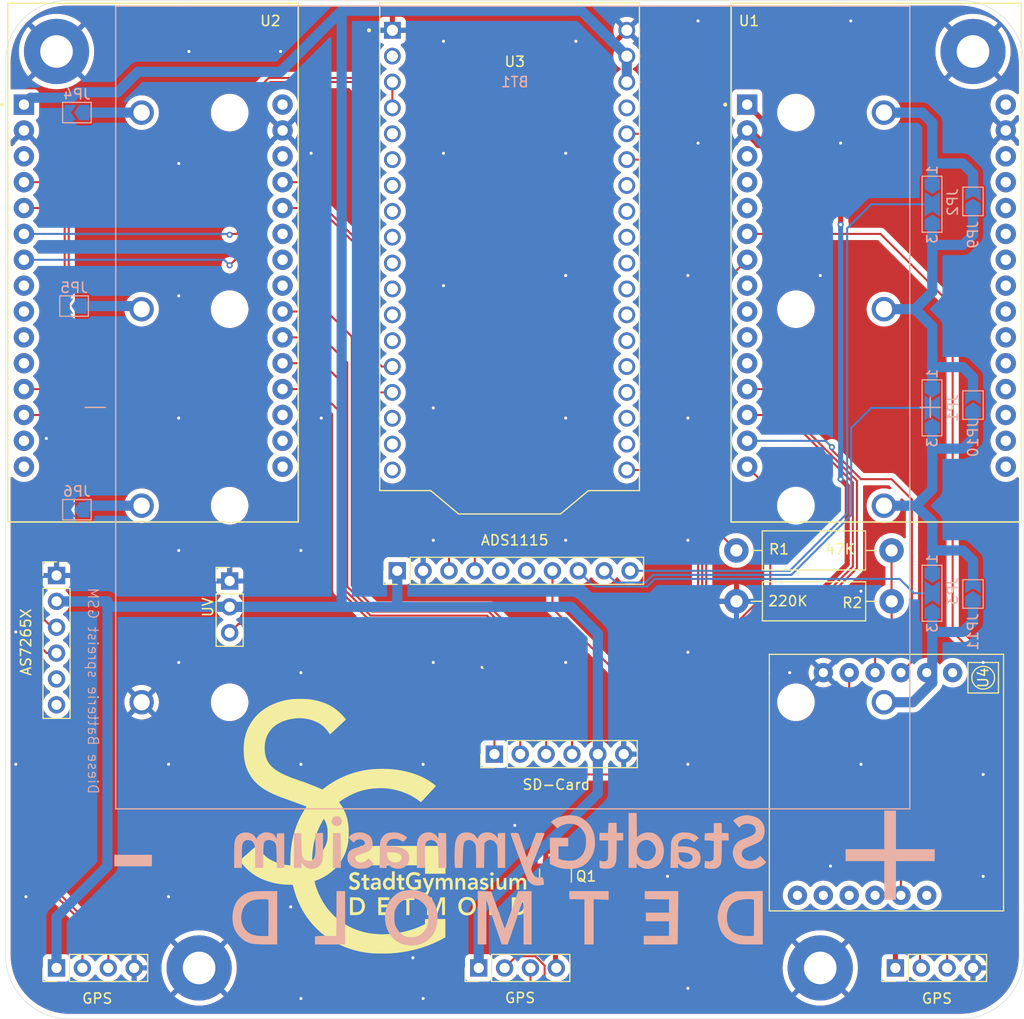
<source format=kicad_pcb>
(kicad_pcb (version 20240108) (generator "pcbnew") (generator_version "8.0")
  (layers (0 "F.Cu" signal) (31 "B.Cu" signal) (34 "B.Paste" user) (35 "F.Paste" user) (36 "B.SilkS" user "B.Silkscreen") (37 "F.SilkS" user "F.Silkscreen") (38 "B.Mask" user) (39 "F.Mask" user) (44 "Edge.Cuts" user))
  (net 0 "")
  (net 1 "/GPSModule/RX")
  (net 2 "GND")
  (net 3 "/GPSModule/TX")
  (net 4 "+3.3V")
  (net 5 "/AS7265x/INT")
  (net 6 "/AS7265x/SCL")
  (net 7 "/AS7265x/SDA")
  (net 8 "/AS7265x/RST")
  (net 9 "/ADS1115/A0")
  (net 12 "/ADS1115/SCL")
  (net 13 "/ADS1115/A3")
  (net 14 "/ADS1115/SDA")
  (net 15 "/ADS1115/A2")
  (net 16 "/ADS1115/A1")
  (net 17 "/GPSModule1/TX")
  (net 18 "/GPSModule1/RX")
  (net 21 "Net-(U3A-VE-PadJ2_3)")
  (net 33 "Net-(JP2-A)")
  (net 46 "Net-(JP5-A)")
  (net 48 "Net-(JP1-B)")
  (net 56 "Net-(JP6-A)")
  (net 58 "Net-(JP4-A)")
  (net 65 "Net-(JP1-A)")
  (net 71 "+3V8")
  (net 73 "/GsmModule/RX")
  (net 82 "/RX")
  (net 83 "Net-(J6-Pin_4)")
  (net 84 "/TX")
  (net 85 "/SdCard/MOSI")
  (net 86 "/SdCard/MISO")
  (net 87 "/SdCard/CS")
  (net 88 "/SdCard/SCK")
  (net 89 "Net-(Q1-G)")
  (net 93 "Net-(U4-RXD)")
  (net 94 "/GsmModule/TX")
  (net 95 "/GsmModule/RST")
  (net 96 "/GsmModule/SLEEP")
  (net 97 "Net-(U2-TX2)")
  (net 98 "Net-(U2-RX2)")
  (net 105 "/GPSModule/VCC")
  (footprint "MountingHole:MountingHole_3.2mm_M3_Pad" (layer "F.Cu") (at 158 32)
    (property "Reference" "H2" (hide yes))
    (property "Value" "MountingHole_Pad" (hide yes))
  )
  (footprint "Package_TO_SOT_SMD:SOT-23" (layer "F.Cu") (at 117 112.9375 -90)
    (property "Reference" "Q1")
    (property "Value" "AO3400A")
  )
  (footprint "Felix:MODULE_ESP32_DEVKIT_V1_NO_WIFI_No_Hole" (layer "F.Cu") (at 148.518991 52.730908)
    (property "Reference" "U1")
    (property "Value" "ESP32-DEVKIT-V1")
  )
  (footprint "Connector_PinHeader_2.54mm:PinHeader_1x06_P2.54mm_Vertical" (layer "F.Cu") (at 68 83.46)
    (property "Reference" "J2" (hide yes))
    (property "Value" "AS7265X")
  )
  (footprint "Resistor_THT:R_Axial_DIN0411_L9.9mm_D3.6mm_P15.24mm_Horizontal" (layer "F.Cu") (at 150.009406 85.996189 180)
    (property "Reference" "R2")
    (property "Value" "220K")
  )
  (footprint "MountingHole:MountingHole_3.2mm_M3_Pad" (layer "F.Cu") (at 68 32)
    (property "Reference" "H1" (hide yes))
    (property "Value" "MountingHole_Pad" (hide yes))
  )
  (footprint "Connector_PinHeader_2.54mm:PinHeader_1x03_P2.54mm_Vertical" (layer "F.Cu") (at 85 84)
    (property "Reference" "J3" (hide yes))
    (property "Value" "UV")
  )
  (footprint "Connector_PinHeader_2.54mm:PinHeader_1x06_P2.54mm_Vertical" (layer "F.Cu") (at 111 101 90)
    (property "Reference" "J7" (hide yes))
    (property "Value" "SD-Card")
  )
  (footprint "Connector_PinHeader_2.54mm:PinHeader_1x04_P2.54mm_Vertical" (layer "F.Cu") (at 150.38 122 90)
    (property "Reference" "J1" (hide yes))
    (property "Value" "GPS")
  )
  (footprint "MountingHole:MountingHole_3.2mm_M3_Pad" (layer "F.Cu") (at 143 122)
    (property "Reference" "H3" (hide yes))
    (property "Value" "MountingHole_Pad" (hide yes))
  )
  (footprint "Resistor_THT:R_Axial_DIN0411_L9.9mm_D3.6mm_P15.24mm_Horizontal" (layer "F.Cu") (at 134.76 81)
    (property "Reference" "R1")
    (property "Value" "47K")
  )
  (footprint "Felix:MODULE_ESP32_DEVKIT_V1_NO_WIFI_No_Hole" (layer "F.Cu") (at 77.49886 52.730908)
    (property "Reference" "U2")
    (property "Value" "ESP32-DEVKIT-V1")
  )
  (footprint "Felix:MODULE_WIFI_KIT_32__V3_" (layer "F.Cu") (at 112.49 52.32)
    (property "Reference" "U3")
    (property "Value" "WIFI_KIT_32__V3_")
  )
  (footprint "Connector_PinHeader_2.54mm:PinHeader_1x04_P2.54mm_Vertical" (layer "F.Cu") (at 109.46 122 90)
    (property "Reference" "J6" (hide yes))
    (property "Value" "GPS")
  )
  (footprint "MountingHole:MountingHole_3.2mm_M3_Pad" (layer "F.Cu") (at 82 122)
    (property "Reference" "H4" (hide yes))
    (property "Value" "MountingHole_Pad" (hide yes))
  )
  (footprint "Felix_GSM:SIM800L-CORE" (layer "F.Cu") (at 156 93 -90)
    (property "Reference" "U4")
    (property "Value" "SIM800L-CORE")
  )
  (footprint "Connector_PinHeader_2.54mm:PinHeader_1x10_P2.54mm_Vertical" (layer "F.Cu") (at 101.46 83 90)
    (property "Reference" "J4" (hide yes))
    (property "Value" "ADS1115")
  )
  (footprint "Connector_PinHeader_2.54mm:PinHeader_1x04_P2.54mm_Vertical" (layer "F.Cu") (at 68 122 90)
    (property "Reference" "J5" (hide yes))
    (property "Value" "GPS")
  )
  (footprint "Felix:BAT_BK-18650-PC8" (layer "B.Cu") (at 112.805 66.955 180)
    (property "Reference" "BT1")
    (property "Value" "BK-18650-PC8")
  )
  (footprint "Jumper:SolderJumper-2_P1.3mm_Open_TrianglePad1.0x1.5mm" (layer "B.Cu") (at 158 46.725 90)
    (property "Reference" "JP9")
    (property "Value" "SolderJumper_2_Open" (hide yes))
  )
  (footprint "Jumper:SolderJumper-3_P2.0mm_Open_TrianglePad1.0x1.5mm_NumberLabels" (layer "B.Cu") (at 154 85.2 -90)
    (property "Reference" "JP3")
    (property "Value" "SolderJumper_3_Open" (hide yes))
  )
  (footprint "Jumper:SolderJumper-2_P1.3mm_Open_TrianglePad1.0x1.5mm" (layer "B.Cu") (at 158 85.275 90)
    (property "Reference" "JP11")
    (property "Value" "SolderJumper_2_Open" (hide yes))
  )
  (footprint "Jumper:SolderJumper-3_P2.0mm_Open_TrianglePad1.0x1.5mm_NumberLabels" (layer "B.Cu") (at 154 47 -90)
    (property "Reference" "JP2")
    (property "Value" "SolderJumper_3_Open" (hide yes))
  )
  (footprint "Jumper:SolderJumper-2_P1.3mm_Open_TrianglePad1.0x1.5mm" (layer "B.Cu") (at 69.725 57 180)
    (property "Reference" "JP5")
    (property "Value" "SolderJumper_2_Open" (hide yes))
  )
  (footprint "Jumper:SolderJumper-2_P1.3mm_Open_TrianglePad1.0x1.5mm" (layer "B.Cu") (at 158 66.725 90)
    (property "Reference" "JP10")
    (property "Value" "SolderJumper_2_Open" (hide yes))
  )
  (footprint "Jumper:SolderJumper-2_P1.3mm_Open_TrianglePad1.0x1.5mm" (layer "B.Cu") (at 70 77 180)
    (property "Reference" "JP6")
    (property "Value" "SolderJumper_2_Open" (hide yes))
  )
  (footprint "Jumper:SolderJumper-2_P1.3mm_Open_TrianglePad1.0x1.5mm" (layer "B.Cu") (at 70 38 180)
    (property "Reference" "JP4")
    (property "Value" "SolderJumper_2_Open" (hide yes))
  )
  (footprint "Jumper:SolderJumper-3_P2.0mm_Open_TrianglePad1.0x1.5mm_NumberLabels" (layer "B.Cu") (at 154 67 -90)
    (property "Reference" "JP1")
    (property "Value" "SolderJumper_3_Open" (hide yes))
  )
  (gr_poly (pts (xy 102.776272 114.344834) (xy 102.658925 114.349619) (xy 102.538974 114.357815) (xy 102.417204 114.36875) (xy 102.299784 114.383777) (xy 102.186471 114.403022) (xy 102.077027 114.426607) (xy 101.97121 114.454657) (xy 101.868781 114.487296) (xy 101.769498 114.524648) (xy 101.673123 114.566836) (xy 101.579414 114.613986) (xy 101.488131 114.66622) (xy 101.399035 114.723664) (xy 101.311884 114.786441) (xy 101.226438 114.854675) (xy 101.142458 114.92849) (xy 101.059702 115.00801) (xy 100.977931 115.093359) (xy 100.914995 115.162302) (xy 100.856927 115.228688) (xy 100.803385 115.293182) (xy 100.754029 115.356452) (xy 100.708518 115.419163) (xy 100.66651 115.481983) (xy 100.627665 115.545579) (xy 100.591642 115.610616) (xy 100.558099 115.677761) (xy 100.526695 115.747682) (xy 100.49709 115.821044) (xy 100.468942 115.898515) (xy 100.44191 115.98076) (xy 100.415654 116.068447) (xy 100.389831 116.162242) (xy 100.364102 116.262812) (xy 100.329106 116.412998) (xy 100.301428 116.562772) (xy 100.280943 116.711906) (xy 100.267527 116.860173) (xy 100.261057 117.007348) (xy 100.261408 117.153202) (xy 100.268456 117.297511) (xy 100.282078 117.440046) (xy 100.302149 117.580581) (xy 100.328545 117.71889) (xy 100.361142 117.854745) (xy 100.399817 117.98792) (xy 100.444444 118.118189) (xy 100.494901 118.245323) (xy 100.551063 118.369098) (xy 100.612806 118.489286) (xy 100.680006 118.605659) (xy 100.752539 118.717993) (xy 100.830281 118.826059) (xy 100.913108 118.929631) (xy 101.000896 119.028483) (xy 101.09352 119.122387) (xy 101.190858 119.211117) (xy 101.292784 119.294447) (xy 101.399176 119.372148) (xy 101.509908 119.443996) (xy 101.624856 119.509763) (xy 101.743898 119.569221) (xy 101.866908 119.622146) (xy 101.993763 119.668309) (xy 102.124339 119.707484) (xy 102.258511 119.739445) (xy 102.430428 119.770213) (xy 102.600724 119.791121) (xy 102.769145 119.802231) (xy 102.935434 119.803605) (xy 103.099335 119.795305) (xy 103.260593 119.777394) (xy 103.418952 119.749933) (xy 103.574156 119.712984) (xy 103.725949 119.666609) (xy 103.874076 119.610871) (xy 104.01828 119.545831) (xy 104.158307 119.471552) (xy 104.293899 119.388094) (xy 104.424802 119.295522) (xy 104.55076 119.193895) (xy 104.671516 119.083277) (xy 104.765124 118.986178) (xy 104.852476 118.882692) (xy 104.933578 118.773258) (xy 105.008437 118.65831) (xy 105.07706 118.538286) (xy 105.139453 118.41362) (xy 105.195624 118.284749) (xy 105.24558 118.152108) (xy 105.289326 118.016135) (xy 105.32687 117.877264) (xy 105.358219 117.735933) (xy 105.38338 117.592576) (xy 105.402358 117.447631) (xy 105.415162 117.301532) (xy 105.422271 117.00762) (xy 105.414403 116.875833) (xy 104.513564 116.875833) (xy 104.512768 117.045982) (xy 104.511456 117.200443) (xy 104.509733 117.26926) (xy 104.507228 117.333138) (xy 104.503886 117.392583) (xy 104.499652 117.448098) (xy 104.494473 117.500186) (xy 104.488293 117.549353) (xy 104.48106 117.5961) (xy 104.472717 117.640933) (xy 104.463212 117.684355) (xy 104.45249 117.726871) (xy 104.440497 117.768983) (xy 104.427177 117.811196) (xy 104.412478 117.854013) (xy 104.396345 117.89794) (xy 104.364745 117.972698) (xy 104.32958 118.046045) (xy 104.291004 118.117811) (xy 104.249172 118.187825) (xy 104.204239 118.255917) (xy 104.156361 118.321916) (xy 104.105693 118.385652) (xy 104.052388 118.446953) (xy 103.996604 118.50565) (xy 103.938494 118.561572) (xy 103.878213 118.614548) (xy 103.815917 118.664408) (xy 103.751761 118.710981) (xy 103.685899 118.754096) (xy 103.618487 118.793584) (xy 103.549679 118.829273) (xy 103.460363 118.872093) (xy 103.419294 118.890073) (xy 103.379852 118.905921) (xy 103.341464 118.919754) (xy 103.303557 118.931687) (xy 103.265557 118.941838) (xy 103.22689 118.950322) (xy 103.186982 118.957256) (xy 103.145261 118.962756) (xy 103.101153 118.966938) (xy 103.054083 118.969918) (xy 103.003479 118.971813) (xy 102.948767 118.97274) (xy 102.824724 118.972151) (xy 102.761826 118.971826) (xy 102.703781 118.970797) (xy 102.650108 118.968976) (xy 102.600326 118.96628) (xy 102.553954 118.962623) (xy 102.510512 118.957919) (xy 102.46952 118.952083) (xy 102.430497 118.945031) (xy 102.392962 118.936676) (xy 102.356434 118.926934) (xy 102.320434 118.915719) (xy 102.28448 118.902946) (xy 102.248092 118.88853) (xy 102.21079 118.872386) (xy 102.172092 118.854427) (xy 102.131518 118.83457) (xy 102.069522 118.80017) (xy 102.008611 118.762522) (xy 101.948878 118.721727) (xy 101.890416 118.677885) (xy 101.833319 118.631098) (xy 101.777679 118.581467) (xy 101.723589 118.529091) (xy 101.671142 118.474072) (xy 101.620432 118.416511) (xy 101.571551 118.356508) (xy 101.524593 118.294164) (xy 101.479649 118.22958) (xy 101.436815 118.162856) (xy 101.396181 118.094094) (xy 101.357842 118.023394) (xy 101.32189 117.950857) (xy 101.281034 117.858367) (xy 101.263998 117.815808) (xy 101.249046 117.774496) (xy 101.236049 117.733526) (xy 101.224873 117.69199) (xy 101.215386 117.648981) (xy 101.207458 117.603593) (xy 101.200956 117.554918) (xy 101.195749 117.502049) (xy 101.191704 117.44408) (xy 101.188691 117.380103) (xy 101.185229 117.230499) (xy 101.184309 117.045982) (xy 101.185043 116.857323) (xy 101.186227 116.777698) (xy 101.188195 116.70649) (xy 101.191123 116.642662) (xy 101.195191 116.585175) (xy 101.200577 116.532989) (xy 101.207459 116.485067) (xy 101.216015 116.440369) (xy 101.226424 116.397857) (xy 101.238864 116.356492) (xy 101.253513 116.315236) (xy 101.27055 116.27305) (xy 101.290153 116.228895) (xy 101.3125 116.181732) (xy 101.33777 116.130523) (xy 101.373132 116.061492) (xy 101.409827 115.995244) (xy 101.447948 115.93171) (xy 101.487589 115.870818) (xy 101.528842 115.8125) (xy 101.5718 115.756686) (xy 101.616557 115.703306) (xy 101.663205 115.652291) (xy 101.711837 115.603569) (xy 101.762547 115.557073) (xy 101.815427 115.512731) (xy 101.87057 115.470474) (xy 101.92807 115.430233) (xy 101.98802 115.391938) (xy 102.050511 115.355518) (xy 102.115638 115.320904) (xy 102.173121 115.295) (xy 102.235921 115.270941) (xy 102.303278 115.248836) (xy 102.374435 115.228793) (xy 102.448629 115.21092) (xy 102.525103 115.195326) (xy 102.603096 115.18212) (xy 102.681849 115.17141) (xy 102.760601 115.163305) (xy 102.838594 115.157913) (xy 102.915068 115.155342) (xy 102.989263 115.155702) (xy 103.060419 115.1591) (xy 103.127777 115.165645) (xy 103.190576 115.175446) (xy 103.248059 115.18861) (xy 103.334953 115.214427) (xy 103.420832 115.246074) (xy 103.505424 115.283301) (xy 103.588459 115.325862) (xy 103.669665 115.373507) (xy 103.74877 115.42599) (xy 103.825503 115.483061) (xy 103.899593 115.544474) (xy 103.970768 115.609979) (xy 104.038758 115.679329) (xy 104.10329 115.752275) (xy 104.164095 115.828571) (xy 104.220899 115.907967) (xy 104.273432 115.990215) (xy 104.321423 116.075069) (xy 104.364599 116.162278) (xy 104.410684 116.264711) (xy 104.429816 116.310792) (xy 104.446537 116.354679) (xy 104.460995 116.397295) (xy 104.473337 116.439563) (xy 104.48371 116.482403) (xy 104.492261 116.52674) (xy 104.499138 116.573495) (xy 104.504488 116.623591) (xy 104.508459 116.67795) (xy 104.511197 116.737496) (xy 104.513564 116.875833) (xy 105.414403 116.875833) (xy 105.404761 116.714327) (xy 105.386791 116.569004) (xy 105.362687 116.425144) (xy 105.332456 116.283182) (xy 105.296103 116.143556) (xy 105.253637 116.006701) (xy 105.205064 115.873054) (xy 105.15039 115.743049) (xy 105.089622 115.617124) (xy 105.022768 115.495714) (xy 104.949834 115.379255) (xy 104.870826 115.268184) (xy 104.785752 115.162935) (xy 104.694618 115.063947) (xy 104.597432 114.971653) (xy 104.535339 114.91878) (xy 104.470278 114.867411) (xy 104.402503 114.817686) (xy 104.332271 114.769743) (xy 104.259837 114.723722) (xy 104.185458 114.679763) (xy 104.109389 114.638006) (xy 104.031885 114.598589) (xy 103.953204 114.561653) (xy 103.8736 114.527337) (xy 103.793329 114.49578) (xy 103.712648 114.467123) (xy 103.631811 114.441504) (xy 103.551076 114.419063) (xy 103.470697 114.39994) (xy 103.390931 114.384274) (xy 103.302234 114.369898) (xy 103.207212 114.358561) (xy 103.106484 114.350324) (xy 103.000672 114.345249) (xy 102.890394 114.343398)) (stroke (width -0.000001)) (fill solid) (layer "B.SilkS"))
  (gr_poly (pts (xy 95.566191 108.745656) (xy 95.495767 108.748654) (xy 95.151808 108.764529) (xy 95.135933 110.46844) (xy 95.125349 112.177651) (xy 95.919102 112.177651) (xy 95.919102 110.494898) (xy 95.91629 109.83766) (xy 95.912961 109.547704) (xy 95.908516 109.293033) (xy 95.903079 109.080778) (xy 95.896774 108.91807) (xy 95.889724 108.81204) (xy 95.88596 108.782509) (xy 95.882055 108.769821) (xy 95.876323 108.765978) (xy 95.867195 108.7624) (xy 95.854873 108.7591) (xy 95.839559 108.756095) (xy 95.80076 108.751031) (xy 95.752412 108.747331) (xy 95.696126 108.745119) (xy 95.633515 108.744519)) (stroke (width -0.000001)) (fill solid) (layer "B.SilkS"))
  (gr_poly (pts (xy 88.569676 108.683972) (xy 88.521966 108.686953) (xy 88.474799 108.691883) (xy 88.42822 108.698746) (xy 88.382277 108.707529) (xy 88.337017 108.718217) (xy 88.292485 108.730795) (xy 88.248728 108.745249) (xy 88.205793 108.761565) (xy 88.163726 108.779727) (xy 88.122573 108.799721) (xy 88.082382 108.821533) (xy 88.043199 108.845149) (xy 88.00507 108.870553) (xy 87.968041 108.897731) (xy 87.93216 108.926669) (xy 87.897473 108.957351) (xy 87.864025 108.989765) (xy 87.831865 109.023894) (xy 87.801038 109.059725) (xy 87.77159 109.097243) (xy 87.743569 109.136433) (xy 87.717021 109.177281) (xy 87.621769 109.325445) (xy 87.505351 109.134947) (xy 87.47173 109.084827) (xy 87.434517 109.037664) (xy 87.393932 108.993467) (xy 87.350196 108.952249) (xy 87.30353 108.914018) (xy 87.254155 108.878786) (xy 87.202292 108.846564) (xy 87.148161 108.817362) (xy 87.091984 108.79119) (xy 87.033982 108.768061) (xy 86.974375 108.747983) (xy 86.913384 108.730968) (xy 86.851231 108.717027) (xy 86.788136 108.70617) (xy 86.72432 108.698408) (xy 86.660005 108.693751) (xy 86.59541 108.69221) (xy 86.530757 108.693796) (xy 86.466267 108.698519) (xy 86.40216 108.706391) (xy 86.338659 108.717421) (xy 86.275982 108.731621) (xy 86.214353 108.749) (xy 86.15399 108.769571) (xy 86.095116 108.793342) (xy 86.037951 108.820326) (xy 85.982716 108.850533) (xy 85.929633 108.883973) (xy 85.878921 108.920656) (xy 85.830802 108.960595) (xy 85.785497 109.003799) (xy 85.743226 109.050279) (xy 85.697108 109.107837) (xy 85.65582 109.166458) (xy 85.619105 109.227698) (xy 85.586708 109.293117) (xy 85.558373 109.364271) (xy 85.533843 109.44272) (xy 85.512865 109.53002) (xy 85.49518 109.627731) (xy 85.480534 109.73741) (xy 85.468671 109.860615) (xy 85.452271 110.153836) (xy 85.443931 110.519859) (xy 85.441606 110.971147) (xy 85.441606 112.177651) (xy 86.208891 112.177651) (xy 86.208891 111.055819) (xy 86.209521 110.720511) (xy 86.210461 110.579278) (xy 86.21195 110.453974) (xy 86.214091 110.343336) (xy 86.216984 110.246101) (xy 86.220729 110.161004) (xy 86.225428 110.086783) (xy 86.231181 110.022173) (xy 86.238089 109.965912) (xy 86.246252 109.916736) (xy 86.255773 109.873381) (xy 86.26675 109.834584) (xy 86.279286 109.799081) (xy 86.29348 109.765609) (xy 86.309434 109.732905) (xy 86.322268 109.708117) (xy 86.33595 109.684358) (xy 86.350461 109.661637) (xy 86.365783 109.639959) (xy 86.381895 109.619331) (xy 86.398778 109.59976) (xy 86.416413 109.581254) (xy 86.434781 109.563818) (xy 86.453862 109.547459) (xy 86.473636 109.532185) (xy 86.494085 109.518002) (xy 86.515189 109.504917) (xy 86.536928 109.492936) (xy 86.559284 109.482067) (xy 86.582236 109.472315) (xy 86.605766 109.463689) (xy 86.629854 109.456195) (xy 86.654481 109.449839) (xy 86.679627 109.444628) (xy 86.705273 109.440569) (xy 86.757988 109.435935) (xy 86.812469 109.43599) (xy 86.868563 109.44079) (xy 86.926115 109.450387) (xy 86.984968 109.464837) (xy 87.044969 109.484193) (xy 87.077434 109.495199) (xy 87.107488 109.506507) (xy 87.135325 109.518296) (xy 87.161139 109.530744) (xy 87.185124 109.54403) (xy 87.207473 109.55833) (xy 87.22838 109.573825) (xy 87.24804 109.590691) (xy 87.266645 109.609108) (xy 87.284389 109.629253) (xy 87.301468 109.651305) (xy 87.318073 109.675442) (xy 87.334399 109.701842) (xy 87.35064 109.730684) (xy 87.366989 109.762146) (xy 87.383641 109.796406) (xy 87.422295 109.875138) (xy 87.438103 109.913396) (xy 87.451772 109.953002) (xy 87.463456 109.995524) (xy 87.473311 110.042525) (xy 87.481492 110.095573) (xy 87.488153 110.156233) (xy 87.497537 110.306652) (xy 87.502705 110.506308) (xy 87.505351 111.10344) (xy 87.505351 112.177651) (xy 88.293812 112.177651) (xy 88.309678 110.971147) (xy 88.312722 110.740215) (xy 88.316161 110.536313) (xy 88.320391 110.357571) (xy 88.325806 110.202123) (xy 88.329081 110.13255) (xy 88.332802 110.068099) (xy 88.337016 110.008538) (xy 88.341774 109.953633) (xy 88.347125 109.903149) (xy 88.353118 109.856855) (xy 88.359803 109.814515) (xy 88.36723 109.775898) (xy 88.375446 109.740768) (xy 88.384503 109.708893) (xy 88.39445 109.680039) (xy 88.405335 109.653973) (xy 88.417209 109.630461) (xy 88.43012 109.609269) (xy 88.444119 109.590165) (xy 88.459254 109.572914) (xy 88.475575 109.557283) (xy 88.493132 109.543039) (xy 88.511973 109.529948) (xy 88.532149 109.517776) (xy 88.553709 109.50629) (xy 88.576701 109.495257) (xy 88.627183 109.473614) (xy 88.661353 109.461077) (xy 88.698136 109.451207) (xy 88.737166 109.443941) (xy 88.778079 109.439218) (xy 88.820512 109.436975) (xy 88.8641 109.43715) (xy 88.908478 109.439682) (xy 88.953283 109.444509) (xy 88.998149 109.451568) (xy 89.042714 109.460797) (xy 89.086611 109.472135) (xy 89.129478 109.485518) (xy 89.17095 109.500887) (xy 89.210662 109.518177) (xy 89.24825 109.537328) (xy 89.283351 109.558277) (xy 89.332206 109.591961) (xy 89.375799 109.626574) (xy 89.414446 109.663667) (xy 89.448466 109.704792) (xy 89.478176 109.751497) (xy 89.503894 109.805333) (xy 89.525939 109.867851) (xy 89.544626 109.940601) (xy 89.560275 110.025133) (xy 89.573204 110.122997) (xy 89.583729 110.235745) (xy 89.592169 110.364925) (xy 89.604064 110.678785) (xy 89.61143 111.076982) (xy 89.627305 112.177651) (xy 90.362849 112.177651) (xy 90.362849 108.764529) (xy 90.055928 108.775108) (xy 89.823099 108.783049) (xy 89.735951 108.787019) (xy 89.705338 108.789003) (xy 89.685515 108.790988) (xy 89.681609 108.791236) (xy 89.677826 108.791979) (xy 89.674168 108.793216) (xy 89.670634 108.794946) (xy 89.663938 108.799882) (xy 89.657737 108.806779) (xy 89.652032 108.81563) (xy 89.646823 108.826426) (xy 89.642109 108.839161) (xy 89.637892 108.853825) (xy 89.634171 108.870412) (xy 89.630946 108.888913) (xy 89.628217 108.909321) (xy 89.625984 108.931629) (xy 89.624247 108.955827) (xy 89.623006 108.98191) (xy 89.622262 109.009868) (xy 89.622014 109.039695) (xy 89.622014 109.283111) (xy 89.46327 109.066154) (xy 89.399517 108.980083) (xy 89.37127 108.942349) (xy 89.346187 108.90939) (xy 89.324825 108.882136) (xy 89.315713 108.870939) (xy 89.307741 108.861517) (xy 89.300978 108.853986) (xy 89.295495 108.848463) (xy 89.293254 108.846491) (xy 89.291359 108.845064) (xy 89.289819 108.844197) (xy 89.288643 108.843905) (xy 89.282348 108.842231) (xy 89.268054 108.837456) (xy 89.219188 108.820092) (xy 89.066389 108.764529) (xy 89.015811 108.747225) (xy 88.96531 108.732016) (xy 88.914934 108.718885) (xy 88.864727 108.70782) (xy 88.814738 108.698804) (xy 88.765013 108.691825) (xy 88.715597 108.686866) (xy 88.666538 108.683914) (xy 88.617883 108.682955)) (stroke (width -0.000001)) (fill solid) (layer "B.SilkS"))
  (gr_poly (pts (xy 135.754647 106.997624) (xy 135.671482 107.002942) (xy 135.585433 107.012786) (xy 135.497291 107.026878) (xy 135.407847 107.044939) (xy 135.317891 107.066689) (xy 135.228215 107.09185) (xy 135.139608 107.120143) (xy 135.052861 107.151288) (xy 134.968765 107.185007) (xy 134.888111 107.22102) (xy 134.811689 107.259048) (xy 134.74029 107.298813) (xy 134.674705 107.340035) (xy 134.615724 107.382435) (xy 134.564139 107.425735) (xy 134.447722 107.536862) (xy 134.744056 107.870237) (xy 135.045678 108.208905) (xy 135.17797 108.081903) (xy 135.212849 108.050392) (xy 135.248147 108.021307) (xy 135.284033 107.994595) (xy 135.32068 107.9702) (xy 135.358257 107.948068) (xy 135.396934 107.928146) (xy 135.436883 107.910378) (xy 135.478273 107.894711) (xy 135.521276 107.88109) (xy 135.566062 107.869462) (xy 135.612801 107.859771) (xy 135.661664 107.851964) (xy 135.712821 107.845986) (xy 135.766443 107.841784) (xy 135.822701 107.839302) (xy 135.881765 107.838487) (xy 135.92731 107.839197) (xy 135.97166 107.84132) (xy 136.014799 107.84484) (xy 136.05671 107.849742) (xy 136.097377 107.856012) (xy 136.136784 107.863636) (xy 136.174914 107.872599) (xy 136.21175 107.882887) (xy 136.247276 107.894485) (xy 136.281475 107.907378) (xy 136.314332 107.921552) (xy 136.345829 107.936992) (xy 136.37595 107.953684) (xy 136.404679 107.971614) (xy 136.431999 107.990766) (xy 136.457894 108.011127) (xy 136.482347 108.032682) (xy 136.505342 108.055415) (xy 136.526862 108.079313) (xy 136.546891 108.104362) (xy 136.565413 108.130546) (xy 136.58241 108.157851) (xy 136.597866 108.186262) (xy 136.611766 108.215766) (xy 136.624092 108.246347) (xy 136.634828 108.277991) (xy 136.643957 108.310683) (xy 136.651464 108.34441) (xy 136.657331 108.379155) (xy 136.661542 108.414906) (xy 136.664081 108.451646) (xy 136.66493 108.489363) (xy 136.662423 108.550613) (xy 136.654295 108.607793) (xy 136.639641 108.661548) (xy 136.617554 108.71252) (xy 136.587125 108.761353) (xy 136.54745 108.80869) (xy 136.497619 108.855174) (xy 136.436728 108.901449) (xy 136.363868 108.948158) (xy 136.278133 108.995945) (xy 136.178616 109.045452) (xy 136.064409 109.097324) (xy 135.934607 109.152203) (xy 135.788302 109.210733) (xy 135.442555 109.34132) (xy 135.33505 109.383095) (xy 135.23463 109.427227) (xy 135.141062 109.473963) (xy 135.054114 109.523551) (xy 134.973553 109.576241) (xy 134.899147 109.632278) (xy 134.830662 109.691913) (xy 134.767868 109.755392) (xy 134.71053 109.822964) (xy 134.658417 109.894877) (xy 134.611295 109.971379) (xy 134.568934 110.052717) (xy 134.531099 110.139141) (xy 134.497558 110.230898) (xy 134.46808 110.328235) (xy 134.442431 110.431402) (xy 134.425108 110.518372) (xy 134.418385 110.557869) (xy 134.412995 110.595358) (xy 134.40897 110.631329) (xy 134.406339 110.666268) (xy 134.405135 110.700665) (xy 134.405388 110.735008) (xy 134.407129 110.769785) (xy 134.41039 110.805485) (xy 134.415201 110.842595) (xy 134.421593 110.881605) (xy 134.429598 110.923002) (xy 134.439246 110.967275) (xy 134.463595 111.066403) (xy 134.508923 111.220873) (xy 134.563528 111.364801) (xy 134.594303 111.432812) (xy 134.627389 111.498188) (xy 134.662783 111.560928) (xy 134.700482 111.621033) (xy 134.740483 111.678502) (xy 134.782783 111.733336) (xy 134.82738 111.785534) (xy 134.87427 111.835097) (xy 134.92345 111.882024) (xy 134.974919 111.926316) (xy 135.028672 111.967972) (xy 135.084707 112.006993) (xy 135.14302 112.043379) (xy 135.20361 112.077129) (xy 135.266473 112.108243) (xy 135.331606 112.136722) (xy 135.399006 112.162566) (xy 135.468671 112.185774) (xy 135.614782 112.224283) (xy 135.769916 112.252251) (xy 135.934049 112.269677) (xy 136.107159 112.276561) (xy 136.289221 112.272903) (xy 136.410919 112.265865) (xy 136.466756 112.261427) (xy 136.519656 112.256284) (xy 136.56992 112.250365) (xy 136.617852 112.243602) (xy 136.663752 112.235924) (xy 136.707924 112.227262) (xy 136.75067 112.217546) (xy 136.792292 112.206706) (xy 136.833092 112.194672) (xy 136.873373 112.181374) (xy 136.913436 112.166744) (xy 136.953585 112.15071) (xy 136.994122 112.133204) (xy 137.035348 112.114155) (xy 137.086953 112.088509) (xy 137.140116 112.059553) (xy 137.194163 112.027822) (xy 137.248419 111.993851) (xy 137.30221 111.958175) (xy 137.354862 111.921328) (xy 137.4057 111.883845) (xy 137.454049 111.846262) (xy 137.499237 111.809113) (xy 137.540587 111.772932) (xy 137.577426 111.738256) (xy 137.609079 111.705618) (xy 137.634872 111.675553) (xy 137.64536 111.661653) (xy 137.65413 111.648596) (xy 137.661099 111.636451) (xy 137.66618 111.625283) (xy 137.669291 111.615159) (xy 137.670347 111.606147) (xy 137.668823 111.600721) (xy 137.664362 111.592496) (xy 137.657126 111.581651) (xy 137.647278 111.568364) (xy 137.620396 111.535177) (xy 137.585019 111.494364) (xy 137.542448 111.447349) (xy 137.493985 111.395559) (xy 137.440934 111.34042) (xy 137.384597 111.28336) (xy 137.093555 110.997605) (xy 136.881888 111.188113) (xy 136.840123 111.224157) (xy 136.797242 111.257877) (xy 136.753337 111.289273) (xy 136.708503 111.318347) (xy 136.662831 111.345099) (xy 136.616415 111.369531) (xy 136.569348 111.391643) (xy 136.521723 111.411436) (xy 136.473633 111.428912) (xy 136.425171 111.444071) (xy 136.37643 111.456914) (xy 136.327503 111.467442) (xy 136.278482 111.475657) (xy 136.229462 111.481559) (xy 136.180535 111.485149) (xy 136.131794 111.486428) (xy 136.083332 111.485397) (xy 136.035241 111.482057) (xy 135.987616 111.476409) (xy 135.94055 111.468454) (xy 135.894134 111.458193) (xy 135.848462 111.445627) (xy 135.803628 111.430757) (xy 135.759724 111.413584) (xy 135.716843 111.394108) (xy 135.675078 111.372332) (xy 135.634522 111.348255) (xy 135.595269 111.321878) (xy 135.557411 111.293204) (xy 135.521041 111.262232) (xy 135.486253 111.228964) (xy 135.453138 111.1934) (xy 135.431109 111.167361) (xy 135.410658 111.140863) (xy 135.391785 111.113943) (xy 135.374487 111.086637) (xy 135.358763 111.058982) (xy 135.344611 111.031015) (xy 135.332028 111.002773) (xy 135.321013 110.974293) (xy 135.311563 110.945611) (xy 135.303678 110.916764) (xy 135.297354 110.88779) (xy 135.292591 110.858724) (xy 135.289385 110.829604) (xy 135.287736 110.800467) (xy 135.28764 110.771349) (xy 135.289097 110.742288) (xy 135.292105 110.713319) (xy 135.29666 110.68448) (xy 135.302762 110.655808) (xy 135.310409 110.627339) (xy 135.319598 110.599111) (xy 135.330327 110.57116) (xy 135.342595 110.543522) (xy 135.3564 110.516236) (xy 135.37174 110.489337) (xy 135.388613 110.462862) (xy 135.407016 110.436849) (xy 135.426948 110.411333) (xy 135.448408 110.386353) (xy 135.471392 110.361944) (xy 135.4959 110.338143) (xy 135.521929 110.314988) (xy 135.557421 110.292416) (xy 135.614368 110.261409) (xy 135.689919 110.223458) (xy 135.781221 110.180049) (xy 135.885422 110.132672) (xy 135.999668 110.082815) (xy 136.121107 110.031965) (xy 136.246887 109.981613) (xy 136.391298 109.923548) (xy 136.523346 109.868079) (xy 136.643689 109.814704) (xy 136.752986 109.762918) (xy 136.851896 109.712217) (xy 136.941078 109.662098) (xy 136.982227 109.637098) (xy 137.021191 109.612055) (xy 137.058053 109.586906) (xy 137.092894 109.561587) (xy 137.125797 109.536035) (xy 137.156845 109.510188) (xy 137.186119 109.483983) (xy 137.213703 109.457356) (xy 137.239679 109.430244) (xy 137.264128 109.402585) (xy 137.287134 109.374316) (xy 137.308778 109.345373) (xy 137.329143 109.315694) (xy 137.348312 109.285215) (xy 137.366366 109.253874) (xy 137.383388 109.221608) (xy 137.399461 109.188353) (xy 137.414667 109.154047) (xy 137.442806 109.082029) (xy 137.463816 109.021271) (xy 137.482215 108.960099) (xy 137.498024 108.898593) (xy 137.511267 108.836835) (xy 137.521968 108.774906) (xy 137.53015 108.712889) (xy 137.535836 108.650864) (xy 137.539049 108.588912) (xy 137.539812 108.527115) (xy 137.53815 108.465555) (xy 137.534084 108.404313) (xy 137.527639 108.34347) (xy 137.518837 108.283107) (xy 137.507702 108.223307) (xy 137.494257 108.16415) (xy 137.478525 108.105717) (xy 137.46053 108.048091) (xy 137.440295 107.991352) (xy 137.417843 107.935582) (xy 137.393197 107.880863) (xy 137.366381 107.827275) (xy 137.337417 107.774901) (xy 137.30633 107.72382) (xy 137.273142 107.674116) (xy 137.237876 107.625869) (xy 137.200557 107.579161) (xy 137.161207 107.534072) (xy 137.119848 107.490685) (xy 137.076506 107.449081) (xy 137.031202 107.409341) (xy 136.983961 107.371547) (xy 136.934805 107.33578) (xy 136.90949 107.319615) (xy 136.881361 107.302954) (xy 136.81781 107.268641) (xy 136.746445 107.233831) (xy 136.669561 107.199518) (xy 136.589452 107.166693) (xy 136.508413 107.136349) (xy 136.428738 107.109478) (xy 136.352722 107.087072) (xy 136.279651 107.069533) (xy 136.20472 107.052924) (xy 136.130038 107.037679) (xy 136.057711 107.024233) (xy 135.98985 107.013019) (xy 135.928561 107.004471) (xy 135.875954 106.999025) (xy 135.853565 106.9976) (xy 135.834137 106.997113)) (stroke (width -0.000001)) (fill solid) (layer "B.SilkS"))
  (gr_poly (pts (xy 95.485179 116.654397) (xy 95.469308 118.861029) (xy 94.612054 118.85044) (xy 94.436387 118.84919) (xy 94.265371 118.849366) (xy 94.103159 118.850906) (xy 93.953907 118.853748) (xy 93.82177 118.85783) (xy 93.710903 118.863091) (xy 93.625461 118.869468) (xy 93.593572 118.873056) (xy 93.569598 118.876899) (xy 93.3791 118.90865) (xy 93.3791 119.691815) (xy 96.342433 119.691815) (xy 96.342433 114.453067) (xy 95.495767 114.453067)) (stroke (width -0.000001)) (fill solid) (layer "B.SilkS"))
  (gr_poly (pts (xy 125.764099 115.246815) (xy 126.753642 115.257398) (xy 127.515639 115.264017) (xy 127.790973 115.264845) (xy 127.885293 115.264204) (xy 127.944267 115.262695) (xy 128.145349 115.252107) (xy 128.145349 116.569734) (xy 125.869934 116.569734) (xy 125.869934 117.4164) (xy 128.145349 117.4164) (xy 128.145349 118.845149) (xy 125.658264 118.845149) (xy 125.658264 119.691815) (xy 126.806555 119.697106) (xy 127.773028 119.695866) (xy 128.145171 119.694037) (xy 128.446311 119.691154) (xy 128.678741 119.68703) (xy 128.844757 119.681481) (xy 128.903577 119.678114) (xy 128.946653 119.67432) (xy 128.974273 119.670077) (xy 128.982376 119.667779) (xy 128.986723 119.665361) (xy 128.996397 119.452536) (xy 129.008552 118.887485) (xy 129.034349 117.045982) (xy 129.060808 114.453067) (xy 125.764099 114.453067)) (stroke (width -0.000001)) (fill solid) (layer "B.SilkS"))
  (gr_poly (pts (xy 88.061027 114.455164) (xy 87.876035 114.458194) (xy 87.709825 114.462905) (xy 87.560513 114.46957) (xy 87.426215 114.478459) (xy 87.305049 114.489845) (xy 87.195129 114.503997) (xy 87.094573 114.521189) (xy 87.001498 114.54169) (xy 86.914018 114.565772) (xy 86.830252 114.593707) (xy 86.748315 114.625766) (xy 86.666324 114.662221) (xy 86.582396 114.703341) (xy 86.494645 114.7494) (xy 86.35023 114.834025) (xy 86.214682 114.927083) (xy 86.088064 115.028451) (xy 85.970438 115.138005) (xy 85.861866 115.25562) (xy 85.76241 115.381173) (xy 85.672131 115.514539) (xy 85.591092 115.655595) (xy 85.519355 115.804216) (xy 85.456982 115.960279) (xy 85.404034 116.123659) (xy 85.360574 116.294233) (xy 85.326664 116.471876) (xy 85.302366 116.656465) (xy 85.287742 116.847875) (xy 85.282853 117.045982) (xy 85.285353 117.195851) (xy 85.29293 117.340053) (xy 85.3057 117.478876) (xy 85.32378 117.612605) (xy 85.347286 117.741529) (xy 85.376335 117.865934) (xy 85.411042 117.986106) (xy 85.451523 118.102333) (xy 85.497896 118.214901) (xy 85.550277 118.324098) (xy 85.608781 118.430209) (xy 85.673526 118.533521) (xy 85.744626 118.634322) (xy 85.8222 118.732899) (xy 85.906362 118.829537) (xy 85.99723 118.924525) (xy 86.11663 119.040403) (xy 86.232107 119.144367) (xy 86.345693 119.237029) (xy 86.459419 119.319002) (xy 86.575315 119.390898) (xy 86.695413 119.45333) (xy 86.821743 119.506909) (xy 86.956337 119.552248) (xy 87.101224 119.58996) (xy 87.258437 119.620657) (xy 87.430005 119.644951) (xy 87.61796 119.663455) (xy 87.824333 119.676781) (xy 88.051154 119.685541) (xy 88.574266 119.691815) (xy 89.674931 119.691815) (xy 89.674931 116.440668) (xy 88.819665 116.440668) (xy 88.817677 117.125358) (xy 88.801811 118.86632) (xy 88.235594 118.861029) (xy 88.108912 118.857913) (xy 87.988594 118.85248) (xy 87.874306 118.844643) (xy 87.765715 118.834319) (xy 87.662489 118.821421) (xy 87.564292 118.805865) (xy 87.470794 118.787565) (xy 87.381659 118.766435) (xy 87.296554 118.742391) (xy 87.215147 118.715347) (xy 87.137104 118.685218) (xy 87.062092 118.651919) (xy 86.989777 118.615365) (xy 86.919826 118.575469) (xy 86.851905 118.532147) (xy 86.785682 118.485314) (xy 86.696295 118.4115) (xy 86.612815 118.329375) (xy 86.535443 118.239562) (xy 86.464381 118.142679) (xy 86.399829 118.039347) (xy 86.341991 117.930185) (xy 86.291067 117.815815) (xy 86.247258 117.696856) (xy 86.210767 117.573928) (xy 86.181795 117.447652) (xy 86.160543 117.318647) (xy 86.147213 117.187533) (xy 86.142006 117.054931) (xy 86.145124 116.921461) (xy 86.156768 116.787743) (xy 86.177141 116.654397) (xy 86.202743 116.534849) (xy 86.233871 116.420325) (xy 86.270473 116.310885) (xy 86.312492 116.206592) (xy 86.359875 116.107507) (xy 86.412568 116.013694) (xy 86.470517 115.925214) (xy 86.501445 115.882993) (xy 86.533666 115.842129) (xy 86.567175 115.802628) (xy 86.601963 115.7645) (xy 86.638024 115.727752) (xy 86.675352 115.692391) (xy 86.71394 115.658425) (xy 86.75378 115.625863) (xy 86.794866 115.594711) (xy 86.837192 115.564978) (xy 86.88075 115.536671) (xy 86.925534 115.509798) (xy 86.971536 115.484367) (xy 87.018751 115.460385) (xy 87.11679 115.416801) (xy 87.219597 115.379109) (xy 87.303177 115.355314) (xy 87.401314 115.333612) (xy 87.511326 115.314112) (xy 87.630531 115.296921) (xy 87.756247 115.282149) (xy 87.885793 115.269904) (xy 88.016486 115.260295) (xy 88.145643 115.25343) (xy 88.270584 115.249417) (xy 88.388626 115.248365) (xy 88.497087 115.250383) (xy 88.593286 115.255579) (xy 88.674539 115.264062) (xy 88.738166 115.27594) (xy 88.762531 115.283186) (xy 88.781484 115.291322) (xy 88.794689 115.300361) (xy 88.801811 115.310316) (xy 88.807265 115.35944) (xy 88.811729 115.47411) (xy 88.817682 115.870573) (xy 88.819665 116.440668) (xy 89.674931 116.440668) (xy 89.674931 114.453067) (xy 88.49489 114.453067)) (stroke (width -0.000001)) (fill solid) (layer "B.SilkS"))
  (gr_poly (pts (xy 97.703037 108.686932) (xy 97.629764 108.692191) (xy 97.55694 108.700815) (xy 97.484852 108.712686) (xy 97.413788 108.727689) (xy 97.344033 108.745708) (xy 97.275876 108.766625) (xy 97.209602 108.790326) (xy 97.145499 108.816692) (xy 97.083852 108.845609) (xy 97.02495 108.87696) (xy 96.969079 108.910629) (xy 96.916525 108.946499) (xy 96.867576 108.984454) (xy 96.822519 109.024378) (xy 96.781639 109.066154) (xy 96.659933 109.193151) (xy 96.929808 109.457734) (xy 96.97122 109.498005) (xy 97.008345 109.533586) (xy 97.041487 109.564625) (xy 97.056658 109.578487) (xy 97.070946 109.591268) (xy 97.084389 109.602988) (xy 97.097026 109.613664) (xy 97.108893 109.623315) (xy 97.120028 109.631959) (xy 97.13047 109.639615) (xy 97.140256 109.6463) (xy 97.149423 109.652035) (xy 97.15801 109.656836) (xy 97.166055 109.660723) (xy 97.173595 109.663713) (xy 97.177187 109.664878) (xy 97.180668 109.665826) (xy 97.184041 109.666558) (xy 97.187311 109.667079) (xy 97.190484 109.667389) (xy 97.193563 109.667491) (xy 97.196554 109.667387) (xy 97.199462 109.66708) (xy 97.20229 109.666572) (xy 97.205044 109.665865) (xy 97.207729 109.664962) (xy 97.210349 109.663864) (xy 97.212908 109.662575) (xy 97.215413 109.661096) (xy 97.217867 109.65943) (xy 97.220274 109.657579) (xy 97.224971 109.653331) (xy 97.229541 109.648371) (xy 97.234022 109.642718) (xy 97.238452 109.636389) (xy 97.242868 109.629403) (xy 97.247308 109.621778) (xy 97.262835 109.597535) (xy 97.280555 109.574427) (xy 97.300332 109.552475) (xy 97.322033 109.531696) (xy 97.345525 109.512111) (xy 97.370674 109.49374) (xy 97.397346 109.476601) (xy 97.425407 109.460713) (xy 97.454724 109.446097) (xy 97.485163 109.432772) (xy 97.516591 109.420757) (xy 97.548873 109.410071) (xy 97.615465 109.392764) (xy 97.683872 109.381008) (xy 97.753023 109.374957) (xy 97.821848 109.374766) (xy 97.855804 109.376916) (xy 97.889278 109.38059) (xy 97.922135 109.385806) (xy 97.954243 109.392584) (xy 97.985467 109.400943) (xy 98.015673 109.410904) (xy 98.044728 109.422484) (xy 98.072499 109.435704) (xy 98.098851 109.450582) (xy 98.123651 109.467139) (xy 98.146764 109.485393) (xy 98.168058 109.505364) (xy 98.214554 109.554991) (xy 98.233964 109.579094) (xy 98.250803 109.602742) (xy 98.26506 109.625948) (xy 98.276726 109.648726) (xy 98.285791 109.671089) (xy 98.292247 109.693051) (xy 98.296082 109.714625) (xy 98.297288 109.735826) (xy 98.295854 109.756666) (xy 98.291771 109.777159) (xy 98.285029 109.797319) (xy 98.275619 109.817159) (xy 98.263531 109.836693) (xy 98.248755 109.855934) (xy 98.231282 109.874897) (xy 98.211101 109.893593) (xy 98.188204 109.912038) (xy 98.16258 109.930245) (xy 98.103113 109.965997) (xy 98.032624 110.000959) (xy 97.951035 110.035238) (xy 97.858268 110.068944) (xy 97.754247 110.102185) (xy 97.638893 110.135069) (xy 97.500385 110.172729) (xy 97.374186 110.21063) (xy 97.259707 110.249259) (xy 97.15636 110.289105) (xy 97.108676 110.309638) (xy 97.063554 110.330657) (xy 97.02092 110.352225) (xy 96.980701 110.374403) (xy 96.942822 110.397251) (xy 96.907211 110.42083) (xy 96.873794 110.445202) (xy 96.842497 110.470428) (xy 96.813246 110.496569) (xy 96.785968 110.523685) (xy 96.760589 110.551838) (xy 96.737035 110.581088) (xy 96.715233 110.611498) (xy 96.695109 110.643127) (xy 96.67659 110.676038) (xy 96.659602 110.71029) (xy 96.644071 110.745945) (xy 96.629924 110.783065) (xy 96.617087 110.821709) (xy 96.605486 110.86194) (xy 96.595048 110.903817) (xy 96.585699 110.947403) (xy 96.569973 111.039944) (xy 96.564962 111.083005) (xy 96.561821 111.125847) (xy 96.560529 111.168434) (xy 96.561064 111.210734) (xy 96.563406 111.252712) (xy 96.567532 111.294335) (xy 96.573421 111.335568) (xy 96.581053 111.376377) (xy 96.590405 111.41673) (xy 96.601457 111.456591) (xy 96.614188 111.495927) (xy 96.628575 111.534704) (xy 96.644597 111.572888) (xy 96.662234 111.610445) (xy 96.681464 111.647341) (xy 96.702265 111.683543) (xy 96.724617 111.719015) (xy 96.748498 111.753726) (xy 96.773886 111.78764) (xy 96.800761 111.820723) (xy 96.8291 111.852943) (xy 96.858883 111.884264) (xy 96.890089 111.914653) (xy 96.922696 111.944076) (xy 96.956682 111.972499) (xy 96.992027 111.999888) (xy 97.028709 112.02621) (xy 97.066706 112.051429) (xy 97.105999 112.075514) (xy 97.146564 112.098428) (xy 97.188381 112.12014) (xy 97.231428 112.140614) (xy 97.267703 112.156686) (xy 97.303333 112.171216) (xy 97.338669 112.184272) (xy 97.374059 112.195926) (xy 97.409852 112.206247) (xy 97.446397 112.215305) (xy 97.484042 112.223168) (xy 97.523137 112.229908) (xy 97.56403 112.235594) (xy 97.60707 112.240295) (xy 97.652606 112.244081) (xy 97.700987 112.247023) (xy 97.807678 112.250651) (xy 97.929934 112.251736) (xy 98.018914 112.250603) (xy 98.103515 112.247137) (xy 98.184069 112.241236) (xy 98.260911 112.232801) (xy 98.334372 112.221731) (xy 98.404788 112.207924) (xy 98.47249 112.19128) (xy 98.537813 112.171698) (xy 98.60109 112.149078) (xy 98.662653 112.123318) (xy 98.722837 112.094318) (xy 98.781974 112.061977) (xy 98.840398 112.026195) (xy 98.898442 111.986869) (xy 98.95644 111.943901) (xy 99.014724 111.897189) (xy 99.173477 111.7649) (xy 98.903602 111.505613) (xy 98.639019 111.24103) (xy 98.437933 111.415649) (xy 98.407911 111.440717) (xy 98.377407 111.464326) (xy 98.346465 111.486474) (xy 98.315129 111.507159) (xy 98.283445 111.526379) (xy 98.251456 111.544131) (xy 98.219208 111.560415) (xy 98.186744 111.575228) (xy 98.154111 111.588568) (xy 98.121351 111.600434) (xy 98.088509 111.610822) (xy 98.055631 111.619733) (xy 98.022761 111.627162) (xy 97.989943 111.633109) (xy 97.957222 111.637572) (xy 97.924642 111.640548) (xy 97.892248 111.642036) (xy 97.860085 111.642034) (xy 97.828197 111.640539) (xy 97.796629 111.637551) (xy 97.765425 111.633066) (xy 97.73463 111.627084) (xy 97.704289 111.619601) (xy 97.674445 111.610617) (xy 97.645144 111.600129) (xy 97.61643 111.588135) (xy 97.588348 111.574633) (xy 97.560943 111.559622) (xy 97.534258 111.543099) (xy 97.508338 111.525063) (xy 97.483228 111.505511) (xy 97.458973 111.484442) (xy 97.446448 111.472202) (xy 97.434668 111.459325) (xy 97.423636 111.445855) (xy 97.413354 111.431836) (xy 97.403824 111.417313) (xy 97.395048 111.402332) (xy 97.387027 111.386935) (xy 97.379764 111.371168) (xy 97.373261 111.355076) (xy 97.36752 111.338703) (xy 97.362542 111.322093) (xy 97.358329 111.305292) (xy 97.354884 111.288343) (xy 97.352208 111.271291) (xy 97.350303 111.254181) (xy 97.349171 111.237058) (xy 97.348815 111.219966) (xy 97.349236 111.202949) (xy 97.350435 111.186052) (xy 97.352416 111.16932) (xy 97.35518 111.152797) (xy 97.358728 111.136529) (xy 97.363064 111.120558) (xy 97.368188 111.104931) (xy 97.374102 111.08969) (xy 97.380809 111.074883) (xy 97.388311 111.060551) (xy 97.39661 111.046741) (xy 97.405706 111.033497) (xy 97.415603 111.020863) (xy 97.426303 111.008885) (xy 97.437806 110.997605) (xy 97.449975 110.989067) (xy 97.466446 110.979396) (xy 97.511147 110.957093) (xy 97.569614 110.931565) (xy 97.639553 110.903681) (xy 97.71867 110.874308) (xy 97.80467 110.844315) (xy 97.895257 110.814569) (xy 97.988139 110.78594) (xy 98.139722 110.741327) (xy 98.277322 110.696426) (xy 98.401464 110.650705) (xy 98.512678 110.603626) (xy 98.5636 110.579411) (xy 98.611488 110.554657) (xy 98.656407 110.529296) (xy 98.698424 110.503261) (xy 98.737603 110.476486) (xy 98.774011 110.448904) (xy 98.807713 110.420448) (xy 98.838777 110.391051) (xy 98.867266 110.360647) (xy 98.893249 110.329168) (xy 98.916789 110.296548) (xy 98.937954 110.262719) (xy 98.956808 110.227615) (xy 98.973419 110.19117) (xy 98.987851 110.153315) (xy 99.000171 110.113985) (xy 99.010445 110.073112) (xy 99.018738 110.03063) (xy 99.025116 109.986472) (xy 99.029646 109.94057) (xy 99.032393 109.892859) (xy 99.033423 109.843271) (xy 99.030595 109.738197) (xy 99.02423 109.654611) (xy 99.014896 109.576273) (xy 99.002353 109.50285) (xy 98.98636 109.434007) (xy 98.976995 109.4012) (xy 98.966678 109.369413) (xy 98.955378 109.338605) (xy 98.943066 109.308733) (xy 98.929711 109.279757) (xy 98.915284 109.251635) (xy 98.899754 109.224324) (xy 98.883091 109.197784) (xy 98.865266 109.171972) (xy 98.846247 109.146848) (xy 98.826006 109.122369) (xy 98.804513 109.098493) (xy 98.781736 109.075179) (xy 98.757646 109.052386) (xy 98.732214 109.030072) (xy 98.705408 109.008194) (xy 98.6772 108.986712) (xy 98.647558 108.965583) (xy 98.583856 108.92422) (xy 98.514061 108.883772) (xy 98.437933 108.843905) (xy 98.348087 108.80062) (xy 98.306603 108.782094) (xy 98.266862 108.765521) (xy 98.228455 108.750809) (xy 98.19097 108.737863) (xy 98.153998 108.726593) (xy 98.117125 108.716903) (xy 98.079943 108.708702) (xy 98.04204 108.701896) (xy 98.003005 108.696392) (xy 97.962428 108.692098) (xy 97.919897 108.68892) (xy 97.875001 108.686765) (xy 97.82733 108.68554) (xy 97.776474 108.685153)) (stroke (width -0.000001)) (fill solid) (layer "B.SilkS"))
  (gr_poly (pts (xy 136.040516 114.46365) (xy 134.733472 114.479525) (xy 134.326014 114.675315) (xy 134.189066 114.744427) (xy 134.059901 114.818926) (xy 133.938363 114.89899) (xy 133.824297 114.984798) (xy 133.717549 115.076528) (xy 133.617963 115.174358) (xy 133.525384 115.278467) (xy 133.439658 115.389033) (xy 133.36063 115.506234) (xy 133.288143 115.630248) (xy 133.222044 115.761254) (xy 133.162176 115.89943) (xy 133.108386 116.044954) (xy 133.060518 116.198005) (xy 133.018418 116.358761) (xy 132.981929 116.5274) (xy 132.957352 116.660167) (xy 132.947443 116.719877) (xy 132.9391 116.775943) (xy 132.932307 116.828971) (xy 132.927049 116.879565) (xy 132.92331 116.928329) (xy 132.921075 116.975869) (xy 132.920329 117.022789) (xy 132.921055 117.069693) (xy 132.923238 117.117187) (xy 132.926863 117.165874) (xy 132.931914 117.21636) (xy 132.938376 117.269248) (xy 132.95547 117.384654) (xy 132.991951 117.593839) (xy 133.037966 117.792855) (xy 133.093624 117.981825) (xy 133.159034 118.160873) (xy 133.195429 118.246715) (xy 133.234303 118.330123) (xy 133.275669 118.411113) (xy 133.319541 118.4897) (xy 133.365932 118.5659) (xy 133.414856 118.639727) (xy 133.466326 118.711199) (xy 133.520356 118.780329) (xy 133.576959 118.847134) (xy 133.63615 118.911628) (xy 133.697941 118.973829) (xy 133.762346 119.03375) (xy 133.82938 119.091408) (xy 133.899054 119.146818) (xy 133.971383 119.199996) (xy 134.046381 119.250957) (xy 134.124061 119.299716) (xy 134.204436 119.346289) (xy 134.373328 119.43294) (xy 134.553165 119.511033) (xy 134.744056 119.580693) (xy 134.849155 119.614334) (xy 134.953821 119.640472) (xy 135.069524 119.660036) (xy 135.207738 119.673957) (xy 135.379934 119.683165) (xy 135.597585 119.688591) (xy 136.215139 119.691815) (xy 137.352846 119.691815) (xy 137.352846 116.438518) (xy 136.49758 116.438518) (xy 136.495597 117.120066) (xy 136.479722 118.855732) (xy 135.908222 118.855732) (xy 135.652905 118.847035) (xy 135.531685 118.837634) (xy 135.414743 118.82485) (xy 135.302067 118.808671) (xy 135.193649 118.789085) (xy 135.089476 118.766081) (xy 134.989538 118.739646) (xy 134.893825 118.70977) (xy 134.802326 118.676441) (xy 134.71503 118.639646) (xy 134.631927 118.599376) (xy 134.553005 118.555617) (xy 134.478255 118.508358) (xy 134.407666 118.457588) (xy 134.341226 118.403295) (xy 134.278926 118.345467) (xy 134.220754 118.284093) (xy 134.1667 118.219161) (xy 134.116754 118.150659) (xy 134.070904 118.078576) (xy 134.02914 118.0029) (xy 133.991452 117.92362) (xy 133.957828 117.840724) (xy 133.928259 117.7542) (xy 133.902732 117.664037) (xy 133.881239 117.570223) (xy 133.863767 117.472747) (xy 133.850307 117.371596) (xy 133.840848 117.266759) (xy 133.835379 117.158225) (xy 133.833889 117.045982) (xy 133.839603 116.869295) (xy 133.846012 116.784596) (xy 133.854797 116.702313) (xy 133.865966 116.622432) (xy 133.879525 116.544943) (xy 133.895482 116.469833) (xy 133.913842 116.397091) (xy 133.934614 116.326706) (xy 133.957802 116.258666) (xy 133.983415 116.192959) (xy 134.011459 116.129573) (xy 134.041941 116.068498) (xy 134.074867 116.00972) (xy 134.110245 115.95323) (xy 134.148081 115.899014) (xy 134.188382 115.847062) (xy 134.231155 115.797362) (xy 134.276406 115.749902) (xy 134.324143 115.70467) (xy 134.374371 115.661655) (xy 134.427099 115.620846) (xy 134.482332 115.58223) (xy 134.540077 115.545796) (xy 134.600342 115.511533) (xy 134.663133 115.479428) (xy 134.728457 115.449471) (xy 134.79632 115.421649) (xy 134.86673 115.395951) (xy 134.939692 115.372365) (xy 135.015215 115.350879) (xy 135.093304 115.331483) (xy 135.181719 115.312759) (xy 135.278978 115.296291) (xy 135.383136 115.282102) (xy 135.492247 115.270215) (xy 135.604366 115.260654) (xy 135.717546 115.253441) (xy 135.829843 115.248601) (xy 135.93931 115.246156) (xy 136.044003 115.246129) (xy 136.141975 115.248544) (xy 136.231281 115.253424) (xy 136.309975 115.260792) (xy 136.376112 115.270672) (xy 136.427745 115.283086) (xy 136.447516 115.290251) (xy 136.462931 115.298059) (xy 136.473747 115.306511) (xy 136.479722 115.315612) (xy 136.485179 115.362978) (xy 136.489643 115.476262) (xy 136.495596 115.870573) (xy 136.49758 116.438518) (xy 137.352846 116.438518) (xy 137.352846 114.442488)) (stroke (width -0.000001)) (fill solid) (layer "B.SilkS"))
  (gr_poly (pts (xy 118.318061 107.009184) (xy 118.165089 107.019092) (xy 118.011558 107.035993) (xy 117.858648 107.059622) (xy 117.707535 107.089715) (xy 117.5594 107.12601) (xy 117.415419 107.168243) (xy 117.276771 107.216149) (xy 117.144634 107.269466) (xy 117.020187 107.327931) (xy 116.904607 107.391278) (xy 116.799073 107.459246) (xy 116.704764 107.53157) (xy 116.556599 107.65328) (xy 116.863516 107.976068) (xy 117.170433 108.29886) (xy 117.329181 108.177154) (xy 117.406321 108.120062) (xy 117.490391 108.067931) (xy 117.580631 108.020884) (xy 117.676281 107.979047) (xy 117.776583 107.942542) (xy 117.880775 107.911495) (xy 117.988099 107.886029) (xy 118.097796 107.866267) (xy 118.209104 107.852335) (xy 118.321265 107.844356) (xy 118.433519 107.842454) (xy 118.545107 107.846753) (xy 118.655269 107.857377) (xy 118.763244 107.874451) (xy 118.868274 107.898098) (xy 118.9696 107.928442) (xy 119.038366 107.954601) (xy 119.107473 107.987147) (xy 119.176517 108.025646) (xy 119.245097 108.069665) (xy 119.312809 108.118768) (xy 119.379249 108.172522) (xy 119.444015 108.230493) (xy 119.506703 108.292247) (xy 119.566911 108.357349) (xy 119.624235 108.425366) (xy 119.678273 108.495863) (xy 119.728621 108.568407) (xy 119.774876 108.642563) (xy 119.816635 108.717897) (xy 119.853495 108.793975) (xy 119.885054 108.870364) (xy 119.920411 108.965779) (xy 119.934993 109.010169) (xy 119.947645 109.053256) (xy 119.958468 109.095724) (xy 119.967562 109.138253) (xy 119.975028 109.181527) (xy 119.980967 109.226227) (xy 119.985479 109.273035) (xy 119.988667 109.322634) (xy 119.990629 109.375706) (xy 119.991467 109.432933) (xy 119.990176 109.562579) (xy 119.985597 109.71703) (xy 119.976961 109.862292) (xy 119.962892 110.000556) (xy 119.943287 110.132013) (xy 119.931378 110.19525) (xy 119.918047 110.256859) (xy 119.903283 110.316863) (xy 119.887071 110.375286) (xy 119.869401 110.432154) (xy 119.850258 110.48749) (xy 119.829631 110.541318) (xy 119.807508 110.593662) (xy 119.783874 110.644548) (xy 119.758718 110.693998) (xy 119.732028 110.742038) (xy 119.70379 110.788691) (xy 119.673992 110.833982) (xy 119.642622 110.877935) (xy 119.609666 110.920574) (xy 119.575113 110.961924) (xy 119.538949 111.002008) (xy 119.501162 111.040851) (xy 119.46174 111.078477) (xy 119.42067 111.11491) (xy 119.377939 111.150175) (xy 119.333534 111.184295) (xy 119.287444 111.217295) (xy 119.239655 111.2492) (xy 119.190155 111.280033) (xy 119.138931 111.309819) (xy 119.051236 111.355913) (xy 119.011788 111.375069) (xy 118.974145 111.391838) (xy 118.937464 111.406374) (xy 118.900899 111.418833) (xy 118.863606 111.42937) (xy 118.824739 111.438139) (xy 118.783453 111.445297) (xy 118.738904 111.450996) (xy 118.690247 111.455394) (xy 118.636637 111.458644) (xy 118.511177 111.462324) (xy 118.355766 111.463275) (xy 118.231174 111.460258) (xy 118.115078 111.455009) (xy 118.007043 111.447279) (xy 117.955913 111.442406) (xy 117.906636 111.436819) (xy 117.859157 111.430489) (xy 117.813422 111.423383) (xy 117.769377 111.415471) (xy 117.726968 111.406722) (xy 117.68614 111.397104) (xy 117.646839 111.386587) (xy 117.609011 111.37514) (xy 117.572601 111.362731) (xy 117.29743 111.267485) (xy 117.29743 110.060984) (xy 118.249931 110.060984) (xy 118.249931 109.214323) (xy 116.450764 109.214323) (xy 116.450764 111.791358) (xy 116.805307 111.955403) (xy 116.897301 111.996585) (xy 116.988861 112.034829) (xy 117.080173 112.070174) (xy 117.171423 112.102659) (xy 117.262798 112.132322) (xy 117.354482 112.159202) (xy 117.446663 112.183339) (xy 117.539525 112.20477) (xy 117.633256 112.223535) (xy 117.728041 112.239672) (xy 117.824067 112.25322) (xy 117.921518 112.264217) (xy 118.020582 112.272704) (xy 118.121444 112.278717) (xy 118.22429 112.282297) (xy 118.329307 112.283482) (xy 118.516047 112.279193) (xy 118.695353 112.266284) (xy 118.782259 112.256578) (xy 118.867356 112.244693) (xy 118.950661 112.230623) (xy 119.03219 112.214359) (xy 119.111959 112.195894) (xy 119.189985 112.17522) (xy 119.266285 112.152328) (xy 119.340874 112.127212) (xy 119.41377 112.099864) (xy 119.484988 112.070275) (xy 119.554545 112.038438) (xy 119.622459 112.004346) (xy 119.688744 111.96799) (xy 119.753418 111.929364) (xy 119.816498 111.888458) (xy 119.877999 111.845265) (xy 119.937938 111.799779) (xy 119.996331 111.75199) (xy 120.053196 111.701891) (xy 120.108548 111.649474) (xy 120.162404 111.594732) (xy 120.21478 111.537657) (xy 120.265694 111.47824) (xy 120.315161 111.416476) (xy 120.363198 111.352354) (xy 120.409821 111.285869) (xy 120.455047 111.217011) (xy 120.498892 111.145774) (xy 120.560599 111.037045) (xy 120.616765 110.927059) (xy 120.667426 110.815679) (xy 120.712624 110.702763) (xy 120.752395 110.588174) (xy 120.786779 110.471771) (xy 120.815814 110.353414) (xy 120.83954 110.232964) (xy 120.857995 110.110282) (xy 120.871218 109.985229) (xy 120.879247 109.857663) (xy 120.882121 109.727447) (xy 120.87988 109.59444) (xy 120.872561 109.458503) (xy 120.860203 109.319496) (xy 120.842846 109.177281) (xy 120.826177 109.074834) (xy 120.805979 108.973923) (xy 120.782323 108.874624) (xy 120.755276 108.777015) (xy 120.724908 108.681173) (xy 120.691287 108.587176) (xy 120.654482 108.495102) (xy 120.614561 108.405027) (xy 120.571595 108.31703) (xy 120.525651 108.231188) (xy 120.476798 108.147578) (xy 120.425105 108.066278) (xy 120.370641 107.987365) (xy 120.313475 107.910918) (xy 120.253675 107.837013) (xy 120.191311 107.765728) (xy 120.12645 107.697141) (xy 120.059163 107.631328) (xy 119.989516 107.568368) (xy 119.917581 107.508338) (xy 119.843424 107.451316) (xy 119.767116 107.397379) (xy 119.688724 107.346604) (xy 119.608318 107.29907) (xy 119.525966 107.254853) (xy 119.441738 107.214031) (xy 119.355701 107.176682) (xy 119.267926 107.142883) (xy 119.17848 107.112711) (xy 119.087432 107.086245) (xy 118.994851 107.063562) (xy 118.900807 107.044738) (xy 118.761849 107.024044) (xy 118.61762 107.011396) (xy 118.469298 107.00653)) (stroke (width -0.000001)) (fill solid) (layer "B.SilkS"))
  (gr_poly (pts (xy 124.176597 112.177651) (xy 124.97035 112.177651) (xy 124.97035 111.727857) (xy 125.102639 111.876026) (xy 125.161792 111.934423) (xy 125.225867 111.988495) (xy 125.294453 112.038133) (xy 125.36714 112.083228) (xy 125.443517 112.123673) (xy 125.523172 112.159358) (xy 125.605695 112.190175) (xy 125.690676 112.216015) (xy 125.777703 112.236771) (xy 125.866366 112.252334) (xy 125.956253 112.262594) (xy 126.046954 112.267444) (xy 126.138059 112.266775) (xy 126.229156 112.260478) (xy 126.319834 112.248446) (xy 126.409683 112.230569) (xy 126.530842 112.197032) (xy 126.646227 112.155999) (xy 126.755767 112.107541) (xy 126.859392 112.051726) (xy 126.957033 111.988625) (xy 127.048621 111.918308) (xy 127.134084 111.840843) (xy 127.213355 111.756302) (xy 127.286362 111.664753) (xy 127.353036 111.566267) (xy 127.413307 111.460913) (xy 127.467106 111.34876) (xy 127.514363 111.22988) (xy 127.555008 111.104341) (xy 127.588971 110.972213) (xy 127.616183 110.833566) (xy 127.628783 110.751517) (xy 127.637856 110.669176) (xy 127.643472 110.586684) (xy 127.6457 110.504182) (xy 127.645385 110.480348) (xy 126.857797 110.480348) (xy 126.852774 110.566039) (xy 126.840434 110.651901) (xy 126.820777 110.737739) (xy 126.793802 110.82336) (xy 126.75951 110.90857) (xy 126.7179 110.993175) (xy 126.668974 111.076982) (xy 126.639661 111.120015) (xy 126.60835 111.160801) (xy 126.575155 111.199324) (xy 126.540185 111.235567) (xy 126.503552 111.269516) (xy 126.465368 111.301155) (xy 126.425745 111.330469) (xy 126.384793 111.357442) (xy 126.342624 111.382058) (xy 126.29935 111.404302) (xy 126.255081 111.424159) (xy 126.20993 111.441613) (xy 126.164007 111.456648) (xy 126.117425 111.469249) (xy 126.070294 111.479401) (xy 126.022727 111.487088) (xy 125.974834 111.492294) (xy 125.926726 111.495005) (xy 125.878516 111.495204) (xy 125.830315 111.492876) (xy 125.782234 111.488005) (xy 125.734384 111.480576) (xy 125.686877 111.470574) (xy 125.639825 111.457983) (xy 125.593339 111.442787) (xy 125.54753 111.424972) (xy 125.502509 111.40452) (xy 125.458389 111.381418) (xy 125.41528 111.355649) (xy 125.373295 111.327198) (xy 125.332543 111.29605) (xy 125.293138 111.262188) (xy 125.248299 111.218057) (xy 125.207031 111.171135) (xy 125.169307 111.121639) (xy 125.135101 111.069787) (xy 125.104388 111.015796) (xy 125.07714 110.959882) (xy 125.053332 110.902263) (xy 125.032937 110.843156) (xy 125.01593 110.782778) (xy 125.002284 110.721345) (xy 124.991973 110.659075) (xy 124.984971 110.596185) (xy 124.981252 110.532892) (xy 124.980789 110.469413) (xy 124.983557 110.405965) (xy 124.989529 110.342765) (xy 124.998679 110.28003) (xy 125.010981 110.217977) (xy 125.026409 110.156823) (xy 125.044937 110.096786) (xy 125.066538 110.038081) (xy 125.091186 109.980927) (xy 125.118855 109.925541) (xy 125.14952 109.872139) (xy 125.183153 109.820938) (xy 125.219729 109.772155) (xy 125.259221 109.726008) (xy 125.301604 109.682714) (xy 125.346851 109.642489) (xy 125.394936 109.605551) (xy 125.445833 109.572116) (xy 125.499516 109.542402) (xy 125.536719 109.524356) (xy 125.573901 109.50792) (xy 125.61104 109.49309) (xy 125.648116 109.479864) (xy 125.685106 109.468238) (xy 125.72199 109.45821) (xy 125.758745 109.449777) (xy 125.795352 109.442936) (xy 125.831788 109.437684) (xy 125.868032 109.434018) (xy 125.904063 109.431936) (xy 125.939859 109.431433) (xy 125.9754 109.432509) (xy 126.010664 109.435158) (xy 126.045629 109.439379) (xy 126.080274 109.445169) (xy 126.114579 109.452525) (xy 126.148521 109.461443) (xy 126.182079 109.471922) (xy 126.215233 109.483957) (xy 126.24796 109.497547) (xy 126.280239 109.512688) (xy 126.31205 109.529377) (xy 126.34337 109.547612) (xy 126.374178 109.567389) (xy 126.404454 109.588706) (xy 126.434175 109.611559) (xy 126.463321 109.635947) (xy 126.49187 109.661865) (xy 126.519801 109.689311) (xy 126.547092 109.718282) (xy 126.573723 109.748776) (xy 126.634556 109.824211) (xy 126.688072 109.901562) (xy 126.734271 109.980633) (xy 126.773152 110.061231) (xy 126.804716 110.143163) (xy 126.828962 110.226235) (xy 126.845891 110.310252) (xy 126.855503 110.395021) (xy 126.857797 110.480348) (xy 127.645385 110.480348) (xy 127.644611 110.421811) (xy 127.640274 110.339714) (xy 127.632759 110.258032) (xy 127.622135 110.176906) (xy 127.608473 110.096477) (xy 127.591843 110.016887) (xy 127.572313 109.938278) (xy 127.549954 109.860791) (xy 127.524835 109.784568) (xy 127.497027 109.709749) (xy 127.466598 109.636477) (xy 127.43362 109.564893) (xy 127.398161 109.495138) (xy 127.360291 109.427353) (xy 127.32008 109.361681) (xy 127.277598 109.298263) (xy 127.232915 109.23724) (xy 127.1861 109.178754) (xy 127.137223 109.122946) (xy 127.086354 109.069957) (xy 127.033563 109.019929) (xy 126.978919 108.973004) (xy 126.922492 108.929323) (xy 126.864352 108.889028) (xy 126.804569 108.852259) (xy 126.743212 108.819159) (xy 126.680351 108.789868) (xy 126.616057 108.764529) (xy 126.525594 108.73686) (xy 126.4331 108.715323) (xy 126.339026 108.699847) (xy 126.243819 108.690364) (xy 126.147931 108.686802) (xy 126.05181 108.689092) (xy 125.955906 108.697165) (xy 125.860669 108.710951) (xy 125.766548 108.73038) (xy 125.673992 108.755382) (xy 125.583453 108.785888) (xy 125.495378 108.821827) (xy 125.410217 108.863131) (xy 125.328421 108.909729) (xy 125.250439 108.961551) (xy 125.176719 109.018528) (xy 124.996805 109.166693) (xy 124.980934 107.97078) (xy 124.97035 106.780155) (xy 124.176597 106.780155)) (stroke (width -0.000001)) (fill solid) (layer "B.SilkS"))
  (gr_poly (pts (xy 109.359932 119.691815) (xy 110.206598 119.691815) (xy 110.211889 117.506355) (xy 110.211889 115.326191) (xy 110.492352 116.119944) (xy 110.828368 117.086995) (xy 111.243767 118.300108) (xy 111.714723 119.691815) (xy 112.312677 119.691815) (xy 112.62489 118.776356) (xy 112.972817 117.765652) (xy 113.360429 116.612068) (xy 113.444446 116.359142) (xy 113.524555 116.12358) (xy 113.598834 115.910342) (xy 113.665362 115.72439) (xy 113.722216 115.570683) (xy 113.767474 115.454184) (xy 113.799215 115.379852) (xy 113.809415 115.36005) (xy 113.812992 115.354761) (xy 113.815515 115.35265) (xy 113.820351 115.363877) (xy 113.82493 115.396823) (xy 113.833292 115.523472) (xy 113.846604 115.988973) (xy 113.854955 116.67871) (xy 113.857849 117.522235) (xy 113.857849 119.691815) (xy 114.651597 119.691815) (xy 114.651597 114.453067) (xy 113.344554 114.453067) (xy 113.127597 115.045733) (xy 112.508476 116.807858) (xy 112.347884 117.264233) (xy 112.282836 117.447528) (xy 112.226857 117.603344) (xy 112.179126 117.733518) (xy 112.138821 117.839888) (xy 112.121197 117.88472) (xy 112.10512 117.92429) (xy 112.09049 117.958827) (xy 112.077203 117.988561) (xy 112.065155 118.013722) (xy 112.054246 118.034539) (xy 112.044371 118.051242) (xy 112.035428 118.064061) (xy 112.031274 118.069085) (xy 112.027314 118.073225) (xy 112.023537 118.076508) (xy 112.019928 118.078963) (xy 112.016475 118.08062) (xy 112.013165 118.081506) (xy 112.009985 118.081651) (xy 112.006923 118.081083) (xy 112.003966 118.079831) (xy 112.0011 118.077924) (xy 111.998314 118.07539) (xy 111.995593 118.072258) (xy 111.990299 118.064315) (xy 111.985115 118.054325) (xy 111.979939 118.042517) (xy 111.974668 118.029121) (xy 111.963431 117.998483) (xy 111.425664 116.523433) (xy 110.852182 114.929319) (xy 110.693429 114.479525) (xy 110.026683 114.46365) (xy 109.359932 114.447775)) (stroke (width -0.000001)) (fill solid) (layer "B.SilkS"))
  (gr_poly (pts (xy 110.252586 108.684305) (xy 110.165589 108.689784) (xy 110.080204 108.700658) (xy 109.997206 108.716873) (xy 109.917372 108.738375) (xy 109.841475 108.765108) (xy 109.770291 108.79702) (xy 109.736708 108.814901) (xy 109.704595 108.834056) (xy 109.674047 108.854478) (xy 109.645162 108.876161) (xy 109.618037 108.899098) (xy 109.592769 108.923281) (xy 109.577243 108.940013) (xy 109.558866 108.961892) (xy 109.538256 108.988112) (xy 109.516034 109.017867) (xy 109.49282 109.050351) (xy 109.469235 109.084758) (xy 109.445897 109.120281) (xy 109.423428 109.156114) (xy 109.322889 109.320153) (xy 109.185304 109.11378) (xy 109.149854 109.064492) (xy 109.111056 109.017879) (xy 109.069033 108.974009) (xy 109.023909 108.932953) (xy 108.975809 108.894781) (xy 108.924856 108.859562) (xy 108.871174 108.827366) (xy 108.814888 108.798263) (xy 108.756122 108.772323) (xy 108.694999 108.749615) (xy 108.631644 108.730209) (xy 108.56618 108.714175) (xy 108.498731 108.701582) (xy 108.429423 108.692501) (xy 108.358378 108.687001) (xy 108.285721 108.685153) (xy 108.170919 108.688767) (xy 108.115949 108.693306) (xy 108.062582 108.699684) (xy 108.010804 108.707915) (xy 107.960601 108.718011) (xy 107.91196 108.729988) (xy 107.864868 108.743857) (xy 107.819311 108.759634) (xy 107.775274 108.777331) (xy 107.732746 108.796962) (xy 107.691711 108.81854) (xy 107.652157 108.84208) (xy 107.61407 108.867594) (xy 107.577437 108.895096) (xy 107.542243 108.924601) (xy 107.508476 108.956121) (xy 107.476121 108.989669) (xy 107.445165 109.025261) (xy 107.415595 109.062908) (xy 107.387397 109.102625) (xy 107.360558 109.144425) (xy 107.335063 109.188322) (xy 107.3109 109.234329) (xy 107.288054 109.28246) (xy 107.266513 109.332729) (xy 107.227289 109.439733) (xy 107.193118 109.55545) (xy 107.163893 109.679988) (xy 107.14958 109.761764) (xy 107.136452 109.867872) (xy 107.114035 110.139286) (xy 107.097198 110.466635) (xy 107.086501 110.822323) (xy 107.082501 111.178756) (xy 107.085757 111.508337) (xy 107.096826 111.783472) (xy 107.105465 111.891998) (xy 107.116267 111.976565) (xy 107.153305 112.177651) (xy 107.867677 112.177651) (xy 107.904724 111.024064) (xy 107.912665 110.792364) (xy 107.920877 110.586305) (xy 107.929756 110.404245) (xy 107.939697 110.244539) (xy 107.945189 110.172556) (xy 107.951095 110.105546) (xy 107.957465 110.043303) (xy 107.964347 109.985621) (xy 107.97179 109.932296) (xy 107.979846 109.883121) (xy 107.988562 109.837892) (xy 107.997988 109.796403) (xy 108.008174 109.758449) (xy 108.019169 109.723824) (xy 108.031022 109.692323) (xy 108.043784 109.66374) (xy 108.057502 109.63787) (xy 108.072228 109.614508) (xy 108.088009 109.593448) (xy 108.104896 109.574485) (xy 108.122938 109.557413) (xy 108.142184 109.542027) (xy 108.162684 109.528122) (xy 108.184488 109.515492) (xy 108.207643 109.503931) (xy 108.232201 109.493235) (xy 108.258211 109.483198) (xy 108.285721 109.473614) (xy 108.318983 109.46358) (xy 108.352264 109.455293) (xy 108.38552 109.448733) (xy 108.418706 109.443879) (xy 108.451781 109.440711) (xy 108.484699 109.439208) (xy 108.517418 109.439351) (xy 108.549893 109.441119) (xy 108.582082 109.444491) (xy 108.61394 109.449447) (xy 108.645424 109.455968) (xy 108.67649 109.464031) (xy 108.707096 109.473618) (xy 108.737196 109.484708) (xy 108.766748 109.49728) (xy 108.795708 109.511315) (xy 108.824033 109.526791) (xy 108.851678 109.543689) (xy 108.8786 109.561987) (xy 108.904756 109.581667) (xy 108.930102 109.602707) (xy 108.954594 109.625087) (xy 108.978189 109.648786) (xy 109.000843 109.673785) (xy 109.022513 109.700063) (xy 109.043154 109.7276) (xy 109.062724 109.756375) (xy 109.081179 109.786367) (xy 109.098475 109.817558) (xy 109.114569 109.849926) (xy 109.129417 109.88345) (xy 109.142975 109.918112) (xy 109.149733 109.939684) (xy 109.156111 109.970388) (xy 109.167697 110.057515) (xy 109.177671 110.176143) (xy 109.18597 110.322924) (xy 109.192533 110.49451) (xy 109.197298 110.687551) (xy 109.201184 111.124607) (xy 109.201184 112.177651) (xy 109.989641 112.177651) (xy 110.005516 110.955276) (xy 110.021391 109.732905) (xy 110.196014 109.579449) (xy 110.23433 109.547718) (xy 110.273776 109.519945) (xy 110.314212 109.49606) (xy 110.355498 109.475991) (xy 110.397494 109.459666) (xy 110.440058 109.447013) (xy 110.483051 109.43796) (xy 110.526331 109.432437) (xy 110.569758 109.43037) (xy 110.613193 109.431689) (xy 110.656493 109.436322) (xy 110.69952 109.444197) (xy 110.742131 109.455242) (xy 110.784188 109.469386) (xy 110.825549 109.486557) (xy 110.866073 109.506683) (xy 110.905621 109.529693) (xy 110.944052 109.555515) (xy 110.981225 109.584076) (xy 111.017 109.615306) (xy 111.051236 109.649133) (xy 111.083793 109.685485) (xy 111.11453 109.72429) (xy 111.143307 109.765477) (xy 111.169984 109.808974) (xy 111.19442 109.854709) (xy 111.216473 109.902611) (xy 111.236005 109.952607) (xy 111.252874 110.004626) (xy 111.26694 110.058597) (xy 111.278062 110.114448) (xy 111.2861 110.172106) (xy 111.293953 110.312669) (xy 111.301311 110.566339) (xy 111.307678 110.895413) (xy 111.312559 111.262188) (xy 111.317851 112.177651) (xy 112.058682 112.177651) (xy 112.058682 108.732778) (xy 111.698848 108.748654) (xy 111.34431 108.764529) (xy 111.32843 109.018528) (xy 111.312559 109.272528) (xy 111.196141 109.097904) (xy 111.183148 109.079635) (xy 111.168101 109.060645) (xy 111.151178 109.041082) (xy 111.132558 109.021092) (xy 111.112418 109.000823) (xy 111.090938 108.980423) (xy 111.068294 108.960038) (xy 111.044667 108.939815) (xy 111.020233 108.919903) (xy 110.995171 108.900448) (xy 110.96966 108.881597) (xy 110.943877 108.863498) (xy 110.918001 108.846299) (xy 110.892211 108.830145) (xy 110.866684 108.815186) (xy 110.841598 108.801567) (xy 110.803834 108.783939) (xy 110.765019 108.767762) (xy 110.684627 108.739732) (xy 110.601195 108.717423) (xy 110.5155 108.70078) (xy 110.428317 108.689749) (xy 110.340421 108.684275)) (stroke (width -0.000001)) (fill solid) (layer "B.SilkS"))
  (gr_poly (pts (xy 118.355766 114.849943) (xy 118.355949 114.890154) (xy 118.356489 114.929287) (xy 118.357371 114.967133) (xy 118.358577 115.003483) (xy 118.360094 115.038128) (xy 118.361905 115.070858) (xy 118.363996 115.101465) (xy 118.36635 115.129738) (xy 118.368951 115.155469) (xy 118.371786 115.178448) (xy 118.374837 115.198466) (xy 118.378091 115.215313) (xy 118.38153 115.228781) (xy 118.385139 115.238661) (xy 118.387003 115.242189) (xy 118.388904 115.244741) (xy 118.39084 115.246292) (xy 118.392808 115.246815) (xy 119.133639 115.257398) (xy 119.837433 115.262695) (xy 119.837433 119.691815) (xy 120.737016 119.691815) (xy 120.737016 115.252107) (xy 121.477847 115.283857) (xy 122.218683 115.315612) (xy 122.218683 114.453067) (xy 118.355766 114.453067)) (stroke (width -0.000001)) (fill solid) (layer "B.SilkS"))
  (gr_poly (pts (xy 93.786555 108.748654) (xy 93.405558 108.764529) (xy 93.426725 109.690571) (xy 93.430822 109.94797) (xy 93.430973 110.181123) (xy 93.42683 110.391084) (xy 93.423039 110.487697) (xy 93.418044 110.578907) (xy 93.4118 110.664846) (xy 93.404266 110.745645) (xy 93.395395 110.821438) (xy 93.385146 110.892354) (xy 93.373475 110.958527) (xy 93.360338 111.020088) (xy 93.345691 111.077168) (xy 93.329491 111.1299) (xy 93.311694 111.178415) (xy 93.292257 111.222845) (xy 93.271135 111.263322) (xy 93.248286 111.299977) (xy 93.223666 111.332943) (xy 93.197231 111.362351) (xy 93.168938 111.388333) (xy 93.138742 111.41102) (xy 93.106602 111.430544) (xy 93.072471 111.447038) (xy 93.036308 111.460633) (xy 92.998069 111.471461) (xy 92.95771 111.479653) (xy 92.915187 111.485341) (xy 92.870456 111.488657) (xy 92.823475 111.489733) (xy 92.764428 111.488426) (xy 92.735996 111.486786) (xy 92.70828 111.484483) (xy 92.681268 111.481514) (xy 92.654952 111.477874) (xy 92.629323 111.47356) (xy 92.604369 111.468567) (xy 92.580082 111.462893) (xy 92.556452 111.456532) (xy 92.53347 111.449481) (xy 92.511124 111.441737) (xy 92.489407 111.433295) (xy 92.468308 111.424152) (xy 92.447817 111.414303) (xy 92.427925 111.403745) (xy 92.408622 111.392474) (xy 92.389899 111.380486) (xy 92.371745 111.367777) (xy 92.354151 111.354343) (xy 92.337108 111.340181) (xy 92.320605 111.325286) (xy 92.304634 111.309655) (xy 92.289183 111.293283) (xy 92.274244 111.276167) (xy 92.259807 111.258304) (xy 92.245863 111.239688) (xy 92.2324 111.220316) (xy 92.219411 111.200185) (xy 92.206885 111.179291) (xy 92.194812 111.157629) (xy 92.183183 111.135195) (xy 92.154285 111.06909) (xy 92.141836 111.032549) (xy 92.130596 110.992319) (xy 92.111372 110.896697) (xy 92.095869 110.774038) (xy 92.083343 110.616156) (xy 92.073049 110.414866) (xy 92.064243 110.161982) (xy 92.056181 109.849319) (xy 92.029722 108.764529) (xy 91.669893 108.753945) (xy 91.315355 108.748654) (xy 91.315355 112.177651) (xy 92.056181 112.177651) (xy 92.056181 111.632606) (xy 92.177891 111.812525) (xy 92.218104 111.868274) (xy 92.261224 111.920425) (xy 92.307057 111.96898) (xy 92.355409 112.013938) (xy 92.406087 112.0553) (xy 92.458897 112.093064) (xy 92.513644 112.127233) (xy 92.570135 112.157804) (xy 92.628177 112.184779) (xy 92.687575 112.208157) (xy 92.748136 112.227939) (xy 92.809666 112.244124) (xy 92.871971 112.256712) (xy 92.934858 112.265704) (xy 92.998132 112.271099) (xy 93.061599 112.272897) (xy 93.125067 112.271099) (xy 93.188341 112.265704) (xy 93.251228 112.256712) (xy 93.313533 112.244124) (xy 93.375063 112.227939) (xy 93.435624 112.208157) (xy 93.495022 112.184779) (xy 93.553064 112.157804) (xy 93.609555 112.127233) (xy 93.664302 112.093064) (xy 93.717112 112.0553) (xy 93.767789 112.013938) (xy 93.816142 111.96898) (xy 93.861975 111.920425) (xy 93.905095 111.868274) (xy 93.945308 111.812525) (xy 93.981001 111.757666) (xy 94.012819 111.703054) (xy 94.040978 111.646954) (xy 94.065695 111.58763) (xy 94.087187 111.523344) (xy 94.105672 111.452362) (xy 94.121367 111.372945) (xy 94.134488 111.283359) (xy 94.145252 111.181867) (xy 94.153877 111.066732) (xy 94.165577 110.788588) (xy 94.171323 110.435038) (xy 94.172853 109.992192) (xy 94.172853 108.732778)) (stroke (width -0.000001)) (fill solid) (layer "B.SilkS"))
  (gr_poly (pts (xy 95.498647 107.098027) (xy 95.475539 107.099139) (xy 95.452911 107.100987) (xy 95.430768 107.103568) (xy 95.409117 107.106877) (xy 95.387965 107.110911) (xy 95.367319 107.115666) (xy 95.347186 107.121138) (xy 95.327572 107.127323) (xy 95.308484 107.134217) (xy 95.289929 107.141817) (xy 95.271914 107.150118) (xy 95.254446 107.159117) (xy 95.23753 107.168809) (xy 95.221175 107.179192) (xy 95.205386 107.19026) (xy 95.190171 107.202011) (xy 95.175537 107.214439) (xy 95.161489 107.227543) (xy 95.148036 107.241316) (xy 95.135183 107.255756) (xy 95.122938 107.270859) (xy 95.111307 107.286621) (xy 95.100297 107.303038) (xy 95.089915 107.320106) (xy 95.080168 107.337821) (xy 95.071062 107.356179) (xy 95.062604 107.375177) (xy 95.054801 107.39481) (xy 95.04766 107.415076) (xy 95.041187 107.435969) (xy 95.035389 107.457485) (xy 95.027795 107.493052) (xy 95.022816 107.528266) (xy 95.020369 107.563051) (xy 95.020373 107.597333) (xy 95.022745 107.631037) (xy 95.027403 107.66409) (xy 95.034264 107.696416) (xy 95.043246 107.72794) (xy 95.054267 107.758589) (xy 95.067244 107.788287) (xy 95.082095 107.816959) (xy 95.098737 107.844533) (xy 95.117088 107.870931) (xy 95.137067 107.896081) (xy 95.15859 107.919907) (xy 95.181575 107.942336) (xy 95.205939 107.963291) (xy 95.231601 107.982699) (xy 95.258478 108.000485) (xy 95.286488 108.016574) (xy 95.315548 108.030892) (xy 95.345576 108.043364) (xy 95.37649 108.053916) (xy 95.408206 108.062473) (xy 95.440644 108.06896) (xy 95.47372 108.073303) (xy 95.507352 108.075427) (xy 95.541459 108.075257) (xy 95.575956 108.072719) (xy 95.610763 108.067739) (xy 95.645796 108.060242) (xy 95.680974 108.050152) (xy 95.712038 108.038909) (xy 95.741719 108.026066) (xy 95.769994 108.011696) (xy 95.796844 107.995872) (xy 95.822248 107.978668) (xy 95.846187 107.960159) (xy 95.868638 107.940417) (xy 95.889584 107.919515) (xy 95.909002 107.897529) (xy 95.926872 107.874531) (xy 95.943175 107.850595) (xy 95.95789 107.825795) (xy 95.970996 107.800205) (xy 95.982474 107.773897) (xy 95.992302 107.746946) (xy 96.000461 107.719425) (xy 96.00693 107.691408) (xy 96.011689 107.662968) (xy 96.014717 107.63418) (xy 96.015995 107.605116) (xy 96.015501 107.575851) (xy 96.013216 107.546458) (xy 96.009119 107.517011) (xy 96.003189 107.487583) (xy 95.995407 107.458249) (xy 95.985752 107.42908) (xy 95.974204 107.400153) (xy 95.960742 107.371539) (xy 95.945347 107.343312) (xy 95.927996 107.315547) (xy 95.908672 107.288317) (xy 95.887352 107.261695) (xy 95.866159 107.23718) (xy 95.846051 107.215146) (xy 95.82675 107.195468) (xy 95.807976 107.178022) (xy 95.789449 107.162685) (xy 95.770892 107.149332) (xy 95.752025 107.137839) (xy 95.732569 107.128083) (xy 95.712244 107.119939) (xy 95.690773 107.113283) (xy 95.667875 107.107991) (xy 95.643272 107.10394) (xy 95.616684 107.101004) (xy 95.587834 107.099061) (xy 95.55644 107.097986) (xy 95.522226 107.097656)) (stroke (width -0.000001)) (fill solid) (layer "B.SilkS"))
  (gr_poly (pts (xy 104.44943 108.681286) (xy 104.359968 108.690446) (xy 104.271561 108.706054) (xy 104.184898 108.728004) (xy 104.100669 108.756185) (xy 104.019564 108.79049) (xy 103.942272 108.830811) (xy 103.905272 108.853193) (xy 103.869484 108.877038) (xy 103.834994 108.902332) (xy 103.801889 108.929063) (xy 103.770255 108.957216) (xy 103.740178 108.986778) (xy 103.682943 109.048994) (xy 103.632041 109.109954) (xy 103.587107 109.171627) (xy 103.547778 109.235983) (xy 103.513689 109.304989) (xy 103.484475 109.380615) (xy 103.459773 109.46483) (xy 103.439217 109.559602) (xy 103.422445 109.6669) (xy 103.40909 109.788694) (xy 103.39879 109.926951) (xy 103.391179 110.083642) (xy 103.38257 110.460197) (xy 103.380348 110.934109) (xy 103.380348 112.177651) (xy 104.174101 112.177651) (xy 104.174101 111.066403) (xy 104.174531 110.841093) (xy 104.176054 110.640332) (xy 104.179019 110.462499) (xy 104.183774 110.305975) (xy 104.186932 110.235198) (xy 104.190669 110.16914) (xy 104.195027 110.1076) (xy 104.200052 110.050374) (xy 104.205785 109.99726) (xy 104.212271 109.948056) (xy 104.219554 109.902559) (xy 104.227677 109.860566) (xy 104.236684 109.821876) (xy 104.246617 109.786285) (xy 104.257522 109.753592) (xy 104.269441 109.723593) (xy 104.282418 109.696086) (xy 104.296497 109.670869) (xy 104.311722 109.647738) (xy 104.328135 109.626493) (xy 104.34578 109.606929) (xy 104.364702 109.588845) (xy 104.384943 109.572039) (xy 104.406548 109.556306) (xy 104.42956 109.541446) (xy 104.454022 109.527255) (xy 104.479978 109.513532) (xy 104.507472 109.500073) (xy 104.542388 109.484408) (xy 104.577637 109.471123) (xy 104.613148 109.460179) (xy 104.648849 109.451537) (xy 104.68467 109.445159) (xy 104.720541 109.441006) (xy 104.756391 109.439038) (xy 104.792148 109.439217) (xy 104.827743 109.441505) (xy 104.863104 109.445863) (xy 104.898161 109.452252) (xy 104.932843 109.460632) (xy 104.967079 109.470966) (xy 105.000799 109.483215) (xy 105.033932 109.497339) (xy 105.066407 109.513301) (xy 105.098153 109.531061) (xy 105.129099 109.55058) (xy 105.159176 109.571821) (xy 105.188312 109.594743) (xy 105.216436 109.619309) (xy 105.243478 109.645479) (xy 105.269367 109.673215) (xy 105.294032 109.702478) (xy 105.317403 109.73323) (xy 105.339408 109.76543) (xy 105.359978 109.799042) (xy 105.379041 109.834026) (xy 105.396526 109.870342) (xy 105.412363 109.907954) (xy 105.426482 109.94682) (xy 105.43881 109.986904) (xy 105.450426 110.049143) (xy 105.461298 110.145488) (xy 105.471178 110.271351) (xy 105.479817 110.422143) (xy 105.486969 110.593274) (xy 105.492385 110.780156) (xy 105.495816 110.9782) (xy 105.497015 111.182817) (xy 105.497015 112.177651) (xy 106.290768 112.177651) (xy 106.28018 110.46844) (xy 106.264309 108.764529) (xy 105.878012 108.748654) (xy 105.497015 108.732778) (xy 105.497015 109.283111) (xy 105.375305 109.103196) (xy 105.362435 109.084869) (xy 105.347752 109.06572) (xy 105.331425 109.04592) (xy 105.313626 109.02564) (xy 105.294524 109.005049) (xy 105.27429 108.984319) (xy 105.253095 108.96362) (xy 105.231109 108.943123) (xy 105.208504 108.922998) (xy 105.185448 108.903415) (xy 105.162114 108.884546) (xy 105.138671 108.86656) (xy 105.11529 108.849628) (xy 105.092142 108.833921) (xy 105.069397 108.819609) (xy 105.047226 108.806863) (xy 105.008979 108.786443) (xy 104.969702 108.76784) (xy 104.929481 108.751038) (xy 104.888403 108.736025) (xy 104.846553 108.722787) (xy 104.804019 108.711311) (xy 104.71724 108.693588) (xy 104.628755 108.682749) (xy 104.539255 108.678684)) (stroke (width -0.000001)) (fill solid) (layer "B.SilkS"))
  (gr_poly (pts (xy 122.63876 107.741757) (xy 122.562642 107.743235) (xy 122.192224 107.759111) (xy 122.176349 108.245942) (xy 122.160473 108.73807) (xy 121.319099 108.73807) (xy 121.319099 109.478906) (xy 122.165765 109.478906) (xy 122.165765 110.404943) (xy 122.165623 110.556755) (xy 122.165124 110.691498) (xy 122.164161 110.810335) (xy 122.162623 110.914429) (xy 122.160404 111.004942) (xy 122.157393 111.083038) (xy 122.155558 111.117793) (xy 122.153484 111.149879) (xy 122.151158 111.179442) (xy 122.148567 111.206627) (xy 122.145697 111.23158) (xy 122.142534 111.254446) (xy 122.139064 111.27537) (xy 122.135276 111.294498) (xy 122.131153 111.311974) (xy 122.126684 111.327945) (xy 122.121855 111.342556) (xy 122.116651 111.355952) (xy 122.11106 111.368278) (xy 122.105068 111.379679) (xy 122.098661 111.390302) (xy 122.091825 111.40029) (xy 122.084548 111.409791) (xy 122.076816 111.418948) (xy 122.068614 111.427908) (xy 122.05993 111.436816) (xy 122.036413 111.457525) (xy 122.009702 111.475986) (xy 121.980076 111.492184) (xy 121.947815 111.506103) (xy 121.913197 111.517727) (xy 121.876502 111.527042) (xy 121.838008 111.534032) (xy 121.797995 111.53868) (xy 121.756742 111.540972) (xy 121.714527 111.540893) (xy 121.67163 111.538425) (xy 121.62833 111.533555) (xy 121.584906 111.526266) (xy 121.541637 111.516543) (xy 121.498802 111.504371) (xy 121.45668 111.489733) (xy 121.319099 111.436816) (xy 121.319099 111.807234) (xy 121.319192 111.869829) (xy 121.319595 111.925014) (xy 121.320494 111.973315) (xy 121.322076 112.015261) (xy 121.32318 112.034015) (xy 121.324525 112.051377) (xy 121.326134 112.067415) (xy 121.328029 112.082192) (xy 121.330234 112.095776) (xy 121.332773 112.108232) (xy 121.335668 112.119626) (xy 121.338943 112.130024) (xy 121.342621 112.139492) (xy 121.346726 112.148095) (xy 121.35128 112.1559) (xy 121.356307 112.162973) (xy 121.36183 112.169379) (xy 121.367872 112.175184) (xy 121.374457 112.180455) (xy 121.381608 112.185256) (xy 121.389348 112.189654) (xy 121.3977 112.193715) (xy 121.406688 112.197505) (xy 121.416335 112.201089) (xy 121.437698 112.207905) (xy 121.461976 112.214689) (xy 121.479485 112.219525) (xy 121.500102 112.224105) (xy 121.5497 112.232467) (xy 121.608848 112.239713) (xy 121.675624 112.24578) (xy 121.748106 112.250608) (xy 121.82437 112.254133) (xy 121.902495 112.256294) (xy 121.980558 112.257028) (xy 122.070651 112.254769) (xy 122.154604 112.249876) (xy 122.232728 112.242192) (xy 122.269701 112.237255) (xy 122.305333 112.231562) (xy 122.339663 112.225094) (xy 122.37273 112.217832) (xy 122.404571 112.209755) (xy 122.435227 112.200846) (xy 122.464735 112.191083) (xy 122.493135 112.180449) (xy 122.520465 112.168923) (xy 122.546765 112.156487) (xy 122.572072 112.14312) (xy 122.596425 112.128804) (xy 122.619864 112.113518) (xy 122.642427 112.097245) (xy 122.664153 112.079964) (xy 122.685081 112.061655) (xy 122.705249 112.0423) (xy 122.724696 112.021879) (xy 122.743461 112.000374) (xy 122.761582 111.977763) (xy 122.779099 111.954028) (xy 122.79605 111.92915) (xy 122.812474 111.90311) (xy 122.828409 111.875887) (xy 122.843895 111.847462) (xy 122.85897 111.817817) (xy 122.896147 111.736066) (xy 122.911607 111.695756) (xy 122.9252 111.653942) (xy 122.937087 111.609214) (xy 122.947431 111.56016) (xy 122.956396 111.50537) (xy 122.964144 111.443433) (xy 122.976639 111.292476) (xy 122.98622 111.096002) (xy 122.994189 110.842724) (xy 123.001848 110.521357) (xy 123.023015 109.478906) (xy 123.647432 109.478906) (xy 123.647432 108.73807) (xy 123.012431 108.73807) (xy 123.012431 108.272401) (xy 123.011708 108.176996) (xy 123.00962 108.086614) (xy 123.006292 108.003302) (xy 123.001848 107.929105) (xy 122.996411 107.86607) (xy 122.99336 107.839378) (xy 122.990106 107.816244) (xy 122.986667 107.796924) (xy 122.983058 107.781673) (xy 122.979293 107.770747) (xy 122.977357 107.766986) (xy 122.975389 107.764402) (xy 122.969533 107.760618) (xy 122.960041 107.757198) (xy 122.947123 107.754135) (xy 122.930989 107.751421) (xy 122.889906 107.747008) (xy 122.838468 107.743897) (xy 122.778348 107.742026) (xy 122.711221 107.741334)) (stroke (width -0.000001)) (fill solid) (layer "B.SilkS"))
  (gr_poly (pts (xy 129.553181 108.692071) (xy 129.442717 108.698992) (xy 129.389586 108.704464) (xy 129.337834 108.711292) (xy 129.287447 108.719486) (xy 129.238409 108.729057) (xy 129.190704 108.740015) (xy 129.144316 108.752372) (xy 129.099231 108.766137) (xy 129.055433 108.781322) (xy 129.012905 108.797937) (xy 128.971634 108.815993) (xy 128.931603 108.835501) (xy 128.892796 108.85647) (xy 128.855199 108.878912) (xy 128.818795 108.902838) (xy 128.78357 108.928258) (xy 128.749508 108.955183) (xy 128.716592 108.983623) (xy 128.684809 109.013589) (xy 128.654141 109.045092) (xy 128.624575 109.078142) (xy 128.596093 109.11275) (xy 128.568681 109.148927) (xy 128.542324 109.186684) (xy 128.517005 109.22603) (xy 128.49271 109.266977) (xy 128.469422 109.309536) (xy 128.447126 109.353716) (xy 128.425807 109.39953) (xy 128.398893 109.47103) (xy 128.377189 109.556792) (xy 128.359949 109.666118) (xy 128.346431 109.80831) (xy 128.335889 109.99267) (xy 128.327579 110.228499) (xy 128.31468 110.891775) (xy 128.293513 112.177651) (xy 129.044932 112.177651) (xy 129.044932 111.738441) (xy 129.230139 111.923648) (xy 129.278676 111.969104) (xy 129.329892 112.011225) (xy 129.383586 112.050022) (xy 129.439552 112.085508) (xy 129.497588 112.117697) (xy 129.55749 112.146599) (xy 129.619055 112.172229) (xy 129.68208 112.194598) (xy 129.74636 112.213719) (xy 129.811692 112.229605) (xy 129.877873 112.242269) (xy 129.944699 112.251722) (xy 130.011967 112.257978) (xy 130.079474 112.261049) (xy 130.147015 112.260947) (xy 130.214388 112.257686) (xy 130.281389 112.251278) (xy 130.347814 112.241736) (xy 130.41346 112.229071) (xy 130.478124 112.213297) (xy 130.541601 112.194427) (xy 130.603689 112.172472) (xy 130.664185 112.147445) (xy 130.722883 112.11936) (xy 130.779582 112.088229) (xy 130.834078 112.054063) (xy 130.886167 112.016877) (xy 130.935645 111.976681) (xy 130.98231 111.93349) (xy 131.025957 111.887316) (xy 131.066383 111.83817) (xy 131.103386 111.786067) (xy 131.136003 111.730625) (xy 131.164396 111.669951) (xy 131.188556 111.604765) (xy 131.208477 111.535789) (xy 131.224149 111.463743) (xy 131.235566 111.389348) (xy 131.242719 111.313325) (xy 131.245602 111.236396) (xy 131.244206 111.15928) (xy 131.243266 111.146613) (xy 130.459318 111.146613) (xy 130.459159 111.179749) (xy 130.455787 111.213718) (xy 130.449169 111.248498) (xy 130.43927 111.284067) (xy 130.426056 111.320402) (xy 130.41004 111.355757) (xy 130.39169 111.388439) (xy 130.370907 111.4185) (xy 130.34759 111.445996) (xy 130.321637 111.47098) (xy 130.292947 111.493507) (xy 130.261421 111.513631) (xy 130.226956 111.531406) (xy 130.189454 111.546887) (xy 130.148812 111.560128) (xy 130.104929 111.571183) (xy 130.057706 111.580107) (xy 130.007041 111.586952) (xy 129.952834 111.591775) (xy 129.894984 111.594629) (xy 129.833389 111.595568) (xy 129.789843 111.594811) (xy 129.747517 111.592547) (xy 129.706422 111.588788) (xy 129.666568 111.583548) (xy 129.627965 111.576839) (xy 129.590626 111.568674) (xy 129.554559 111.559065) (xy 129.519776 111.548025) (xy 129.486288 111.535567) (xy 129.454105 111.521702) (xy 129.423237 111.506445) (xy 129.393697 111.489806) (xy 129.365493 111.4718) (xy 129.338637 111.452437) (xy 129.313139 111.431732) (xy 129.289011 111.409697) (xy 129.266262 111.386344) (xy 129.244904 111.361685) (xy 129.224946 111.335734) (xy 129.206401 111.308504) (xy 129.189278 111.280005) (xy 129.173588 111.250252) (xy 129.159342 111.219257) (xy 129.14655 111.187033) (xy 129.135223 111.153591) (xy 129.125371 111.118945) (xy 129.117006 111.083107) (xy 129.110138 111.046091) (xy 129.104778 111.007907) (xy 129.100936 110.96857) (xy 129.098623 110.928091) (xy 129.09785 110.886483) (xy 129.09785 110.643067) (xy 129.373016 110.648359) (xy 129.446789 110.650572) (xy 129.518264 110.654221) (xy 129.587408 110.659282) (xy 129.654187 110.665733) (xy 129.718567 110.673552) (xy 129.780514 110.682718) (xy 129.839993 110.693206) (xy 129.896973 110.704997) (xy 129.951417 110.718066) (xy 130.003293 110.732392) (xy 130.052566 110.747952) (xy 130.099202 110.764724) (xy 130.143169 110.782687) (xy 130.184431 110.801816) (xy 130.222955 110.822091) (xy 130.258706 110.84349) (xy 130.291652 110.865988) (xy 130.321758 110.889566) (xy 130.34899 110.914199) (xy 130.373314 110.939866) (xy 130.394697 110.966545) (xy 130.413103 110.994213) (xy 130.428501 111.022848) (xy 130.440855 111.052428) (xy 130.450132 111.08293) (xy 130.456297 111.114333) (xy 130.459318 111.146613) (xy 131.243266 111.146613) (xy 131.238523 111.082699) (xy 131.228545 111.007374) (xy 131.214266 110.934025) (xy 131.195677 110.863375) (xy 131.172771 110.796143) (xy 131.145539 110.73305) (xy 131.113974 110.674818) (xy 131.063512 110.602579) (xy 131.005462 110.534712) (xy 130.939925 110.471248) (xy 130.867 110.412218) (xy 130.786789 110.357653) (xy 130.699393 110.307584) (xy 130.604912 110.262041) (xy 130.503447 110.221057) (xy 130.395099 110.184661) (xy 130.279968 110.152885) (xy 130.158155 110.12576) (xy 130.029762 110.103317) (xy 129.894888 110.085587) (xy 129.753634 110.072601) (xy 129.606102 110.06439) (xy 129.452392 110.060984) (xy 129.044932 110.060984) (xy 129.044932 109.902236) (xy 129.047349 109.849271) (xy 129.05447 109.798552) (xy 129.066101 109.750125) (xy 129.082046 109.704037) (xy 129.102111 109.660332) (xy 129.126102 109.619056) (xy 129.153822 109.580255) (xy 129.185079 109.543974) (xy 129.219676 109.510259) (xy 129.257419 109.479155) (xy 129.298114 109.450708) (xy 129.341565 109.424964) (xy 129.387578 109.401967) (xy 129.435958 109.381764) (xy 129.486511 109.364399) (xy 129.539041 109.349919) (xy 129.593354 109.33837) (xy 129.649255 109.329795) (xy 129.70655 109.324242) (xy 129.765043 109.321756) (xy 129.82454 109.322381) (xy 129.884846 109.326165) (xy 129.945766 109.333152) (xy 130.007105 109.343387) (xy 130.06867 109.356917) (xy 130.130265 109.373787) (xy 130.191694 109.394042) (xy 130.252765 109.417728) (xy 130.313281 109.444891) (xy 130.373048 109.475576) (xy 130.431872 109.509828) (xy 130.489557 109.547694) (xy 130.643017 109.648237) (xy 130.849386 109.447155) (xy 131.055764 109.246069) (xy 130.934059 109.119067) (xy 130.907391 109.091656) (xy 130.878971 109.064974) (xy 130.848784 109.039005) (xy 130.816814 109.013733) (xy 130.783045 108.989143) (xy 130.747463 108.965219) (xy 130.710052 108.941947) (xy 130.670796 108.91931) (xy 130.629679 108.897293) (xy 130.586687 108.875881) (xy 130.541803 108.855057) (xy 130.495013 108.834808) (xy 130.446301 108.815117) (xy 130.39565 108.795968) (xy 130.343047 108.777347) (xy 130.288475 108.759237) (xy 130.264778 108.75236) (xy 130.237563 108.745646) (xy 130.173876 108.732861) (xy 130.10002 108.721192) (xy 130.018598 108.71095) (xy 129.932216 108.702444) (xy 129.843478 108.695984) (xy 129.754987 108.691881) (xy 129.669349 108.690444)) (stroke (width -0.000001)) (fill solid) (layer "B.SilkS"))
  (gr_poly (pts (xy 133.042547 107.762904) (xy 133.013682 107.764402) (xy 132.947866 107.768371) (xy 132.86816 107.77234) (xy 132.706765 107.780282) (xy 132.537431 107.785569) (xy 132.537431 108.732778) (xy 132.098223 108.748654) (xy 131.664306 108.764529) (xy 131.648431 109.119067) (xy 131.632554 109.478906) (xy 131.918306 109.478906) (xy 131.979749 109.479619) (xy 132.043735 109.481634) (xy 132.108341 109.484764) (xy 132.171644 109.488825) (xy 132.231723 109.493631) (xy 132.286655 109.498994) (xy 132.334517 109.50473) (xy 132.373387 109.510652) (xy 132.537431 109.542402) (xy 132.537431 110.436689) (xy 132.537236 110.568023) (xy 132.536615 110.686659) (xy 132.535513 110.793296) (xy 132.533876 110.888632) (xy 132.53165 110.973363) (xy 132.52878 111.048188) (xy 132.525213 111.113804) (xy 132.520894 111.17091) (xy 132.515769 111.220201) (xy 132.509784 111.262377) (xy 132.506451 111.281015) (xy 132.502884 111.298135) (xy 132.499073 111.313825) (xy 132.495014 111.328172) (xy 132.490699 111.341264) (xy 132.486122 111.353187) (xy 132.481275 111.364029) (xy 132.476152 111.373876) (xy 132.470746 111.382817) (xy 132.465051 111.390938) (xy 132.459059 111.398327) (xy 132.452763 111.40507) (xy 132.425789 111.430494) (xy 132.396467 111.45319) (xy 132.364803 111.473158) (xy 132.330807 111.490397) (xy 132.294485 111.504907) (xy 132.255845 111.516689) (xy 132.214896 111.525743) (xy 132.171644 111.532068) (xy 132.126098 111.535664) (xy 132.078265 111.536533) (xy 132.028153 111.534672) (xy 131.97577 111.530083) (xy 131.921123 111.522765) (xy 131.864221 111.512719) (xy 131.805071 111.499945) (xy 131.74368 111.484442) (xy 131.732262 111.48243) (xy 131.72179 111.482488) (xy 131.712217 111.484826) (xy 131.703496 111.489651) (xy 131.695582 111.497174) (xy 131.688427 111.507604) (xy 131.681986 111.52115) (xy 131.676211 111.538022) (xy 131.671056 111.558428) (xy 131.666475 111.582578) (xy 131.662421 111.610681) (xy 131.658848 111.642946) (xy 131.655709 111.679583) (xy 131.652957 111.720801) (xy 131.648431 111.817817) (xy 131.632554 112.167068) (xy 131.939473 112.230569) (xy 131.993232 112.241221) (xy 132.046343 112.250361) (xy 132.098778 112.257998) (xy 132.150509 112.264138) (xy 132.201507 112.26879) (xy 132.251744 112.271962) (xy 132.301193 112.273661) (xy 132.349825 112.273895) (xy 132.397612 112.272671) (xy 132.444526 112.269998) (xy 132.490539 112.265883) (xy 132.535622 112.260334) (xy 132.579749 112.253359) (xy 132.62289 112.244965) (xy 132.665017 112.235161) (xy 132.706103 112.223953) (xy 132.746119 112.21135) (xy 132.785037 112.19736) (xy 132.82283 112.18199) (xy 132.859468 112.165248) (xy 132.894925 112.147142) (xy 132.929171 112.127679) (xy 132.962179 112.106868) (xy 132.99392 112.084715) (xy 133.024367 112.061229) (xy 133.053492 112.036418) (xy 133.081266 112.01029) (xy 133.10766 111.982851) (xy 133.132649 111.95411) (xy 133.156202 111.924074) (xy 133.178292 111.892752) (xy 133.19889 111.860151) (xy 133.230816 111.797086) (xy 133.244131 111.763855) (xy 133.255858 111.727695) (xy 133.266127 111.687256) (xy 133.275071 111.641189) (xy 133.289509 111.526777) (xy 133.300227 111.373669) (xy 133.308278 111.171077) (xy 133.320596 110.574275) (xy 133.336471 109.478906) (xy 134.024387 109.478906) (xy 134.008514 109.119067) (xy 133.992639 108.764529) (xy 133.659266 108.748654) (xy 133.331182 108.732778) (xy 133.331182 108.261822) (xy 133.331042 108.190254) (xy 133.330562 108.126088) (xy 133.329647 108.068914) (xy 133.328205 108.018322) (xy 133.327257 107.995365) (xy 133.326143 107.973899) (xy 133.32485 107.953873) (xy 133.323368 107.935236) (xy 133.321684 107.917935) (xy 133.319786 107.901921) (xy 133.317664 107.887141) (xy 133.315306 107.873544) (xy 133.3127 107.861079) (xy 133.309833 107.849694) (xy 133.306696 107.839338) (xy 133.303276 107.82996) (xy 133.299561 107.821508) (xy 133.29554 107.813931) (xy 133.291201 107.807178) (xy 133.286533 107.801196) (xy 133.281523 107.795936) (xy 133.276161 107.791345) (xy 133.270435 107.787373) (xy 133.264333 107.783967) (xy 133.257843 107.781077) (xy 133.250954 107.778651) (xy 133.243655 107.776638) (xy 133.235933 107.774986) (xy 133.215747 107.771275) (xy 133.19153 107.768123) (xy 133.164213 107.765591) (xy 133.134727 107.763741) (xy 133.104 107.762635) (xy 133.072963 107.762335)) (stroke (width -0.000001)) (fill solid) (layer "B.SilkS"))
  (gr_poly (pts (xy 112.883729 108.735923) (xy 112.817229 108.738421) (xy 112.755473 108.742935) (xy 112.700461 108.74948) (xy 112.654193 108.758072) (xy 112.618668 108.768725) (xy 112.605559 108.77483) (xy 112.595886 108.781456) (xy 112.589899 108.788605) (xy 112.587848 108.796279) (xy 112.654045 109.014808) (xy 112.829693 109.520575) (xy 113.371676 111.018777) (xy 113.938464 112.540792) (xy 114.145119 113.076325) (xy 114.254725 113.336526) (xy 114.304229 113.417989) (xy 114.359307 113.493623) (xy 114.419702 113.563304) (xy 114.485158 113.626907) (xy 114.555421 113.68431) (xy 114.630234 113.735387) (xy 114.709342 113.780014) (xy 114.792488 113.818069) (xy 114.879417 113.849426) (xy 114.969874 113.873962) (xy 115.063601 113.891552) (xy 115.160344 113.902073) (xy 115.259846 113.905401) (xy 115.361852 113.901411) (xy 115.466106 113.88998) (xy 115.572352 113.870983) (xy 115.879265 113.807487) (xy 115.842222 113.537608) (xy 115.822885 113.387685) (xy 115.814259 113.327319) (xy 115.805594 113.275836) (xy 115.801075 113.253228) (xy 115.79634 113.232601) (xy 115.79132 113.213878) (xy 115.785946 113.196978) (xy 115.78015 113.181822) (xy 115.773863 113.168331) (xy 115.767016 113.156425) (xy 115.75954 113.146025) (xy 115.751366 113.137051) (xy 115.742426 113.129424) (xy 115.732651 113.123064) (xy 115.721972 113.117892) (xy 115.71032 113.113829) (xy 115.697626 113.110794) (xy 115.683822 113.10871) (xy 115.668839 113.107495) (xy 115.652608 113.107071) (xy 115.63506 113.107358) (xy 115.595738 113.109749) (xy 115.498268 113.119569) (xy 115.414927 113.124977) (xy 115.337314 113.125138) (xy 115.300547 113.123161) (xy 115.265082 113.119765) (xy 115.230874 113.114913) (xy 115.19788 113.10857) (xy 115.166057 113.1007) (xy 115.13536 113.091267) (xy 115.105747 113.080236) (xy 115.077174 113.06757) (xy 115.049596 113.053233) (xy 115.022972 113.03719) (xy 114.997256 113.019405) (xy 114.972405 112.999843) (xy 114.948376 112.978466) (xy 114.925125 112.955239) (xy 114.902609 112.930127) (xy 114.880783 112.903094) (xy 114.859605 112.874103) (xy 114.83903 112.84312) (xy 114.799517 112.77503) (xy 114.761895 112.698537) (xy 114.725816 112.613355) (xy 114.69093 112.519197) (xy 114.656889 112.415776) (xy 114.637036 112.343851) (xy 114.630904 112.309211) (xy 114.628035 112.272982) (xy 114.62898 112.233311) (xy 114.634288 112.188346) (xy 114.644511 112.136235) (xy 114.660199 112.075124) (xy 114.681902 112.003161) (xy 114.71017 111.918493) (xy 114.788605 111.703634) (xy 114.899905 111.415724) (xy 115.048474 111.039944) (xy 115.431458 110.066278) (xy 115.596906 109.652867) (xy 115.715225 109.362487) (xy 115.755998 109.258721) (xy 115.794352 109.15942) (xy 115.829358 109.067064) (xy 115.860084 108.984134) (xy 115.885602 108.91311) (xy 115.90498 108.856472) (xy 115.917289 108.816702) (xy 115.920502 108.803917) (xy 115.921599 108.796279) (xy 115.921135 108.792853) (xy 115.919754 108.789521) (xy 115.914281 108.783143) (xy 115.905274 108.777152) (xy 115.892825 108.771557) (xy 115.877028 108.766365) (xy 115.857975 108.761583) (xy 115.835759 108.75722) (xy 115.810474 108.753284) (xy 115.751067 108.746721) (xy 115.680497 108.741956) (xy 115.599509 108.739052) (xy 115.508847 108.73807) (xy 115.0961 108.73807) (xy 114.64631 109.928695) (xy 114.556835 110.168247) (xy 114.472259 110.39155) (xy 114.394506 110.59377) (xy 114.325497 110.770068) (xy 114.267154 110.915609) (xy 114.221401 111.025555) (xy 114.190158 111.095069) (xy 114.180579 111.113153) (xy 114.177406 111.117762) (xy 114.175349 111.119316) (xy 114.162212 111.09476) (xy 114.135743 111.028036) (xy 114.049009 110.785943) (xy 113.92755 110.428755) (xy 113.783764 109.992192) (xy 113.638077 109.550175) (xy 113.571496 109.353164) (xy 113.511242 109.178601) (xy 113.458924 109.031323) (xy 113.416157 108.916167) (xy 113.384552 108.837969) (xy 113.373439 108.814241) (xy 113.365721 108.801567) (xy 113.357903 108.793862) (xy 113.346521 108.786625) (xy 113.331826 108.779857) (xy 113.314066 108.773559) (xy 113.270356 108.762384) (xy 113.217391 108.753117) (xy 113.15717 108.745771) (xy 113.091693 108.740364) (xy 113.022961 108.736909) (xy 112.952973 108.735424)) (stroke (width -0.000001)) (fill solid) (layer "B.SilkS"))
  (gr_poly (pts (xy 101.001904 108.692497) (xy 100.922557 108.69616) (xy 100.845226 108.702071) (xy 100.770732 108.710206) (xy 100.699896 108.720543) (xy 100.633541 108.733057) (xy 100.572487 108.747727) (xy 100.517558 108.764529) (xy 100.463856 108.78549) (xy 100.41189 108.808692) (xy 100.36166 108.834142) (xy 100.313167 108.861847) (xy 100.26641 108.891815) (xy 100.221389 108.924055) (xy 100.178105 108.958573) (xy 100.136557 108.995379) (xy 100.096745 109.034478) (xy 100.05867 109.07588) (xy 100.022331 109.119592) (xy 99.987728 109.165621) (xy 99.954862 109.213976) (xy 99.923732 109.264664) (xy 99.894339 109.317693) (xy 99.866682 109.373071) (xy 99.833009 109.452652) (xy 99.806655 109.537443) (xy 99.786501 109.640589) (xy 99.771432 109.775237) (xy 99.760332 109.954533) (xy 99.752085 110.191624) (xy 99.73968 110.891775) (xy 99.718513 112.177651) (xy 100.417015 112.177651) (xy 100.417015 111.680232) (xy 100.628685 111.897189) (xy 100.677461 111.943699) (xy 100.728429 111.986993) (xy 100.781426 112.027077) (xy 100.836289 112.06396) (xy 100.892853 112.097649) (xy 100.950955 112.128153) (xy 101.01043 112.155478) (xy 101.071116 112.179633) (xy 101.132849 112.200626) (xy 101.195464 112.218463) (xy 101.258797 112.233154) (xy 101.322687 112.244705) (xy 101.386967 112.253124) (xy 101.451475 112.25842) (xy 101.516048 112.2606) (xy 101.58052 112.259671) (xy 101.644729 112.255641) (xy 101.708511 112.248519) (xy 101.771701 112.238312) (xy 101.834137 112.225027) (xy 101.895654 112.208673) (xy 101.956089 112.189257) (xy 102.015278 112.166787) (xy 102.073057 112.14127) (xy 102.129263 112.112715) (xy 102.183732 112.081129) (xy 102.236299 112.04652) (xy 102.286801 112.008896) (xy 102.335076 111.968264) (xy 102.380957 111.924632) (xy 102.424283 111.878009) (xy 102.464889 111.828401) (xy 102.498861 111.777559) (xy 102.529298 111.720811) (xy 102.556139 111.658946) (xy 102.579321 111.592757) (xy 102.598782 111.523032) (xy 102.61446 111.450564) (xy 102.626294 111.376142) (xy 102.634221 111.300558) (xy 102.638179 111.224601) (xy 102.638107 111.149064) (xy 102.637761 111.142882) (xy 101.883633 111.142882) (xy 101.88327 111.167677) (xy 101.881072 111.193022) (xy 101.877049 111.218931) (xy 101.87121 111.245419) (xy 101.863564 111.272499) (xy 101.854123 111.300187) (xy 101.842894 111.328497) (xy 101.829889 111.357444) (xy 101.809138 111.396752) (xy 101.784682 111.433284) (xy 101.75666 111.466995) (xy 101.725212 111.497838) (xy 101.690478 111.525767) (xy 101.652596 111.550734) (xy 101.611707 111.572694) (xy 101.567951 111.5916) (xy 101.521465 111.607405) (xy 101.472391 111.620062) (xy 101.420867 111.629527) (xy 101.367034 111.635751) (xy 101.31103 111.638688) (xy 101.252995 111.638292) (xy 101.193069 111.634516) (xy 101.131392 111.627314) (xy 101.094111 111.620652) (xy 101.057689 111.612586) (xy 101.022146 111.603138) (xy 100.987505 111.59233) (xy 100.953785 111.580186) (xy 100.92101 111.566727) (xy 100.8892 111.551975) (xy 100.858376 111.535952) (xy 100.828559 111.518682) (xy 100.799772 111.500186) (xy 100.772035 111.480487) (xy 100.74537 111.459606) (xy 100.719797 111.437567) (xy 100.695339 111.414391) (xy 100.672016 111.3901) (xy 100.649851 111.364718) (xy 100.628863 111.338266) (xy 100.609075 111.310767) (xy 100.590508 111.282242) (xy 100.573183 111.252715) (xy 100.557121 111.222207) (xy 100.542345 111.19074) (xy 100.528874 111.158338) (xy 100.516731 111.125022) (xy 100.505937 111.090814) (xy 100.496512 111.055738) (xy 100.48848 111.019814) (xy 100.481859 110.983066) (xy 100.476673 110.945516) (xy 100.472942 110.907186) (xy 100.470688 110.868098) (xy 100.469932 110.828274) (xy 100.469932 110.643067) (xy 100.850929 110.648359) (xy 100.929974 110.649062) (xy 101.007035 110.651005) (xy 101.080126 110.65394) (xy 101.147265 110.65762) (xy 101.206465 110.661795) (xy 101.255744 110.666219) (xy 101.293116 110.670642) (xy 101.306718 110.672777) (xy 101.316598 110.674818) (xy 101.407706 110.70696) (xy 101.490582 110.739962) (xy 101.528957 110.756822) (xy 101.565304 110.77394) (xy 101.599631 110.791332) (xy 101.631948 110.809012) (xy 101.662266 110.826994) (xy 101.690593 110.845292) (xy 101.71694 110.863923) (xy 101.741316 110.882899) (xy 101.763731 110.902235) (xy 101.784195 110.921946) (xy 101.802717 110.942047) (xy 101.819306 110.962552) (xy 101.833974 110.983476) (xy 101.846728 111.004832) (xy 101.85758 111.026637) (xy 101.866539 111.048903) (xy 101.873613 111.071646) (xy 101.878814 111.094881) (xy 101.882151 111.118621) (xy 101.883633 111.142882) (xy 102.637761 111.142882) (xy 102.633942 111.074735) (xy 102.625622 111.002406) (xy 102.613085 110.932868) (xy 102.596269 110.866911) (xy 102.575112 110.805325) (xy 102.549553 110.748902) (xy 102.502336 110.668797) (xy 102.44615 110.593242) (xy 102.381205 110.522322) (xy 102.30771 110.456123) (xy 102.225874 110.39473) (xy 102.135906 110.338228) (xy 102.038017 110.286703) (xy 101.932415 110.240239) (xy 101.81931 110.198923) (xy 101.69891 110.162838) (xy 101.571426 110.132072) (xy 101.437066 110.106708) (xy 101.29604 110.086831) (xy 101.148557 110.072529) (xy 100.994827 110.063885) (xy 100.835058 110.060984) (xy 100.40114 110.060984) (xy 100.43289 109.865194) (xy 100.444904 109.808962) (xy 100.452464 109.781848) (xy 100.461042 109.755413) (xy 100.470629 109.729668) (xy 100.481211 109.704623) (xy 100.492778 109.680287) (xy 100.505318 109.65667) (xy 100.518819 109.633781) (xy 100.53327 109.611631) (xy 100.548658 109.590229) (xy 100.564973 109.569585) (xy 100.582203 109.549708) (xy 100.600335 109.530608) (xy 100.619359 109.512295) (xy 100.639263 109.494778) (xy 100.660035 109.478068) (xy 100.681664 109.462173) (xy 100.727444 109.43287) (xy 100.77651 109.406947) (xy 100.828771 109.38448) (xy 100.884131 109.365549) (xy 100.942499 109.350229) (xy 101.003782 109.338599) (xy 101.067886 109.330737) (xy 101.125413 109.32695) (xy 101.182816 109.325497) (xy 101.239971 109.326353) (xy 101.296753 109.329496) (xy 101.35304 109.334903) (xy 101.408706 109.34255) (xy 101.463628 109.352414) (xy 101.517682 109.364471) (xy 101.570743 109.378699) (xy 101.622689 109.395074) (xy 101.673393 109.413573) (xy 101.722734 109.434172) (xy 101.770586 109.456849) (xy 101.816826 109.48158) (xy 101.86133 109.508341) (xy 101.903973 109.53711) (xy 102.041554 109.632362) (xy 102.24264 109.425988) (xy 102.262098 109.405113) (xy 102.280727 109.384245) (xy 102.29844 109.363516) (xy 102.315154 109.343059) (xy 102.330782 109.323004) (xy 102.34524 109.303484) (xy 102.358442 109.284631) (xy 102.370303 109.266576) (xy 102.380738 109.249451) (xy 102.389661 109.233388) (xy 102.396987 109.218519) (xy 102.402631 109.204976) (xy 102.404796 109.198742) (xy 102.406508 109.192889) (xy 102.407757 109.187434) (xy 102.408532 109.182392) (xy 102.408822 109.177781) (xy 102.408617 109.173616) (xy 102.407907 109.169915) (xy 102.40668 109.166693) (xy 102.39156 109.148166) (xy 102.368565 109.126624) (xy 102.3385 109.102524) (xy 102.302172 109.076323) (xy 102.260387 109.048479) (xy 102.213951 109.019448) (xy 102.110351 108.959659) (xy 101.99782 108.900614) (xy 101.882809 108.845971) (xy 101.826389 108.821444) (xy 101.771766 108.79939) (xy 101.719748 108.780266) (xy 101.671141 108.764529) (xy 101.610631 108.746913) (xy 101.544741 108.731755) (xy 101.474294 108.719031) (xy 101.40011 108.708718) (xy 101.323012 108.700792) (xy 101.24382 108.69523) (xy 101.163357 108.692009) (xy 101.082445 108.691106)) (stroke (width -0.000001)) (fill solid) (layer "B.SilkS"))
  (gr_poly (pts (xy 110.768081 112.610415) (xy 110.775784 112.610786) (xy 110.783326 112.611402) (xy 110.790707 112.612262) (xy 110.797924 112.613365) (xy 110.804975 112.61471) (xy 110.811857 112.616295) (xy 110.818568 112.618119) (xy 110.825106 112.620181) (xy 110.831469 112.622479) (xy 110.837654 112.625012) (xy 110.843659 112.627779) (xy 110.849481 112.630779) (xy 110.85512 112.634009) (xy 110.860572 112.63747) (xy 110.865835 112.64116) (xy 110.870906 112.645077) (xy 110.875784 112.649219) (xy 110.880467 112.653587) (xy 110.884951 112.658178) (xy 110.889236 112.662992) (xy 110.893317 112.668026) (xy 110.897194 112.67328) (xy 110.900864 112.678752) (xy 110.904325 112.684442) (xy 110.907574 112.690347) (xy 110.910609 112.696466) (xy 110.913429 112.702799) (xy 110.91603 112.709343) (xy 110.91841 112.716098) (xy 110.920568 112.723063) (xy 110.9225 112.730235) (xy 110.925032 112.74209) (xy 110.926691 112.753828) (xy 110.927507 112.765423) (xy 110.927506 112.776851) (xy 110.926715 112.788085) (xy 110.925162 112.799103) (xy 110.922875 112.809878) (xy 110.919881 112.820386) (xy 110.916208 112.830603) (xy 110.911882 112.840502) (xy 110.906932 112.850059) (xy 110.901384 112.859251) (xy 110.895267 112.86805) (xy 110.888608 112.876433) (xy 110.881433 112.884375) (xy 110.873772 112.891852) (xy 110.86565 112.898837) (xy 110.857096 112.905306) (xy 110.848137 112.911235) (xy 110.838801 112.916598) (xy 110.829114 112.92137) (xy 110.819105 112.925528) (xy 110.8088 112.929045) (xy 110.798228 112.931897) (xy 110.787415 112.93406) (xy 110.77639 112.935507) (xy 110.765179 112.936215) (xy 110.75381 112.936159) (xy 110.742311 112.935313) (xy 110.730709 112.933653) (xy 110.719031 112.931154) (xy 110.707305 112.92779) (xy 110.696951 112.924043) (xy 110.687057 112.919762) (xy 110.677632 112.914972) (xy 110.668682 112.909697) (xy 110.660214 112.903962) (xy 110.652234 112.897793) (xy 110.644751 112.891212) (xy 110.637769 112.884245) (xy 110.631296 112.876916) (xy 110.625339 112.86925) (xy 110.619905 112.861271) (xy 110.615 112.853005) (xy 110.610631 112.844475) (xy 110.606805 112.835705) (xy 110.603529 112.826722) (xy 110.60081 112.817548) (xy 110.598653 112.808209) (xy 110.597067 112.798729) (xy 110.596058 112.789133) (xy 110.595632 112.779445) (xy 110.595796 112.76969) (xy 110.596558 112.759892) (xy 110.597924 112.750077) (xy 110.5999 112.740267) (xy 110.602494 112.730489) (xy 110.605713 112.720766) (xy 110.609562 112.711124) (xy 110.614049 112.701586) (xy 110.619181 112.692177) (xy 110.624965 112.682922) (xy 110.631406 112.673845) (xy 110.638513 112.664971) (xy 110.645577 112.6568) (xy 110.65228 112.649455) (xy 110.658713 112.642896) (xy 110.664971 112.63708) (xy 110.671147 112.631968) (xy 110.677333 112.627517) (xy 110.683622 112.623686) (xy 110.690107 112.620434) (xy 110.696882 112.617719) (xy 110.704039 112.615501) (xy 110.711672 112.613737) (xy 110.719873 112.612386) (xy 110.728735 112.611408) (xy 110.738352 112.61076) (xy 110.748817 112.610402) (xy 110.760221 112.610292)) (stroke (width -0.000001)) (fill solid) (layer "F.SilkS"))
  (gr_poly (pts (xy 110.745566 113.159625) (xy 110.769041 113.160624) (xy 110.883694 113.165916) (xy 110.888986 113.733886) (xy 110.892514 114.303623) (xy 110.627929 114.303623) (xy 110.627929 113.742706) (xy 110.628867 113.523626) (xy 110.629976 113.426974) (xy 110.631458 113.342084) (xy 110.63327 113.271332) (xy 110.635372 113.217096) (xy 110.637722 113.181753) (xy 110.638977 113.171909) (xy 110.640278 113.16768) (xy 110.642189 113.166399) (xy 110.645232 113.165206) (xy 110.649339 113.164106) (xy 110.654444 113.163105) (xy 110.667377 113.161417) (xy 110.683493 113.160183) (xy 110.702255 113.159446) (xy 110.723125 113.159246)) (stroke (width -0.000001)) (fill solid) (layer "F.SilkS"))
  (gr_poly (pts (xy 101.208764 114.303623) (xy 100.94418 114.303623) (xy 100.94418 114.153692) (xy 100.900084 114.203082) (xy 100.880366 114.222547) (xy 100.859008 114.240571) (xy 100.836146 114.257117) (xy 100.811917 114.272149) (xy 100.786458 114.285631) (xy 100.759906 114.297526) (xy 100.732398 114.307798) (xy 100.704071 114.316411) (xy 100.675062 114.32333) (xy 100.645508 114.328518) (xy 100.615546 114.331938) (xy 100.585312 114.333554) (xy 100.554944 114.333331) (xy 100.524578 114.331232) (xy 100.494352 114.327222) (xy 100.464402 114.321263) (xy 100.424016 114.310084) (xy 100.385554 114.296406) (xy 100.349041 114.280253) (xy 100.314499 114.261648) (xy 100.281952 114.240615) (xy 100.251423 114.217176) (xy 100.222935 114.191354) (xy 100.196512 114.163174) (xy 100.172176 114.132657) (xy 100.149951 114.099829) (xy 100.129861 114.064711) (xy 100.111928 114.027326) (xy 100.096176 113.9877) (xy 100.082627 113.945853) (xy 100.071306 113.901811) (xy 100.062236 113.855595) (xy 100.058036 113.828245) (xy 100.055011 113.800798) (xy 100.053139 113.773301) (xy 100.052397 113.7458) (xy 100.052502 113.737856) (xy 100.315031 113.737856) (xy 100.316705 113.766419) (xy 100.320819 113.79504) (xy 100.327371 113.823653) (xy 100.336363 113.852193) (xy 100.347793 113.880596) (xy 100.361663 113.908798) (xy 100.377972 113.936734) (xy 100.387743 113.951078) (xy 100.39818 113.964673) (xy 100.409245 113.977514) (xy 100.420902 113.989595) (xy 100.433113 114.000912) (xy 100.445841 114.011458) (xy 100.459048 114.021229) (xy 100.472699 114.03022) (xy 100.486755 114.038426) (xy 100.50118 114.04584) (xy 100.515936 114.052459) (xy 100.530987 114.058277) (xy 100.546294 114.063289) (xy 100.561822 114.067489) (xy 100.577532 114.070873) (xy 100.593388 114.073436) (xy 100.609352 114.075171) (xy 100.625388 114.076075) (xy 100.641458 114.076141) (xy 100.657525 114.075365) (xy 100.673552 114.073741) (xy 100.689502 114.071265) (xy 100.705338 114.067931) (xy 100.721022 114.063734) (xy 100.736517 114.058669) (xy 100.751787 114.05273) (xy 100.766794 114.045913) (xy 100.7815 114.038212) (xy 100.79587 114.029623) (xy 100.809865 114.020139) (xy 100.823449 114.009756) (xy 100.836584 113.998469) (xy 100.85153 113.983759) (xy 100.865286 113.968118) (xy 100.877861 113.951619) (xy 100.889263 113.934335) (xy 100.899501 113.916338) (xy 100.908583 113.8977) (xy 100.916519 113.878494) (xy 100.923318 113.858792) (xy 100.928987 113.838666) (xy 100.933535 113.818188) (xy 100.936972 113.797431) (xy 100.939306 113.776468) (xy 100.940546 113.75537) (xy 100.9407 113.734211) (xy 100.939778 113.713061) (xy 100.937787 113.691995) (xy 100.934737 113.671083) (xy 100.930636 113.650399) (xy 100.925494 113.630014) (xy 100.919318 113.610002) (xy 100.912117 113.590433) (xy 100.903901 113.571382) (xy 100.894678 113.55292) (xy 100.884457 113.535119) (xy 100.873246 113.518052) (xy 100.861054 113.501791) (xy 100.84789 113.486409) (xy 100.833762 113.471978) (xy 100.81868 113.458569) (xy 100.802651 113.446257) (xy 100.785686 113.435112) (xy 100.767791 113.425207) (xy 100.75539 113.419192) (xy 100.742996 113.413713) (xy 100.730617 113.40877) (xy 100.718258 113.404361) (xy 100.705928 113.400486) (xy 100.693633 113.397143) (xy 100.681382 113.394332) (xy 100.669179 113.392052) (xy 100.657034 113.390301) (xy 100.644953 113.389079) (xy 100.632942 113.388385) (xy 100.62101 113.388217) (xy 100.609163 113.388576) (xy 100.597409 113.389459) (xy 100.585754 113.390866) (xy 100.574205 113.392796) (xy 100.56277 113.395248) (xy 100.551456 113.398221) (xy 100.54027 113.401714) (xy 100.529219 113.405725) (xy 100.51831 113.410255) (xy 100.50755 113.415302) (xy 100.496947 113.420865) (xy 100.486507 113.426944) (xy 100.476237 113.433536) (xy 100.466145 113.440642) (xy 100.456238 113.448259) (xy 100.446523 113.456389) (xy 100.437007 113.465028) (xy 100.427696 113.474177) (xy 100.418599 113.483834) (xy 100.409722 113.493998) (xy 100.389445 113.519143) (xy 100.371606 113.544927) (xy 100.356206 113.571284) (xy 100.343246 113.59815) (xy 100.332725 113.625461) (xy 100.324643 113.653151) (xy 100.319 113.681157) (xy 100.315796 113.709413) (xy 100.315031 113.737856) (xy 100.052502 113.737856) (xy 100.05276 113.718343) (xy 100.054205 113.690978) (xy 100.05671 113.66375) (xy 100.060252 113.636708) (xy 100.064806 113.609899) (xy 100.070349 113.583369) (xy 100.076859 113.557166) (xy 100.084312 113.531337) (xy 100.092685 113.505929) (xy 100.101954 113.480989) (xy 100.112097 113.456565) (xy 100.12309 113.432704) (xy 100.13491 113.409452) (xy 100.147533 113.386857) (xy 100.160937 113.364967) (xy 100.175097 113.343827) (xy 100.189992 113.323486) (xy 100.205597 113.303991) (xy 100.221889 113.285388) (xy 100.238845 113.267725) (xy 100.256442 113.251049) (xy 100.274657 113.235408) (xy 100.293466 113.220847) (xy 100.312846 113.207416) (xy 100.332774 113.195159) (xy 100.353226 113.184126) (xy 100.37418 113.174362) (xy 100.395611 113.165916) (xy 100.425765 113.156693) (xy 100.456597 113.149514) (xy 100.487955 113.144355) (xy 100.51969 113.141194) (xy 100.551653 113.140007) (xy 100.583693 113.14077) (xy 100.615661 113.143461) (xy 100.647407 113.148057) (xy 100.678781 113.154533) (xy 100.709633 113.162867) (xy 100.739812 113.173036) (xy 100.769171 113.185015) (xy 100.797558 113.198783) (xy 100.824823 113.214316) (xy 100.850817 113.23159) (xy 100.87539 113.250582) (xy 100.935362 113.299971) (xy 100.940652 112.901333) (xy 100.94418 112.504458) (xy 101.208764 112.504458)) (stroke (width -0.000001)) (fill solid) (layer "F.SilkS"))
  (gr_poly (pts (xy 103.16161 112.580801) (xy 103.2126 112.584104) (xy 103.263777 112.589737) (xy 103.314747 112.597614) (xy 103.365118 112.607645) (xy 103.414497 112.619743) (xy 103.46249 112.633821) (xy 103.508706 112.649789) (xy 103.552752 112.667562) (xy 103.594234 112.68705) (xy 103.632761 112.708166) (xy 103.667939 112.730822) (xy 103.699375 112.75493) (xy 103.748764 112.7955) (xy 103.646458 112.903096) (xy 103.544152 113.010693) (xy 103.491236 112.970124) (xy 103.465523 112.951094) (xy 103.4375 112.933717) (xy 103.40742 112.918034) (xy 103.375536 112.904089) (xy 103.342102 112.89192) (xy 103.307372 112.881571) (xy 103.271597 112.873083) (xy 103.235031 112.866495) (xy 103.197929 112.861851) (xy 103.160542 112.859192) (xy 103.123124 112.858558) (xy 103.085928 112.859991) (xy 103.049207 112.863532) (xy 103.013215 112.869223) (xy 102.978205 112.877106) (xy 102.94443 112.88722) (xy 102.921508 112.89594) (xy 102.898472 112.906789) (xy 102.875458 112.919622) (xy 102.852598 112.934295) (xy 102.830027 112.950662) (xy 102.80788 112.96858) (xy 102.786292 112.987904) (xy 102.765396 113.008489) (xy 102.745326 113.030189) (xy 102.726218 113.052862) (xy 102.708206 113.076361) (xy 102.691423 113.100542) (xy 102.676005 113.125261) (xy 102.662085 113.150372) (xy 102.649798 113.175731) (xy 102.639279 113.201194) (xy 102.627493 113.232999) (xy 102.622632 113.247796) (xy 102.618415 113.262158) (xy 102.614807 113.276314) (xy 102.611776 113.290491) (xy 102.609287 113.304915) (xy 102.607308 113.319815) (xy 102.605804 113.335418) (xy 102.604741 113.351951) (xy 102.604087 113.369642) (xy 102.603808 113.388717) (xy 102.604238 113.431933) (xy 102.605764 113.483416) (xy 102.608643 113.531837) (xy 102.613333 113.577925) (xy 102.619868 113.621744) (xy 102.623837 113.642823) (xy 102.628281 113.663359) (xy 102.633202 113.683361) (xy 102.638606 113.702835) (xy 102.644496 113.721791) (xy 102.650877 113.740236) (xy 102.657753 113.758179) (xy 102.665127 113.775627) (xy 102.673005 113.792589) (xy 102.681391 113.809072) (xy 102.690287 113.825086) (xy 102.6997 113.840637) (xy 102.709633 113.855734) (xy 102.720089 113.870385) (xy 102.731075 113.884598) (xy 102.742592 113.898381) (xy 102.754647 113.911742) (xy 102.767243 113.92469) (xy 102.780383 113.937232) (xy 102.794073 113.949376) (xy 102.808317 113.961131) (xy 102.823119 113.972505) (xy 102.838482 113.983505) (xy 102.854412 113.99414) (xy 102.870912 114.004417) (xy 102.887986 114.014346) (xy 102.917218 114.029711) (xy 102.930367 114.036096) (xy 102.942915 114.041686) (xy 102.955142 114.046531) (xy 102.96733 114.050684) (xy 102.979761 114.054196) (xy 102.992717 114.057119) (xy 103.006479 114.059505) (xy 103.021329 114.061405) (xy 103.037548 114.062871) (xy 103.055418 114.063954) (xy 103.097238 114.065181) (xy 103.149041 114.065498) (xy 103.190572 114.064492) (xy 103.229271 114.062743) (xy 103.265282 114.060166) (xy 103.282326 114.058542) (xy 103.298751 114.056679) (xy 103.314578 114.054569) (xy 103.329823 114.052201) (xy 103.344504 114.049563) (xy 103.358641 114.046647) (xy 103.37225 114.043441) (xy 103.38535 114.039935) (xy 103.39796 114.03612) (xy 103.410096 114.031983) (xy 103.50182 114.000235) (xy 103.50182 113.598068) (xy 103.18432 113.598068) (xy 103.18432 113.315847) (xy 103.784042 113.315847) (xy 103.784042 114.174859) (xy 103.665861 114.229541) (xy 103.635196 114.243268) (xy 103.604676 114.256016) (xy 103.574239 114.267798) (xy 103.543822 114.278626) (xy 103.513364 114.288514) (xy 103.482803 114.297474) (xy 103.452076 114.305519) (xy 103.421122 114.312663) (xy 103.389878 114.318918) (xy 103.358283 114.324297) (xy 103.326274 114.328813) (xy 103.293791 114.332479) (xy 103.260769 114.335308) (xy 103.227149 114.337312) (xy 103.192867 114.338505) (xy 103.157861 114.3389) (xy 103.095614 114.337471) (xy 103.035846 114.333168) (xy 103.006877 114.329932) (xy 102.978511 114.325971) (xy 102.950743 114.321281) (xy 102.923567 114.315859) (xy 102.896977 114.309704) (xy 102.870968 114.302813) (xy 102.845535 114.295182) (xy 102.820672 114.28681) (xy 102.796373 114.277694) (xy 102.772634 114.267831) (xy 102.749448 114.257219) (xy 102.72681 114.245855) (xy 102.704715 114.233736) (xy 102.683157 114.220861) (xy 102.662131 114.207226) (xy 102.64163 114.192828) (xy 102.621651 114.177666) (xy 102.602186 114.161736) (xy 102.583231 114.145037) (xy 102.564781 114.127564) (xy 102.546829 114.109317) (xy 102.52937 114.090292) (xy 102.512399 114.070486) (xy 102.49591 114.049898) (xy 102.479897 114.028524) (xy 102.464356 114.006363) (xy 102.449281 113.98341) (xy 102.434666 113.959664) (xy 102.414097 113.923421) (xy 102.395375 113.886759) (xy 102.378488 113.849633) (xy 102.363422 113.811994) (xy 102.350165 113.773798) (xy 102.338704 113.734997) (xy 102.329025 113.695544) (xy 102.321117 113.655394) (xy 102.314965 113.6145) (xy 102.310557 113.572816) (xy 102.307881 113.530294) (xy 102.306923 113.486889) (xy 102.30767 113.442553) (xy 102.31011 113.397241) (xy 102.314229 113.350905) (xy 102.320015 113.3035) (xy 102.325571 113.269351) (xy 102.332304 113.235714) (xy 102.340189 113.202614) (xy 102.349205 113.170078) (xy 102.359327 113.138131) (xy 102.370534 113.106798) (xy 102.382803 113.076107) (xy 102.39611 113.046082) (xy 102.410432 113.01675) (xy 102.425746 112.988136) (xy 102.442031 112.960266) (xy 102.459262 112.933166) (xy 102.477416 112.906861) (xy 102.496472 112.881379) (xy 102.516405 112.856744) (xy 102.537193 112.832982) (xy 102.558813 112.81012) (xy 102.581242 112.788182) (xy 102.604458 112.767196) (xy 102.628436 112.747186) (xy 102.653155 112.728178) (xy 102.678591 112.710199) (xy 102.704722 112.693274) (xy 102.731524 112.67743) (xy 102.758975 112.662691) (xy 102.787051 112.649083) (xy 102.81573 112.636634) (xy 102.844988 112.625367) (xy 102.874803 112.61531) (xy 102.905153 112.606488) (xy 102.936013 112.598927) (xy 102.967361 112.592652) (xy 103.01368 112.585754) (xy 103.061757 112.581538) (xy 103.111197 112.579916)) (stroke (width -0.000001)) (fill solid) (layer "F.SilkS"))
  (gr_poly (pts (xy 110.033284 113.14005) (xy 110.057709 113.141803) (xy 110.081983 113.144678) (xy 110.106013 113.148635) (xy 110.129701 113.153636) (xy 110.152952 113.159642) (xy 110.175671 113.166615) (xy 110.197763 113.174515) (xy 110.21913 113.183304) (xy 110.239679 113.192943) (xy 110.259313 113.203393) (xy 110.277937 113.214616) (xy 110.295455 113.226573) (xy 110.311771 113.239224) (xy 110.32679 113.252532) (xy 110.340417 113.266458) (xy 110.380986 113.30879) (xy 110.291027 113.396984) (xy 110.277223 113.410408) (xy 110.264848 113.422268) (xy 110.253801 113.432615) (xy 110.248744 113.437235) (xy 110.243981 113.441496) (xy 110.2395 113.445402) (xy 110.235288 113.448961) (xy 110.231332 113.452178) (xy 110.227621 113.455059) (xy 110.22414 113.457611) (xy 110.220878 113.45984) (xy 110.217822 113.461751) (xy 110.21496 113.463352) (xy 110.212278 113.464647) (xy 110.209765 113.465644) (xy 110.208568 113.466032) (xy 110.207407 113.466348) (xy 110.206283 113.466592) (xy 110.205193 113.466766) (xy 110.204135 113.466869) (xy 110.203109 113.466903) (xy 110.202112 113.466869) (xy 110.201143 113.466766) (xy 110.2002 113.466597) (xy 110.199282 113.466361) (xy 110.198387 113.46606) (xy 110.197514 113.465694) (xy 110.196661 113.465265) (xy 110.195826 113.464772) (xy 110.195008 113.464216) (xy 110.194205 113.463599) (xy 110.19264 113.462183) (xy 110.191116 113.46053) (xy 110.189623 113.458646) (xy 110.188146 113.456536) (xy 110.186674 113.454207) (xy 110.185194 113.451666) (xy 110.180018 113.443585) (xy 110.174112 113.435882) (xy 110.167519 113.428565) (xy 110.160286 113.421638) (xy 110.152455 113.41511) (xy 110.144072 113.408986) (xy 110.135181 113.403273) (xy 110.125828 113.397977) (xy 110.116055 113.393105) (xy 110.105909 113.388664) (xy 110.095433 113.384659) (xy 110.084672 113.381097) (xy 110.062475 113.375328) (xy 110.039673 113.371409) (xy 110.016622 113.369392) (xy 109.993681 113.369328) (xy 109.982362 113.370045) (xy 109.971204 113.37127) (xy 109.960252 113.373008) (xy 109.949549 113.375268) (xy 109.939141 113.378054) (xy 109.929072 113.381374) (xy 109.919387 113.385234) (xy 109.91013 113.389641) (xy 109.901346 113.3946) (xy 109.89308 113.400119) (xy 109.885375 113.406204) (xy 109.878277 113.412861) (xy 109.862779 113.429403) (xy 109.856309 113.437438) (xy 109.850696 113.44532) (xy 109.845943 113.453056) (xy 109.842055 113.460648) (xy 109.839033 113.468103) (xy 109.836881 113.475423) (xy 109.835603 113.482615) (xy 109.835201 113.489682) (xy 109.835679 113.496628) (xy 109.83704 113.503459) (xy 109.839287 113.510179) (xy 109.842424 113.516793) (xy 109.846453 113.523304) (xy 109.851378 113.529718) (xy 109.857203 113.536039) (xy 109.86393 113.542271) (xy 109.871562 113.548419) (xy 109.880103 113.554488) (xy 109.899926 113.566405) (xy 109.923422 113.578059) (xy 109.950618 113.589486) (xy 109.981541 113.600721) (xy 110.016214 113.611801) (xy 110.054666 113.622763) (xy 110.100835 113.635316) (xy 110.142901 113.64795) (xy 110.181061 113.660826) (xy 110.21551 113.674108) (xy 110.231405 113.680952) (xy 110.246445 113.687959) (xy 110.260657 113.695148) (xy 110.274063 113.702541) (xy 110.286689 113.710157) (xy 110.29856 113.718016) (xy 110.309699 113.72614) (xy 110.320131 113.734549) (xy 110.329881 113.743263) (xy 110.338974 113.752301) (xy 110.347434 113.761686) (xy 110.355285 113.771436) (xy 110.362552 113.781572) (xy 110.36926 113.792115) (xy 110.375433 113.803086) (xy 110.381096 113.814503) (xy 110.386273 113.826388) (xy 110.390989 113.838761) (xy 110.395268 113.851643) (xy 110.399135 113.865053) (xy 110.402614 113.879012) (xy 110.40573 113.893541) (xy 110.410972 113.924388) (xy 110.412643 113.938741) (xy 110.41369 113.953022) (xy 110.41412 113.967218) (xy 110.413942 113.981318) (xy 110.413161 113.99531) (xy 110.411786 114.009185) (xy 110.409823 114.022929) (xy 110.407279 114.036532) (xy 110.404162 114.049983) (xy 110.400478 114.06327) (xy 110.396234 114.076382) (xy 110.391438 114.089308) (xy 110.386098 114.102036) (xy 110.380219 114.114555) (xy 110.373809 114.126853) (xy 110.366875 114.138921) (xy 110.359424 114.150745) (xy 110.351464 114.162315) (xy 110.343001 114.17362) (xy 110.334043 114.184647) (xy 110.324597 114.195387) (xy 110.314669 114.205828) (xy 110.304267 114.215957) (xy 110.293398 114.225765) (xy 110.282069 114.235239) (xy 110.270288 114.244369) (xy 110.25806 114.253143) (xy 110.245395 114.261549) (xy 110.232297 114.269578) (xy 110.218775 114.277216) (xy 110.204836 114.284453) (xy 110.190487 114.291278) (xy 110.178396 114.296635) (xy 110.166519 114.301478) (xy 110.15474 114.30583) (xy 110.142944 114.309715) (xy 110.131013 114.313155) (xy 110.118831 114.316175) (xy 110.106283 114.318796) (xy 110.093251 114.321042) (xy 110.07962 114.322938) (xy 110.065273 114.324505) (xy 110.050095 114.325767) (xy 110.033968 114.326747) (xy 109.998404 114.327957) (xy 109.957652 114.328318) (xy 109.927992 114.327941) (xy 109.899792 114.326785) (xy 109.87294 114.324818) (xy 109.847326 114.322007) (xy 109.822839 114.318317) (xy 109.799367 114.313714) (xy 109.7768 114.308166) (xy 109.755026 114.301639) (xy 109.733933 114.294099) (xy 109.713412 114.285512) (xy 109.693351 114.275846) (xy 109.673639 114.265065) (xy 109.654164 114.253138) (xy 109.634816 114.240029) (xy 109.615483 114.225707) (xy 109.596055 114.210136) (xy 109.543138 114.16604) (xy 109.633096 114.079611) (xy 109.72129 113.991416) (xy 109.788319 114.049623) (xy 109.798326 114.057979) (xy 109.808494 114.065848) (xy 109.818808 114.073231) (xy 109.829254 114.080126) (xy 109.839815 114.086533) (xy 109.850478 114.09245) (xy 109.861227 114.097878) (xy 109.872049 114.102816) (xy 109.882926 114.107262) (xy 109.893846 114.111218) (xy 109.904794 114.11468) (xy 109.915753 114.117651) (xy 109.92671 114.120127) (xy 109.937649 114.122109) (xy 109.948556 114.123597) (xy 109.959416 114.124589) (xy 109.970214 114.125085) (xy 109.980935 114.125084) (xy 109.991564 114.124586) (xy 110.002087 114.12359) (xy 110.012488 114.122095) (xy 110.022753 114.120101) (xy 110.032867 114.117607) (xy 110.042815 114.114612) (xy 110.052582 114.111116) (xy 110.062153 114.107118) (xy 110.071514 114.102617) (xy 110.080649 114.097614) (xy 110.089544 114.092106) (xy 110.098184 114.086094) (xy 110.106554 114.079577) (xy 110.114639 114.072554) (xy 110.118814 114.068474) (xy 110.122741 114.064181) (xy 110.126418 114.059691) (xy 110.129845 114.055018) (xy 110.133022 114.050177) (xy 110.135947 114.045184) (xy 110.138621 114.040051) (xy 110.141042 114.034796) (xy 110.14321 114.029432) (xy 110.145123 114.023974) (xy 110.146783 114.018437) (xy 110.148187 114.012837) (xy 110.149335 114.007187) (xy 110.150227 114.001503) (xy 110.150862 113.9958) (xy 110.15124 113.990092) (xy 110.151358 113.984395) (xy 110.151218 113.978723) (xy 110.150818 113.97309) (xy 110.150158 113.967513) (xy 110.149237 113.962005) (xy 110.148054 113.956583) (xy 110.146609 113.951259) (xy 110.144901 113.94605) (xy 110.142929 113.94097) (xy 110.140694 113.936034) (xy 110.138193 113.931257) (xy 110.135427 113.926653) (xy 110.132395 113.922239) (xy 110.129096 113.918027) (xy 110.125529 113.914035) (xy 110.121695 113.910275) (xy 110.117638 113.907429) (xy 110.112148 113.904205) (xy 110.097248 113.896771) (xy 110.077759 113.888261) (xy 110.054446 113.878967) (xy 110.028073 113.869176) (xy 109.999407 113.859178) (xy 109.969211 113.849263) (xy 109.93825 113.83972) (xy 109.887723 113.824849) (xy 109.841856 113.809882) (xy 109.800475 113.794641) (xy 109.763404 113.778948) (xy 109.74643 113.770877) (xy 109.730467 113.762625) (xy 109.715494 113.754172) (xy 109.701489 113.745493) (xy 109.688429 113.736568) (xy 109.676293 113.727374) (xy 109.665059 113.717889) (xy 109.654704 113.70809) (xy 109.645208 113.697955) (xy 109.636547 113.687462) (xy 109.6287 113.676589) (xy 109.621645 113.665313) (xy 109.615361 113.653611) (xy 109.609824 113.641463) (xy 109.605013 113.628845) (xy 109.600906 113.615735) (xy 109.597482 113.60211) (xy 109.594717 113.58795) (xy 109.592591 113.57323) (xy 109.591081 113.55793) (xy 109.590166 113.542026) (xy 109.589822 113.525497) (xy 109.590765 113.490472) (xy 109.592887 113.46261) (xy 109.595998 113.436497) (xy 109.600179 113.412023) (xy 109.60551 113.389075) (xy 109.608632 113.37814) (xy 109.612071 113.367544) (xy 109.615837 113.357275) (xy 109.619941 113.347317) (xy 109.624393 113.337659) (xy 109.629202 113.328285) (xy 109.634379 113.319181) (xy 109.639933 113.310334) (xy 109.645875 113.30173) (xy 109.652214 113.293356) (xy 109.658961 113.285196) (xy 109.666126 113.277237) (xy 109.673718 113.269466) (xy 109.681748 113.261868) (xy 109.690225 113.25443) (xy 109.699161 113.247138) (xy 109.708563 113.239977) (xy 109.718444 113.232934) (xy 109.739678 113.219146) (xy 109.762943 113.205664) (xy 109.788319 113.192375) (xy 109.818268 113.177946) (xy 109.832096 113.171771) (xy 109.845343 113.166247) (xy 109.858145 113.161343) (xy 109.87064 113.157027) (xy 109.882964 113.153271) (xy 109.895255 113.150041) (xy 109.907649 113.147307) (xy 109.920283 113.145038) (xy 109.933295 113.143204) (xy 109.946821 113.141772) (xy 109.960998 113.140713) (xy 109.975963 113.139995) (xy 109.991853 113.139586) (xy 110.008805 113.139457)) (stroke (width -0.000001)) (fill solid) (layer "F.SilkS"))
  (gr_poly (pts (xy 103.149041 115.194387) (xy 103.14898 115.207791) (xy 103.1488 115.220835) (xy 103.148506 115.233451) (xy 103.148104 115.245567) (xy 103.147599 115.257116) (xy 103.146995 115.268026) (xy 103.146298 115.278228) (xy 103.145513 115.287652) (xy 103.144646 115.296229) (xy 103.143701 115.303889) (xy 103.142684 115.310562) (xy 103.1416 115.316177) (xy 103.140453 115.320667) (xy 103.13925 115.32396) (xy 103.138629 115.325136) (xy 103.137995 115.325987) (xy 103.13735 115.326504) (xy 103.136694 115.326678) (xy 102.88975 115.330206) (xy 102.655152 115.331971) (xy 102.655152 116.808345) (xy 102.355291 116.808345) (xy 102.355291 115.328442) (xy 102.108348 115.339025) (xy 101.861402 115.34961) (xy 101.861402 115.062095) (xy 103.149041 115.062095)) (stroke (width -0.000001)) (fill solid) (layer "F.SilkS"))
  (gr_poly (pts (xy 91.991563 95.57774) (xy 92.246934 95.581433) (xy 92.482751 95.588433) (xy 92.680451 95.598575) (xy 92.821473 95.611694) (xy 92.922621 95.626374) (xy 93.025422 95.64248) (xy 93.128555 95.659785) (xy 93.230695 95.678061) (xy 93.33052 95.697082) (xy 93.426707 95.716619) (xy 93.517934 95.736445) (xy 93.602876 95.756334) (xy 93.701547 95.781969) (xy 93.816444 95.815231) (xy 93.941801 95.854157) (xy 94.07185 95.896783) (xy 94.200823 95.941145) (xy 94.322956 95.985281) (xy 94.432479 96.027225) (xy 94.523626 96.065014) (xy 94.647534 96.1217) (xy 94.769926 96.182644) (xy 94.890855 96.247887) (xy 95.010376 96.317471) (xy 95.128544 96.391437) (xy 95.245411 96.469827) (xy 95.361033 96.552681) (xy 95.475464 96.640042) (xy 95.588758 96.73195) (xy 95.70097 96.828447) (xy 95.812153 96.929574) (xy 95.922362 97.035373) (xy 96.031651 97.145885) (xy 96.140075 97.261151) (xy 96.247687 97.381212) (xy 96.354542 97.506111) (xy 96.428625 97.596068) (xy 96 98) (xy 95.361473 98.596195) (xy 95.268152 98.681964) (xy 95.170532 98.773025) (xy 95.008695 98.926041) (xy 94.979525 98.95373) (xy 94.951947 98.979537) (xy 94.92656 99.002905) (xy 94.903964 99.023276) (xy 94.884758 99.040092) (xy 94.876613 99.046992) (xy 94.869541 99.052794) (xy 94.863616 99.057428) (xy 94.858913 99.060824) (xy 94.855507 99.062913) (xy 94.854314 99.063446) (xy 94.853473 99.063625) (xy 94.851994 99.062872) (xy 94.849577 99.060662) (xy 94.842145 99.05216) (xy 94.831614 99.038696) (xy 94.818416 99.02085) (xy 94.802985 98.999201) (xy 94.785756 98.974327) (xy 94.767163 98.946808) (xy 94.74764 98.917222) (xy 94.690192 98.832013) (xy 94.630941 98.74967) (xy 94.56986 98.670163) (xy 94.506924 98.593466) (xy 94.442107 98.519548) (xy 94.375383 98.448382) (xy 94.306727 98.37994) (xy 94.236112 98.314192) (xy 94.163513 98.251111) (xy 94.088903 98.190669) (xy 94.012258 98.132835) (xy 93.93355 98.077583) (xy 93.852755 98.024884) (xy 93.769846 97.97471) (xy 93.684798 97.927031) (xy 93.597584 97.88182) (xy 93.472969 97.82262) (xy 93.347198 97.768056) (xy 93.220316 97.718132) (xy 93.092368 97.672854) (xy 92.963396 97.632227) (xy 92.833445 97.596256) (xy 92.702558 97.564946) (xy 92.57078 97.538303) (xy 92.438155 97.516331) (xy 92.304726 97.499035) (xy 92.170537 97.486422) (xy 92.035633 97.478496) (xy 91.900057 97.475262) (xy 91.763853 97.476725) (xy 91.627065 97.482891) (xy 91.489737 97.493764) (xy 91.206984 97.529008) (xy 91.069908 97.551683) (xy 90.935762 97.577687) (xy 90.804591 97.606987) (xy 90.676442 97.639554) (xy 90.55136 97.675355) (xy 90.429392 97.71436) (xy 90.310584 97.756539) (xy 90.194982 97.801859) (xy 90.082632 97.85029) (xy 89.973581 97.901801) (xy 89.867875 97.956361) (xy 89.76556 98.013939) (xy 89.666682 98.074503) (xy 89.571287 98.138024) (xy 89.479422 98.20447) (xy 89.391133 98.273809) (xy 89.306465 98.346011) (xy 89.225465 98.421045) (xy 89.14818 98.49888) (xy 89.074655 98.579485) (xy 89.004937 98.662829) (xy 88.939071 98.748881) (xy 88.877104 98.837609) (xy 88.819083 98.928984) (xy 88.765053 99.022973) (xy 88.715061 99.119546) (xy 88.669152 99.218671) (xy 88.627373 99.320319) (xy 88.58977 99.424458) (xy 88.55639 99.531056) (xy 88.529621 99.627752) (xy 88.507277 99.719902) (xy 88.488983 99.810232) (xy 88.474369 99.901472) (xy 88.463062 99.996349) (xy 88.454691 100.097594) (xy 88.448882 100.207933) (xy 88.445265 100.330096) (xy 88.444228 100.477281) (xy 88.445455 100.547451) (xy 88.447883 100.615599) (xy 88.451542 100.681916) (xy 88.456458 100.746599) (xy 88.462661 100.809839) (xy 88.47018 100.871831) (xy 88.479042 100.93277) (xy 88.489276 100.992848) (xy 88.500911 101.052259) (xy 88.513974 101.111197) (xy 88.528495 101.169856) (xy 88.544501 101.22843) (xy 88.562021 101.287113) (xy 88.581084 101.346098) (xy 88.604156 101.413005) (xy 88.628489 101.477614) (xy 88.654227 101.540152) (xy 88.681516 101.600842) (xy 88.710499 101.659909) (xy 88.741323 101.717579) (xy 88.77413 101.774075) (xy 88.809067 101.829624) (xy 88.846278 101.884448) (xy 88.885906 101.938774) (xy 88.928099 101.992827) (xy 88.972998 102.04683) (xy 89.020751 102.101008) (xy 89.071501 102.155588) (xy 89.125392 102.210792) (xy 89.18257 102.266847) (xy 89.251986 102.330876) (xy 89.325394 102.394033) (xy 89.402941 102.456393) (xy 89.484774 102.518036) (xy 89.571042 102.579037) (xy 89.66189 102.639475) (xy 89.757467 102.699428) (xy 89.857919 102.758972) (xy 89.963395 102.818186) (xy 90.074041 102.877146) (xy 90.311432 102.994617) (xy 90.571271 103.112005) (xy 90.854737 103.229931) (xy 91.102012 103.325209) (xy 91.424032 103.444464) (xy 91.734807 103.556112) (xy 91.859106 103.599214) (xy 91.948348 103.628569) (xy 92.140305 103.693007) (xy 92.383009 103.779933) (xy 92.950457 103.994135) (xy 93.510299 104.216937) (xy 93.743494 104.314612) (xy 93.922139 104.394097) (xy 93.949845 104.406922) (xy 93.974867 104.418313) (xy 93.997371 104.428324) (xy 94.017527 104.437009) (xy 94.035503 104.444424) (xy 94.051465 104.450621) (xy 94.065583 104.455655) (xy 94.072002 104.457754) (xy 94.078023 104.459581) (xy 94.083667 104.461146) (xy 94.088955 104.462453) (xy 94.093908 104.463511) (xy 94.098546 104.464325) (xy 94.102891 104.464903) (xy 94.106963 104.465252) (xy 94.110785 104.465377) (xy 94.114376 104.465286) (xy 94.117758 104.464987) (xy 94.120951 104.464484) (xy 94.123978 104.463786) (xy 94.126858 104.462899) (xy 94.129612 104.46183) (xy 94.132262 104.460585) (xy 94.134829 104.459172) (xy 94.137334 104.457597) (xy 94.313723 104.31825) (xy 94.423993 104.232288) (xy 94.47331 104.195187) (xy 94.523846 104.158397) (xy 94.579426 104.119209) (xy 94.643873 104.074916) (xy 94.814667 103.96018) (xy 95.033224 103.818421) (xy 95.256742 103.682943) (xy 95.48489 103.553868) (xy 95.717337 103.431317) (xy 95.953753 103.315411) (xy 96.193807 103.206273) (xy 96.437169 103.104023) (xy 96.683507 103.008783) (xy 96.932491 102.920674) (xy 97.18379 102.839818) (xy 97.437074 102.766336) (xy 97.692011 102.70035) (xy 97.948271 102.641981) (xy 98.205523 102.591351) (xy 98.463436 102.54858) (xy 98.721681 102.513791) (xy 99.04356 102.481787) (xy 99.384104 102.459828) (xy 99.736348 102.447873) (xy 100.093325 102.445882) (xy 100.44807 102.453813) (xy 100.793616 102.471624) (xy 101.122999 102.499275) (xy 101.429251 102.536723) (xy 101.658259 102.572546) (xy 101.882925 102.612553) (xy 102.103244 102.65675) (xy 102.319215 102.705146) (xy 102.530834 102.757749) (xy 102.7381 102.814566) (xy 102.94101 102.875604) (xy 103.13956 102.940873) (xy 103.333749 103.010379) (xy 103.523574 103.08413) (xy 103.709033 103.162135) (xy 103.890122 103.2444) (xy 104.066839 103.330933) (xy 104.239182 103.421743) (xy 104.407148 103.516837) (xy 104.570735 103.616222) (xy 104.653266 103.670172) (xy 104.756716 103.741238) (xy 104.871245 103.822225) (xy 104.987014 103.905941) (xy 105.094184 103.985192) (xy 105.182916 104.052784) (xy 105.243371 104.101526) (xy 105.259919 104.116579) (xy 105.264236 104.121383) (xy 105.265709 104.124222) (xy 105.259311 104.133076) (xy 105.240986 104.154705) (xy 105.173766 104.230497) (xy 105.074464 104.340023) (xy 104.9535 104.471708) (xy 104.679877 104.765175) (xy 104.463139 104.999111) (xy 104.324563 105.149324) (xy 104.197233 105.286349) (xy 104.083131 105.408078) (xy 103.984243 105.512403) (xy 103.902553 105.597214) (xy 103.840045 105.660404) (xy 103.816605 105.683232) (xy 103.798704 105.699864) (xy 103.786591 105.710037) (xy 103.782783 105.712618) (xy 103.780514 105.713486) (xy 103.778272 105.712998) (xy 103.774899 105.711567) (xy 103.77046 105.709242) (xy 103.765025 105.706072) (xy 103.751431 105.697394) (xy 103.734653 105.685925) (xy 103.71523 105.672058) (xy 103.693698 105.656187) (xy 103.670595 105.638703) (xy 103.646458 105.62) (xy 103.539171 105.538303) (xy 103.419192 105.453258) (xy 103.289705 105.366806) (xy 103.153892 105.280893) (xy 103.014938 105.197459) (xy 102.876025 105.118449) (xy 102.740336 105.045806) (xy 102.611056 104.981472) (xy 102.424686 104.896421) (xy 102.23614 104.817248) (xy 102.045641 104.744002) (xy 101.853411 104.676733) (xy 101.659671 104.615489) (xy 101.464645 104.560319) (xy 101.268555 104.511274) (xy 101.071622 104.468401) (xy 100.874069 104.43175) (xy 100.676118 104.401369) (xy 100.477991 104.377309) (xy 100.279911 104.359618) (xy 100.0821 104.348345) (xy 99.884779 104.34354) (xy 99.688172 104.345251) (xy 99.4925 104.353527) (xy 99.354503 104.361658) (xy 99.229901 104.369624) (xy 99.132088 104.376597) (xy 99.097413 104.379452) (xy 99.074458 104.38175) (xy 98.915355 104.402046) (xy 98.760579 104.424641) (xy 98.609746 104.449645) (xy 98.462472 104.477165) (xy 98.31837 104.507311) (xy 98.177056 104.54019) (xy 98.038145 104.575911) (xy 97.901252 104.614583) (xy 97.765992 104.656314) (xy 97.63198 104.701213) (xy 97.498831 104.749389) (xy 97.36616 104.800949) (xy 97.233582 104.856003) (xy 97.100712 104.914658) (xy 96.967165 104.977024) (xy 96.832557 105.043209) (xy 96.69426 105.115018) (xy 96.549369 105.194352) (xy 96.404024 105.277489) (xy 96.264363 105.360708) (xy 96.136526 105.44029) (xy 96.026652 105.512513) (xy 95.980369 105.544702) (xy 95.940879 105.573657) (xy 95.90895 105.598911) (xy 95.885348 105.62) (xy 95.882995 105.622292) (xy 95.880577 105.62453) (xy 95.878112 105.626701) (xy 95.875619 105.628792) (xy 95.873116 105.630789) (xy 95.87062 105.632681) (xy 95.868151 105.634454) (xy 95.865725 105.636095) (xy 95.863361 105.637592) (xy 95.861077 105.638931) (xy 95.858892 105.640099) (xy 95.856823 105.641084) (xy 95.854888 105.641873) (xy 95.853105 105.642452) (xy 95.852277 105.642659) (xy 95.851493 105.642809) (xy 95.850757 105.6429) (xy 95.85007 105.642931) (xy 95.848504 105.643174) (xy 95.846477 105.643885) (xy 95.84402 105.645035) (xy 95.841168 105.646596) (xy 95.837954 105.64854) (xy 95.834412 105.650837) (xy 95.826478 105.65638) (xy 95.817634 105.662998) (xy 95.80815 105.670464) (xy 95.798294 105.67855) (xy 95.788334 105.687028) (xy 95.737181 105.731125) (xy 95.825375 105.84225) (xy 95.90561 105.948557) (xy 95.982241 106.058374) (xy 96.055218 106.17157) (xy 96.124493 106.288017) (xy 96.190015 106.407585) (xy 96.251737 106.530145) (xy 96.309609 106.655569) (xy 96.363582 106.783725) (xy 96.413607 106.914487) (xy 96.459635 107.047723) (xy 96.501616 107.183306) (xy 96.539502 107.321105) (xy 96.573244 107.460993) (xy 96.602792 107.602838) (xy 96.628098 107.746513) (xy 96.649112 107.891889) (xy 96.661135 107.988589) (xy 96.670884 108.080101) (xy 96.678567 108.170166) (xy 96.684389 108.262526) (xy 96.688558 108.360921) (xy 96.691279 108.469094) (xy 96.692761 108.590785) (xy 96.693209 108.729736) (xy 96.689888 108.975826) (xy 96.680862 109.202237) (xy 96.665552 109.413105) (xy 96.65536 109.514001) (xy 96.643379 109.612562) (xy 96.629539 109.709303) (xy 96.613765 109.804743) (xy 96.595987 109.899397) (xy 96.576131 109.993782) (xy 96.554126 110.088415) (xy 96.529898 110.183813) (xy 96.474487 110.378971) (xy 96.434227 110.503806) (xy 96.38838 110.629954) (xy 96.337231 110.756949) (xy 96.281065 110.884326) (xy 96.220165 111.011621) (xy 96.154816 111.138367) (xy 96.085302 111.264101) (xy 96.011906 111.388357) (xy 95.934915 111.51067) (xy 95.85461 111.630575) (xy 95.771278 111.747607) (xy 95.685201 111.8613) (xy 95.596665 111.97119) (xy 95.505954 112.076811) (xy 95.41335 112.177699) (xy 95.31914 112.273388) (xy 95.221656 112.365582) (xy 95.119948 112.456144) (xy 95.01438 112.544844) (xy 94.905315 112.631458) (xy 94.793119 112.715755) (xy 94.678156 112.797511) (xy 94.560789 112.876497) (xy 94.441384 112.952485) (xy 94.320305 113.025249) (xy 94.197916 113.094561) (xy 94.074581 113.160193) (xy 93.950665 113.221919) (xy 93.826532 113.27951) (xy 93.702546 113.332741) (xy 93.579071 113.381382) (xy 93.456473 113.425207) (xy 93.434972 113.432535) (xy 93.414443 113.439842) (xy 93.39536 113.446942) (xy 93.3782 113.45365) (xy 93.363438 113.459779) (xy 93.357105 113.462568) (xy 93.351549 113.465143) (xy 93.346831 113.46748) (xy 93.343009 113.469556) (xy 93.340143 113.471348) (xy 93.338292 113.472833) (xy 93.336858 113.478888) (xy 93.337731 113.492005) (xy 93.345706 113.536912) (xy 93.360834 113.60253) (xy 93.381728 113.683838) (xy 93.407005 113.775811) (xy 93.435279 113.873428) (xy 93.465165 113.971664) (xy 93.495279 114.065498) (xy 93.550104 114.222119) (xy 93.609273 114.378861) (xy 93.672582 114.535349) (xy 93.739825 114.69121) (xy 93.8108 114.846069) (xy 93.885301 114.99955) (xy 93.963125 115.15128) (xy 94.044068 115.300882) (xy 94.127926 115.447984) (xy 94.214494 115.59221) (xy 94.303568 115.733186) (xy 94.394945 115.870536) (xy 94.488419 116.003886) (xy 94.583787 116.132863) (xy 94.680846 116.25709) (xy 94.77939 116.376193) (xy 94.96429 116.584678) (xy 95.155859 116.783499) (xy 95.35411 116.972668) (xy 95.559056 117.152193) (xy 95.770709 117.322086) (xy 95.989083 117.482357) (xy 96.214191 117.633016) (xy 96.446044 117.774074) (xy 96.684657 117.905541) (xy 96.930042 118.027426) (xy 97.182212 118.139742) (xy 97.44118 118.242497) (xy 97.70696 118.335702) (xy 97.979563 118.419367) (xy 98.259003 118.493504) (xy 98.545292 118.558122) (xy 98.634217 118.574276) (xy 98.747037 118.591774) (xy 98.877055 118.609809) (xy 99.017573 118.627575) (xy 99.303324 118.659077) (xy 99.435161 118.6712) (xy 99.550709 118.67983) (xy 99.687665 118.686304) (xy 99.846657 118.689946) (xy 100.018959 118.6909) (xy 100.195851 118.689312) (xy 100.368608 118.685326) (xy 100.528509 118.679087) (xy 100.666829 118.67074) (xy 100.774847 118.660429) (xy 101.208764 118.607511) (xy 101.385183 118.58344) (xy 101.564098 118.555005) (xy 101.744864 118.522389) (xy 101.926833 118.485776) (xy 102.291799 118.401292) (xy 102.65383 118.303021) (xy 103.007759 118.19243) (xy 103.18007 118.132973) (xy 103.348417 118.070987) (xy 103.512154 118.006655) (xy 103.670636 117.94016) (xy 103.823217 117.871686) (xy 103.96925 117.801416) (xy 104.180917 117.695582) (xy 104.186209 117.446871) (xy 104.191499 117.196402) (xy 106.18293 117.196402) (xy 106.18293 118.993804) (xy 105.950097 119.120803) (xy 105.732127 119.237178) (xy 105.509738 119.349413) (xy 105.283308 119.45738) (xy 105.053214 119.560949) (xy 104.819834 119.659991) (xy 104.583544 119.754377) (xy 104.344723 119.843978) (xy 104.103746 119.928665) (xy 103.860992 120.008308) (xy 103.616837 120.082778) (xy 103.371659 120.151946) (xy 103.125835 120.215682) (xy 102.879742 120.273859) (xy 102.633758 120.326346) (xy 102.38826 120.373014) (xy 102.143624 120.413734) (xy 101.799667 120.468414) (xy 101.603741 120.496712) (xy 101.402047 120.520834) (xy 101.192293 120.540905) (xy 100.972182 120.557049) (xy 100.739421 120.56939) (xy 100.491715 120.578051) (xy 100.226771 120.583156) (xy 99.942292 120.584831) (xy 99.712535 120.583618) (xy 99.51149 120.581083) (xy 99.333306 120.576894) (xy 99.172134 120.57072) (xy 99.022124 120.562232) (xy 98.877427 120.551097) (xy 98.732192 120.536986) (xy 98.58057 120.519567) (xy 98.294289 120.480424) (xy 98.009204 120.431893) (xy 97.725727 120.374138) (xy 97.444267 120.307322) (xy 97.165236 120.231607) (xy 96.889045 120.147156) (xy 96.616105 120.054132) (xy 96.346825 119.952698) (xy 96.081618 119.843016) (xy 95.820893 119.725249) (xy 95.565063 119.59956) (xy 95.314537 119.466112) (xy 95.069726 119.325067) (xy 94.831042 119.176589) (xy 94.598894 119.02084) (xy 94.373695 118.857983) (xy 94.180534 118.708377) (xy 93.992654 118.553936) (xy 93.810086 118.394705) (xy 93.632862 118.230728) (xy 93.461012 118.062048) (xy 93.294567 117.888709) (xy 93.133559 117.710756) (xy 92.978018 117.528232) (xy 92.827976 117.341181) (xy 92.683463 117.149647) (xy 92.54451 116.953675) (xy 92.411149 116.753307) (xy 92.28341 116.548588) (xy 92.161324 116.339561) (xy 92.044923 116.126272) (xy 91.934237 115.908763) (xy 91.825086 115.680011) (xy 91.725795 115.458887) (xy 91.63531 115.242601) (xy 91.552576 115.028361) (xy 91.476539 114.813377) (xy 91.406145 114.594858) (xy 91.340341 114.370014) (xy 91.27807 114.136055) (xy 91.248718 114.025563) (xy 91.235313 113.976591) (xy 91.223169 113.933427) (xy 91.212596 113.897291) (xy 91.203904 113.869403) (xy 91.200361 113.858934) (xy 91.197404 113.850983) (xy 91.195072 113.845704) (xy 91.193404 113.843249) (xy 91.189824 113.841907) (xy 91.181884 113.840531) (xy 91.153827 113.837709) (xy 91.055379 113.832004) (xy 90.912615 113.826629) (xy 90.740084 113.822081) (xy 90.518406 113.81464) (xy 90.310081 113.802568) (xy 90.111595 113.78537) (xy 89.919435 113.76255) (xy 89.730086 113.733611) (xy 89.540034 113.698058) (xy 89.345765 113.655394) (xy 89.143765 113.605123) (xy 88.972351 113.556903) (xy 88.793413 113.500807) (xy 88.611828 113.438716) (xy 88.432477 113.372512) (xy 88.260236 113.304075) (xy 88.099984 113.235287) (xy 87.956599 113.168028) (xy 87.892756 113.13556) (xy 87.834959 113.10418) (xy 87.810327 113.090007) (xy 87.787059 113.076785) (xy 87.765692 113.064802) (xy 87.746765 113.05435) (xy 87.730814 113.045716) (xy 87.718377 113.039191) (xy 87.709992 113.035064) (xy 87.707487 113.03399) (xy 87.706196 113.033624) (xy 87.697521 113.030542) (xy 87.680705 113.0217) (xy 87.626297 112.989168) (xy 87.550267 112.940885) (xy 87.459913 112.881709) (xy 87.265416 112.750106) (xy 87.175868 112.687395) (xy 87.101182 112.633221) (xy 87.054845 112.597547) (xy 87.004908 112.557098) (xy 86.896874 112.464439) (xy 86.782348 112.36037) (xy 86.666604 112.250016) (xy 86.55491 112.138505) (xy 86.452539 112.030963) (xy 86.406497 111.980283) (xy 86.364762 111.932516) (xy 86.327993 111.888305) (xy 86.296848 111.848291) (xy 86.239446 111.769715) (xy 86.186881 111.696266) (xy 86.140021 111.629266) (xy 86.099734 111.570038) (xy 86.066888 111.519905) (xy 86.053527 111.498663) (xy 86.042352 111.48019) (xy 86.033472 111.464653) (xy 86.026994 111.452216) (xy 86.023028 111.443045) (xy 86.022021 111.439736) (xy 86.021682 111.437306) (xy 86.022922 111.434245) (xy 86.026563 111.429113) (xy 86.040561 111.413107) (xy 86.062703 111.390238) (xy 86.092017 111.361458) (xy 86.127532 111.327717) (xy 86.168277 111.289965) (xy 86.213281 111.249155) (xy 86.261571 111.206236) (xy 86.648965 110.866687) (xy 87.423973 110.18318) (xy 87.504688 110.112231) (xy 87.5368 110.084093) (xy 87.56401 110.060424) (xy 87.586765 110.04091) (xy 87.596612 110.032613) (xy 87.605513 110.025236) (xy 87.613523 110.01874) (xy 87.6207 110.013086) (xy 87.627098 110.008234) (xy 87.632774 110.004145) (xy 87.637783 110.000779) (xy 87.642181 109.998098) (xy 87.646024 109.996061) (xy 87.647755 109.995272) (xy 87.649369 109.99463) (xy 87.650871 109.994129) (xy 87.65227 109.993764) (xy 87.653572 109.993531) (xy 87.654784 109.993425) (xy 87.655913 109.99344) (xy 87.656967 109.993573) (xy 87.657951 109.993817) (xy 87.658874 109.994168) (xy 87.659741 109.994621) (xy 87.660561 109.995172) (xy 87.662085 109.996544) (xy 87.663501 109.998246) (xy 87.664865 110.000239) (xy 87.670918 110.010319) (xy 87.759374 110.151006) (xy 87.800538 110.214458) (xy 87.840141 110.273938) (xy 87.878545 110.329914) (xy 87.916112 110.382854) (xy 87.953204 110.433226) (xy 87.990182 110.481498) (xy 88.027408 110.528136) (xy 88.065243 110.573609) (xy 88.104051 110.618384) (xy 88.144191 110.66293) (xy 88.186027 110.707713) (xy 88.229919 110.753202) (xy 88.325321 110.848165) (xy 88.430007 110.946692) (xy 88.480974 110.992301) (xy 88.531448 111.035772) (xy 88.581745 111.077332) (xy 88.632186 111.117204) (xy 88.683086 111.155614) (xy 88.734763 111.192786) (xy 88.787536 111.228945) (xy 88.841723 111.264316) (xy 88.897641 111.299124) (xy 88.955608 111.333594) (xy 89.015941 111.367949) (xy 89.078959 111.402416) (xy 89.21432 111.472583) (xy 89.344476 111.535228) (xy 89.473722 111.592417) (xy 89.603134 111.644479) (xy 89.733786 111.691746) (xy 89.866753 111.734548) (xy 90.00311 111.773215) (xy 90.143931 111.808079) (xy 90.290293 111.839471) (xy 90.384485 111.857127) (xy 90.489199 111.873895) (xy 90.597592 111.88905) (xy 90.702822 111.901869) (xy 90.798048 111.911629) (xy 90.876427 111.917606) (xy 90.907162 111.91895) (xy 90.931118 111.919077) (xy 90.947442 111.917896) (xy 90.952475 111.916787) (xy 90.955279 111.915318) (xy 90.95654 111.912842) (xy 90.95768 111.907501) (xy 90.959606 111.888833) (xy 90.961077 111.860531) (xy 90.962114 111.823817) (xy 90.962968 111.730027) (xy 90.962334 111.617221) (xy 90.962066 111.409619) (xy 90.964298 111.30112) (xy 93.101628 111.30112) (xy 93.102186 111.328806) (xy 93.103365 111.351701) (xy 93.105163 111.369698) (xy 93.107581 111.382686) (xy 93.109023 111.387269) (xy 93.11062 111.390559) (xy 93.112372 111.392543) (xy 93.114279 111.393208) (xy 93.124895 111.390538) (xy 93.141743 111.382845) (xy 93.164152 111.370605) (xy 93.191449 111.354292) (xy 93.258022 111.311353) (xy 93.336088 111.25783) (xy 93.420272 111.197527) (xy 93.5052 111.134247) (xy 93.585499 111.071795) (xy 93.655793 111.013972) (xy 93.728148 110.949135) (xy 93.798902 110.881153) (xy 93.867857 110.810314) (xy 93.934818 110.736903) (xy 93.999587 110.661209) (xy 94.061969 110.583517) (xy 94.121767 110.504115) (xy 94.178785 110.423289) (xy 94.232827 110.341326) (xy 94.283696 110.258514) (xy 94.331195 110.175138) (xy 94.375128 110.091485) (xy 94.4153 110.007843) (xy 94.451513 109.924498) (xy 94.483572 109.841736) (xy 94.511279 109.759846) (xy 94.543832 109.652394) (xy 94.569294 109.558047) (xy 94.579632 109.513527) (xy 94.588514 109.46957) (xy 94.596048 109.425272) (xy 94.602339 109.379729) (xy 94.607494 109.332036) (xy 94.611617 109.281289) (xy 94.617194 109.167015) (xy 94.619919 109.029673) (xy 94.620639 108.862028) (xy 94.620233 108.753583) (xy 94.619041 108.654605) (xy 94.617105 108.565301) (xy 94.614466 108.485877) (xy 94.611165 108.416541) (xy 94.607245 108.357499) (xy 94.602746 108.308958) (xy 94.597709 108.271125) (xy 94.579054 108.173566) (xy 94.5586 108.081341) (xy 94.536038 107.993498) (xy 94.511058 107.909087) (xy 94.497564 107.86787) (xy 94.483349 107.827155) (xy 94.468374 107.786823) (xy 94.452602 107.746754) (xy 94.418505 107.666931) (xy 94.380751 107.586737) (xy 94.35917 107.543559) (xy 94.338417 107.503255) (xy 94.318987 107.466713) (xy 94.301375 107.434821) (xy 94.293407 107.420898) (xy 94.286079 107.40847) (xy 94.279454 107.397649) (xy 94.273594 107.388547) (xy 94.268561 107.381274) (xy 94.264416 107.375941) (xy 94.261223 107.37266) (xy 94.260002 107.371824) (xy 94.259042 107.371542) (xy 94.253176 107.373882) (xy 94.245246 107.380751) (xy 94.223668 107.407181) (xy 94.195248 107.449037) (xy 94.160926 107.504523) (xy 94.07834 107.649199) (xy 93.983435 107.826846) (xy 93.883734 108.023095) (xy 93.786761 108.223583) (xy 93.700041 108.413942) (xy 93.631098 108.579806) (xy 93.5318 108.846442) (xy 93.443933 109.111838) (xy 93.367021 109.377896) (xy 93.300589 109.646517) (xy 93.244162 109.919602) (xy 93.197264 110.199055) (xy 93.159419 110.486775) (xy 93.130153 110.784666) (xy 93.119487 110.920203) (xy 93.111302 111.040485) (xy 93.105597 111.144644) (xy 93.103674 111.190406) (xy 93.102372 111.231812) (xy 93.10169 111.268753) (xy 93.101628 111.30112) (xy 90.964298 111.30112) (xy 90.966468 111.195652) (xy 90.975419 110.977385) (xy 90.988793 110.756885) (xy 91.006466 110.53622) (xy 91.028315 110.317456) (xy 91.054215 110.102661) (xy 91.084042 109.893902) (xy 91.122352 109.652359) (xy 91.13607 109.569457) (xy 91.148424 109.500114) (xy 91.161109 109.435567) (xy 91.17582 109.367051) (xy 91.218098 109.183056) (xy 91.268737 108.973656) (xy 91.326219 108.76099) (xy 91.389777 108.547249) (xy 91.458648 108.334625) (xy 91.532067 108.125308) (xy 91.609268 107.921489) (xy 91.689487 107.72536) (xy 91.771959 107.539111) (xy 91.877792 107.309806) (xy 91.926168 107.21059) (xy 91.988311 107.091552) (xy 92.060789 106.958664) (xy 92.140171 106.817901) (xy 92.223025 106.675236) (xy 92.305921 106.536643) (xy 92.385427 106.408096) (xy 92.458112 106.295569) (xy 92.485149 106.256516) (xy 92.509044 106.221266) (xy 92.527317 106.193622) (xy 92.53357 106.183841) (xy 92.537487 106.177388) (xy 92.539608 106.172574) (xy 92.540322 106.167897) (xy 92.539087 106.163122) (xy 92.535365 106.158013) (xy 92.528613 106.152336) (xy 92.518294 106.145856) (xy 92.484791 106.129543) (xy 92.430534 106.107195) (xy 92.351204 106.07693) (xy 92.100043 105.985124) (xy 91.648487 105.819319) (xy 90.888692 105.540184) (xy 90.343209 105.34307) (xy 89.991001 105.21404) (xy 89.660729 105.08383) (xy 89.35151 104.951795) (xy 89.062461 104.817293) (xy 88.792697 104.67968) (xy 88.541335 104.538312) (xy 88.307491 104.392547) (xy 88.090282 104.241741) (xy 87.888824 104.085251) (xy 87.702234 103.922432) (xy 87.529627 103.752643) (xy 87.37012 103.575239) (xy 87.222829 103.389578) (xy 87.086871 103.195015) (xy 86.961362 102.990907) (xy 86.845418 102.776612) (xy 86.804828 102.695555) (xy 86.77172 102.627894) (xy 86.744153 102.568996) (xy 86.720182 102.514233) (xy 86.697864 102.458974) (xy 86.675258 102.398588) (xy 86.650419 102.328445) (xy 86.621404 102.243916) (xy 86.58664 102.137423) (xy 86.554462 102.02714) (xy 86.524894 101.913328) (xy 86.497959 101.796246) (xy 86.47368 101.676158) (xy 86.452081 101.553322) (xy 86.433184 101.428002) (xy 86.417013 101.300456) (xy 86.403592 101.170947) (xy 86.392942 101.039735) (xy 86.380054 100.773246) (xy 86.378535 100.503078) (xy 86.388571 100.231319) (xy 86.39974 100.063701) (xy 86.411446 99.918945) (xy 86.424723 99.790477) (xy 86.440605 99.671725) (xy 86.460125 99.556115) (xy 86.484317 99.437073) (xy 86.514213 99.308027) (xy 86.550848 99.162403) (xy 86.58183 99.045211) (xy 86.614486 98.934282) (xy 86.649664 98.827446) (xy 86.688211 98.722533) (xy 86.730975 98.617371) (xy 86.778803 98.509791) (xy 86.832544 98.397623) (xy 86.893043 98.278695) (xy 86.957639 98.157127) (xy 87.024511 98.03905) (xy 87.093786 97.924317) (xy 87.165591 97.81278) (xy 87.240052 97.704291) (xy 87.317296 97.598705) (xy 87.397449 97.495872) (xy 87.480638 97.395647) (xy 87.56699 97.297882) (xy 87.656631 97.202429) (xy 87.749688 97.109141) (xy 87.846287 97.017872) (xy 87.946555 96.928473) (xy 88.050619 96.840797) (xy 88.158605 96.754698) (xy 88.27064 96.670027) (xy 88.419453 96.564869) (xy 88.573385 96.464424) (xy 88.73222 96.368774) (xy 88.895746 96.278003) (xy 89.063746 96.192193) (xy 89.236007 96.111426) (xy 89.412315 96.035785) (xy 89.592454 95.965354) (xy 89.776211 95.900214) (xy 89.96337 95.840449) (xy 90.153718 95.78614) (xy 90.34704 95.737372) (xy 90.543122 95.694225) (xy 90.741748 95.656784) (xy 90.942705 95.625131) (xy 91.145779 95.599347) (xy 91.293745 95.588158) (xy 91.496407 95.580937) (xy 91.7352 95.577519)) (stroke (width -0.000001)) (fill solid) (layer "F.SilkS"))
  (gr_poly (pts (xy 106.200569 112.751402) (xy 104.189737 112.751402) (xy 104.189737 111.922375) (xy 96.83432 111.922375) (xy 96.876654 111.846527) (xy 97.182688 111.284949) (xy 97.562806 110.581819) (xy 97.595851 110.522288) (xy 97.631377 110.457465) (xy 97.693334 110.343695) (xy 97.751321 110.236538) (xy 97.781886 110.178495) (xy 97.795753 110.151396) (xy 97.807987 110.126736) (xy 97.864431 110.017375) (xy 106.200569 110.017375)) (stroke (width -0.000001)) (fill solid) (layer "F.SilkS"))
  (gr_poly (pts (xy 111.338778 113.160624) (xy 111.465777 113.165916) (xy 111.458722 113.474597) (xy 111.457356 113.560396) (xy 111.457306 113.638114) (xy 111.458687 113.708101) (xy 111.45995 113.740305) (xy 111.461615 113.770709) (xy 111.463697 113.799355) (xy 111.466208 113.826288) (xy 111.469165 113.851552) (xy 111.472581 113.875191) (xy 111.476472 113.897249) (xy 111.480851 113.917769) (xy 111.485733 113.936796) (xy 111.491133 113.954373) (xy 111.497065 113.970545) (xy 111.503544 113.985355) (xy 111.510585 113.998847) (xy 111.518201 114.011065) (xy 111.526408 114.022054) (xy 111.53522 114.031857) (xy 111.544651 114.040517) (xy 111.554716 114.04808) (xy 111.565429 114.054588) (xy 111.576806 114.060086) (xy 111.588861 114.064617) (xy 111.601607 114.068227) (xy 111.61506 114.070957) (xy 111.629234 114.072853) (xy 111.644145 114.073959) (xy 111.659805 114.074317) (xy 111.679487 114.073882) (xy 111.688965 114.073335) (xy 111.698203 114.072567) (xy 111.707207 114.071578) (xy 111.715979 114.070364) (xy 111.724522 114.068926) (xy 111.73284 114.067262) (xy 111.740936 114.065371) (xy 111.748813 114.06325) (xy 111.756473 114.0609) (xy 111.763922 114.058319) (xy 111.771161 114.055505) (xy 111.778194 114.052457) (xy 111.785024 114.049174) (xy 111.791655 114.045655) (xy 111.798089 114.041898) (xy 111.80433 114.037902) (xy 111.810382 114.033665) (xy 111.816246 114.029187) (xy 111.821927 114.024467) (xy 111.827428 114.019502) (xy 111.832752 114.014291) (xy 111.837902 114.008834) (xy 111.842882 114.003129) (xy 111.847694 113.997174) (xy 111.852342 113.990969) (xy 111.85683 113.984512) (xy 111.86116 113.977801) (xy 111.865335 113.970837) (xy 111.869359 113.963616) (xy 111.873236 113.956138) (xy 111.882868 113.934103) (xy 111.887018 113.921923) (xy 111.890765 113.908513) (xy 111.897173 113.876639) (xy 111.90234 113.835752) (xy 111.906516 113.783125) (xy 111.909947 113.716028) (xy 111.912882 113.631734) (xy 111.91557 113.527513) (xy 111.924389 113.165916) (xy 112.044332 113.162388) (xy 112.162512 113.160624) (xy 112.162512 114.303623) (xy 111.91557 114.303623) (xy 111.91557 114.121942) (xy 111.875 114.181915) (xy 111.861595 114.200498) (xy 111.847222 114.217881) (xy 111.831944 114.234066) (xy 111.815827 114.249052) (xy 111.798934 114.26284) (xy 111.781331 114.275428) (xy 111.763082 114.286817) (xy 111.744252 114.297008) (xy 111.724904 114.305999) (xy 111.705105 114.313792) (xy 111.684918 114.320386) (xy 111.664408 114.325781) (xy 111.64364 114.329977) (xy 111.622677 114.332974) (xy 111.601586 114.334773) (xy 111.58043 114.335372) (xy 111.559274 114.334773) (xy 111.538183 114.332974) (xy 111.517221 114.329977) (xy 111.496452 114.325781) (xy 111.475942 114.320386) (xy 111.455755 114.313792) (xy 111.435956 114.305999) (xy 111.416609 114.297008) (xy 111.397778 114.286817) (xy 111.379529 114.275428) (xy 111.361926 114.26284) (xy 111.345034 114.249052) (xy 111.328916 114.234066) (xy 111.313638 114.217881) (xy 111.299265 114.200498) (xy 111.285861 114.181915) (xy 111.273963 114.163628) (xy 111.263357 114.145424) (xy 111.253971 114.126724) (xy 111.245732 114.10695) (xy 111.238568 114.085521) (xy 111.232406 114.06186) (xy 111.227174 114.035388) (xy 111.222801 114.005526) (xy 111.219213 113.971695) (xy 111.216338 113.933317) (xy 111.212438 113.840602) (xy 111.210522 113.722752) (xy 111.210012 113.575137) (xy 111.210012 113.155332)) (stroke (width -0.000001)) (fill solid) (layer "F.SilkS"))
  (gr_poly (pts (xy 110.77257 115.795872) (xy 110.777861 116.531416) (xy 111.063612 116.527886) (xy 111.122168 116.52747) (xy 111.179173 116.527528) (xy 111.233244 116.528042) (xy 111.282994 116.528989) (xy 111.32704 116.53035) (xy 111.363996 116.532103) (xy 111.392476 116.534229) (xy 111.403106 116.535425) (xy 111.411097 116.536706) (xy 111.474597 116.54729) (xy 111.474597 116.808345) (xy 110.486819 116.808345) (xy 110.486819 115.062095) (xy 110.769041 115.062095)) (stroke (width -0.000001)) (fill solid) (layer "F.SilkS"))
  (gr_poly (pts (xy 106.147653 116.808345) (xy 105.865431 116.808345) (xy 105.863667 116.079858) (xy 105.863667 115.353137) (xy 105.770179 115.617721) (xy 105.658174 115.940071) (xy 105.519708 116.344442) (xy 105.362722 116.808345) (xy 105.163404 116.808345) (xy 105.059333 116.503192) (xy 104.943358 116.16629) (xy 104.814154 115.781762) (xy 104.786148 115.697454) (xy 104.759445 115.618933) (xy 104.734685 115.547854) (xy 104.712509 115.48587) (xy 104.693558 115.434634) (xy 104.678472 115.395801) (xy 104.667892 115.371024) (xy 104.664492 115.364423) (xy 104.663299 115.36266) (xy 104.662458 115.361956) (xy 104.660846 115.365699) (xy 104.65932 115.376681) (xy 104.656533 115.418897) (xy 104.652095 115.574064) (xy 104.649312 115.803976) (xy 104.648347 116.085151) (xy 104.648347 116.808345) (xy 104.383764 116.808345) (xy 104.383764 115.062095) (xy 104.819445 115.062095) (xy 104.891764 115.259651) (xy 105.098138 115.847026) (xy 105.151669 115.999151) (xy 105.173351 116.060249) (xy 105.192011 116.112188) (xy 105.207921 116.155579) (xy 105.221356 116.191036) (xy 105.227231 116.20598) (xy 105.23259 116.21917) (xy 105.237467 116.230682) (xy 105.241896 116.240593) (xy 105.245912 116.24898) (xy 105.249548 116.255919) (xy 105.25284 116.261487) (xy 105.255821 116.26576) (xy 105.257205 116.267435) (xy 105.258525 116.268815) (xy 105.259784 116.269909) (xy 105.260987 116.270727) (xy 105.262138 116.27128) (xy 105.263242 116.271575) (xy 105.264302 116.271623) (xy 105.265322 116.271434) (xy 105.266308 116.271017) (xy 105.267263 116.270381) (xy 105.268192 116.269536) (xy 105.269099 116.268492) (xy 105.270864 116.265845) (xy 105.272592 116.262515) (xy 105.274317 116.258579) (xy 105.276074 116.254113) (xy 105.27982 116.243901) (xy 105.459075 115.752217) (xy 105.650236 115.220846) (xy 105.703154 115.070915) (xy 105.925402 115.065623) (xy 106.147653 115.060331)) (stroke (width -0.000001)) (fill solid) (layer "F.SilkS"))
  (gr_poly (pts (xy 107.784487 113.138168) (xy 107.814307 113.141222) (xy 107.843776 113.146424) (xy 107.872664 113.153741) (xy 107.90074 113.163135) (xy 107.927775 113.17457) (xy 107.953539 113.18801) (xy 107.965873 113.195471) (xy 107.977802 113.203419) (xy 107.989299 113.21185) (xy 108.000334 113.220761) (xy 108.010878 113.230145) (xy 108.020904 113.239999) (xy 108.039982 113.260738) (xy 108.05695 113.281058) (xy 108.071928 113.301615) (xy 108.085037 113.323067) (xy 108.0964 113.346069) (xy 108.106138 113.371278) (xy 108.114372 113.39935) (xy 108.121224 113.43094) (xy 108.126815 113.466706) (xy 108.131267 113.507304) (xy 108.1347 113.55339) (xy 108.137237 113.60562) (xy 108.140107 113.731139) (xy 108.140847 113.889109) (xy 108.140847 114.303623) (xy 107.876263 114.303623) (xy 107.876263 113.933207) (xy 107.87612 113.858104) (xy 107.875612 113.791184) (xy 107.874624 113.731906) (xy 107.873039 113.679731) (xy 107.871986 113.656139) (xy 107.87074 113.63412) (xy 107.869288 113.613606) (xy 107.867613 113.594531) (xy 107.865702 113.576826) (xy 107.86354 113.560425) (xy 107.861112 113.545259) (xy 107.858404 113.531262) (xy 107.855402 113.518365) (xy 107.852091 113.506501) (xy 107.848456 113.495604) (xy 107.844483 113.485604) (xy 107.840157 113.476435) (xy 107.835464 113.468029) (xy 107.830389 113.460319) (xy 107.824918 113.453237) (xy 107.819037 113.446716) (xy 107.812729 113.440688) (xy 107.805982 113.435086) (xy 107.798781 113.429842) (xy 107.79111 113.424888) (xy 107.782956 113.420158) (xy 107.774304 113.415584) (xy 107.765139 113.411097) (xy 107.753501 113.405876) (xy 107.741751 113.401447) (xy 107.729914 113.397799) (xy 107.718014 113.394919) (xy 107.706073 113.392793) (xy 107.694116 113.391408) (xy 107.682166 113.390752) (xy 107.670247 113.390812) (xy 107.658382 113.391575) (xy 107.646595 113.393027) (xy 107.63491 113.395157) (xy 107.623349 113.39795) (xy 107.611937 113.401395) (xy 107.600697 113.405478) (xy 107.589653 113.410186) (xy 107.578828 113.415507) (xy 107.568246 113.421427) (xy 107.55793 113.427933) (xy 107.547905 113.435013) (xy 107.538193 113.442654) (xy 107.528818 113.450843) (xy 107.519804 113.459566) (xy 107.511174 113.468811) (xy 107.502953 113.478566) (xy 107.495162 113.488816) (xy 107.487827 113.49955) (xy 107.480971 113.510754) (xy 107.474616 113.522415) (xy 107.468788 113.53452) (xy 107.463509 113.547058) (xy 107.458803 113.560013) (xy 107.454693 113.573374) (xy 107.450821 113.594121) (xy 107.447197 113.626236) (xy 107.443904 113.66819) (xy 107.441024 113.718454) (xy 107.43864 113.775498) (xy 107.436835 113.837792) (xy 107.435691 113.903806) (xy 107.435292 113.972012) (xy 107.435292 114.303623) (xy 107.170707 114.303623) (xy 107.174237 113.733886) (xy 107.179527 113.165916) (xy 107.308293 113.160624) (xy 107.435292 113.155332) (xy 107.435292 113.338777) (xy 107.475862 113.278805) (xy 107.480152 113.272696) (xy 107.485046 113.266313) (xy 107.490488 113.259713) (xy 107.496421 113.252953) (xy 107.502789 113.246089) (xy 107.509533 113.239179) (xy 107.516598 113.23228) (xy 107.523927 113.225447) (xy 107.531462 113.218739) (xy 107.539147 113.212211) (xy 107.546925 113.205922) (xy 107.55474 113.199926) (xy 107.562533 113.194282) (xy 107.570249 113.189047) (xy 107.577831 113.184276) (xy 107.585221 113.180027) (xy 107.59797 113.173221) (xy 107.611063 113.16702) (xy 107.62447 113.161419) (xy 107.638162 113.156415) (xy 107.652112 113.152002) (xy 107.66629 113.148177) (xy 107.695217 113.142269) (xy 107.724712 113.138656) (xy 107.754545 113.137301)) (stroke (width -0.000001)) (fill solid) (layer "F.SilkS"))
  (gr_poly (pts (xy 99.41657 113.141763) (xy 99.453391 113.14407) (xy 99.471101 113.145894) (xy 99.488352 113.14817) (xy 99.505148 113.150902) (xy 99.521494 113.154092) (xy 99.537395 113.157745) (xy 99.552858 113.161864) (xy 99.567886 113.166452) (xy 99.582486 113.171514) (xy 99.596662 113.177052) (xy 99.610419 113.183071) (xy 99.623762 113.189573) (xy 99.636698 113.196563) (xy 99.64923 113.204044) (xy 99.661365 113.212019) (xy 99.673107 113.220492) (xy 99.684461 113.229467) (xy 99.695433 113.238947) (xy 99.706027 113.248936) (xy 99.71625 113.259437) (xy 99.726105 113.270454) (xy 99.735599 113.28199) (xy 99.744736 113.294049) (xy 99.753522 113.306634) (xy 99.761962 113.31975) (xy 99.77006 113.333399) (xy 99.777823 113.347585) (xy 99.785255 113.362312) (xy 99.792361 113.377583) (xy 99.801332 113.401416) (xy 99.808567 113.430004) (xy 99.814314 113.466446) (xy 99.81882 113.513843) (xy 99.822334 113.575296) (xy 99.825104 113.653906) (xy 99.829403 113.874998) (xy 99.836459 114.303623) (xy 99.585986 114.303623) (xy 99.585986 114.15722) (xy 99.52425 114.218956) (xy 99.508071 114.234108) (xy 99.490999 114.248148) (xy 99.473101 114.26108) (xy 99.454446 114.272909) (xy 99.435101 114.283639) (xy 99.415133 114.293273) (xy 99.394612 114.301816) (xy 99.373603 114.309272) (xy 99.352177 114.315646) (xy 99.330399 114.320941) (xy 99.308339 114.325163) (xy 99.286064 114.328314) (xy 99.263641 114.330399) (xy 99.241139 114.331423) (xy 99.218625 114.331389) (xy 99.196167 114.330302) (xy 99.173834 114.328166) (xy 99.151692 114.324985) (xy 99.12981 114.320763) (xy 99.108255 114.315505) (xy 99.087096 114.309215) (xy 99.0664 114.301897) (xy 99.046235 114.293555) (xy 99.026669 114.284193) (xy 99.007769 114.273816) (xy 98.989604 114.262427) (xy 98.972241 114.250032) (xy 98.955748 114.236633) (xy 98.940193 114.222236) (xy 98.925644 114.206845) (xy 98.912169 114.190463) (xy 98.899835 114.173095) (xy 98.888962 114.154615) (xy 98.879498 114.13439) (xy 98.871445 114.112661) (xy 98.864804 114.089669) (xy 98.85958 114.065654) (xy 98.855775 114.040856) (xy 98.85339 114.015515) (xy 98.852429 113.989872) (xy 98.852895 113.964166) (xy 98.853208 113.959944) (xy 99.114524 113.959944) (xy 99.114577 113.970989) (xy 99.115701 113.982312) (xy 99.117907 113.993906) (xy 99.121207 114.005762) (xy 99.125611 114.017874) (xy 99.13095 114.029659) (xy 99.137067 114.040553) (xy 99.143994 114.050573) (xy 99.151767 114.059738) (xy 99.160418 114.068066) (xy 99.169981 114.075575) (xy 99.18049 114.082283) (xy 99.191978 114.088208) (xy 99.204479 114.093369) (xy 99.218026 114.097782) (xy 99.232654 114.101467) (xy 99.248395 114.104442) (xy 99.265283 114.106724) (xy 99.283352 114.108331) (xy 99.302635 114.109283) (xy 99.323167 114.109596) (xy 99.337682 114.109343) (xy 99.351791 114.108589) (xy 99.365489 114.107336) (xy 99.378774 114.105589) (xy 99.391642 114.103353) (xy 99.404088 114.100631) (xy 99.41611 114.097428) (xy 99.427705 114.093748) (xy 99.438867 114.089595) (xy 99.449595 114.084974) (xy 99.459884 114.079888) (xy 99.469731 114.074342) (xy 99.479132 114.06834) (xy 99.488084 114.061885) (xy 99.496584 114.054984) (xy 99.504626 114.047639) (xy 99.512209 114.039854) (xy 99.519329 114.031635) (xy 99.525981 114.022984) (xy 99.532163 114.013908) (xy 99.537871 114.004408) (xy 99.543101 113.99449) (xy 99.547849 113.984159) (xy 99.552113 113.973417) (xy 99.555889 113.96227) (xy 99.559173 113.950721) (xy 99.561961 113.938775) (xy 99.564251 113.926437) (xy 99.566037 113.913709) (xy 99.567318 113.900596) (xy 99.568089 113.887103) (xy 99.568347 113.873234) (xy 99.568347 113.792095) (xy 99.476625 113.793859) (xy 99.452034 113.794597) (xy 99.428209 113.795813) (xy 99.405161 113.7975) (xy 99.382901 113.799651) (xy 99.361441 113.802257) (xy 99.340792 113.805312) (xy 99.320966 113.808808) (xy 99.301972 113.812739) (xy 99.283824 113.817095) (xy 99.266532 113.82187) (xy 99.250108 113.827057) (xy 99.234563 113.832648) (xy 99.219907 113.838635) (xy 99.206153 113.845012) (xy 99.193312 113.85177) (xy 99.181395 113.858903) (xy 99.170413 113.866402) (xy 99.160377 113.874262) (xy 99.1513 113.882473) (xy 99.143192 113.891028) (xy 99.136064 113.899921) (xy 99.129929 113.909144) (xy 99.124796 113.918689) (xy 99.120678 113.928549) (xy 99.117586 113.938716) (xy 99.115531 113.949184) (xy 99.114524 113.959944) (xy 98.853208 113.959944) (xy 98.854789 113.938639) (xy 98.858115 113.913531) (xy 98.862875 113.889081) (xy 98.869071 113.865531) (xy 98.876706 113.843121) (xy 98.885784 113.82209) (xy 98.896305 113.802679) (xy 98.913126 113.778599) (xy 98.932476 113.755977) (xy 98.954322 113.734822) (xy 98.97863 113.715146) (xy 99.005367 113.696957) (xy 99.034499 113.680268) (xy 99.065993 113.665087) (xy 99.099814 113.651425) (xy 99.13593 113.639293) (xy 99.174307 113.628701) (xy 99.214912 113.61966) (xy 99.257709 113.612179) (xy 99.302667 113.606269) (xy 99.349752 113.60194) (xy 99.398929 113.599203) (xy 99.450166 113.598068) (xy 99.585986 113.598068) (xy 99.585986 113.545152) (xy 99.58518 113.527497) (xy 99.582807 113.51059) (xy 99.57893 113.494448) (xy 99.573615 113.479085) (xy 99.566926 113.464517) (xy 99.558929 113.450758) (xy 99.549689 113.437825) (xy 99.53927 113.425731) (xy 99.527738 113.414493) (xy 99.515157 113.404125) (xy 99.501592 113.394642) (xy 99.487108 113.386061) (xy 99.471771 113.378395) (xy 99.455644 113.371661) (xy 99.438793 113.365873) (xy 99.421283 113.361046) (xy 99.403179 113.357196) (xy 99.384545 113.354338) (xy 99.365447 113.352487) (xy 99.345949 113.351658) (xy 99.326117 113.351867) (xy 99.306015 113.353128) (xy 99.285708 113.355457) (xy 99.265262 113.358869) (xy 99.24474 113.363379) (xy 99.224208 113.369002) (xy 99.203732 113.375754) (xy 99.183375 113.383649) (xy 99.163203 113.392703) (xy 99.143281 113.402932) (xy 99.123673 113.414349) (xy 99.104444 113.426971) (xy 99.053291 113.460485) (xy 98.984501 113.393458) (xy 98.915709 113.326429) (xy 98.956277 113.284095) (xy 98.965166 113.274958) (xy 98.97464 113.266064) (xy 98.984702 113.257408) (xy 98.995359 113.248984) (xy 99.006615 113.240787) (xy 99.018476 113.232813) (xy 99.030946 113.225055) (xy 99.044031 113.21751) (xy 99.057737 113.210171) (xy 99.072068 113.203033) (xy 99.087029 113.196092) (xy 99.102626 113.189342) (xy 99.118863 113.182779) (xy 99.135747 113.176396) (xy 99.153281 113.170189) (xy 99.171472 113.164152) (xy 99.179371 113.16186) (xy 99.188442 113.159622) (xy 99.209671 113.15536) (xy 99.23429 113.15147) (xy 99.261431 113.148056) (xy 99.290225 113.145221) (xy 99.319804 113.143068) (xy 99.349301 113.1417) (xy 99.377847 113.141221)) (stroke (width -0.000001)) (fill solid) (layer "F.SilkS"))
  (gr_poly (pts (xy 97.254125 115.065623) (xy 97.689806 115.070915) (xy 97.825625 115.136178) (xy 97.871275 115.159215) (xy 97.91433 115.184048) (xy 97.954842 115.210736) (xy 97.992864 115.239339) (xy 98.028447 115.269916) (xy 98.061642 115.302526) (xy 98.092502 115.337229) (xy 98.121077 115.374084) (xy 98.14742 115.413151) (xy 98.171582 115.454489) (xy 98.193615 115.498158) (xy 98.213571 115.544216) (xy 98.231501 115.592724) (xy 98.247457 115.643741) (xy 98.261491 115.697327) (xy 98.273654 115.75354) (xy 98.281846 115.797795) (xy 98.285149 115.817699) (xy 98.28793 115.836387) (xy 98.290194 115.854063) (xy 98.291947 115.870928) (xy 98.293193 115.887183) (xy 98.293938 115.903029) (xy 98.294187 115.918669) (xy 98.293945 115.934304) (xy 98.293217 115.950135) (xy 98.292009 115.966364) (xy 98.290325 115.983193) (xy 98.288171 116.000822) (xy 98.282473 116.039291) (xy 98.270313 116.109019) (xy 98.254975 116.175358) (xy 98.236422 116.238348) (xy 98.214619 116.298031) (xy 98.202487 116.326645) (xy 98.189529 116.354447) (xy 98.17574 116.381444) (xy 98.161116 116.40764) (xy 98.145653 116.43304) (xy 98.129345 116.457649) (xy 98.112188 116.481473) (xy 98.094178 116.504516) (xy 98.07531 116.526784) (xy 98.05558 116.548282) (xy 98.034983 116.569016) (xy 98.013515 116.58899) (xy 97.99117 116.608209) (xy 97.967945 116.626679) (xy 97.943836 116.644405) (xy 97.918836 116.661392) (xy 97.892943 116.677645) (xy 97.866151 116.693169) (xy 97.809854 116.722053) (xy 97.749908 116.748084) (xy 97.686278 116.771304) (xy 97.651245 116.782518) (xy 97.616356 116.79123) (xy 97.577789 116.797752) (xy 97.531717 116.802392) (xy 97.474319 116.805461) (xy 97.401768 116.80727) (xy 97.195917 116.808345) (xy 96.816681 116.808345) (xy 96.816681 115.723912) (xy 97.10177 115.723912) (xy 97.102431 115.951095) (xy 97.107723 116.52965) (xy 97.298223 116.52965) (xy 97.383328 116.526751) (xy 97.423735 116.523618) (xy 97.462716 116.519356) (xy 97.500274 116.513963) (xy 97.536414 116.507435) (xy 97.571138 116.499767) (xy 97.604451 116.490955) (xy 97.636355 116.480996) (xy 97.666855 116.469887) (xy 97.695953 116.457622) (xy 97.723654 116.444198) (xy 97.749962 116.429612) (xy 97.774878 116.413859) (xy 97.798408 116.396936) (xy 97.820555 116.378838) (xy 97.841321 116.359562) (xy 97.860712 116.339104) (xy 97.87873 116.31746) (xy 97.895379 116.294626) (xy 97.910662 116.270598) (xy 97.924583 116.245373) (xy 97.937146 116.218946) (xy 97.948354 116.191314) (xy 97.95821 116.162473) (xy 97.966719 116.132419) (xy 97.973884 116.101147) (xy 97.979708 116.068655) (xy 97.984194 116.034938) (xy 97.987347 115.999993) (xy 97.98917 115.963815) (xy 97.989667 115.9264) (xy 97.987762 115.867505) (xy 97.985626 115.839272) (xy 97.982698 115.811844) (xy 97.978975 115.785217) (xy 97.974455 115.759387) (xy 97.969136 115.734351) (xy 97.963016 115.710103) (xy 97.956092 115.686642) (xy 97.948363 115.663962) (xy 97.939825 115.642059) (xy 97.930477 115.620931) (xy 97.920316 115.600572) (xy 97.909341 115.58098) (xy 97.897548 115.56215) (xy 97.884936 115.544078) (xy 97.871503 115.52676) (xy 97.857245 115.510194) (xy 97.842161 115.494374) (xy 97.826249 115.479296) (xy 97.809506 115.464958) (xy 97.79193 115.451355) (xy 97.773519 115.438483) (xy 97.754271 115.426338) (xy 97.734183 115.414917) (xy 97.713252 115.404216) (xy 97.691478 115.39423) (xy 97.668857 115.384956) (xy 97.645387 115.37639) (xy 97.621066 115.368528) (xy 97.595892 115.361366) (xy 97.569862 115.354901) (xy 97.54039 115.348659) (xy 97.507971 115.34317) (xy 97.473251 115.33844) (xy 97.436881 115.334478) (xy 97.399508 115.331291) (xy 97.361781 115.328887) (xy 97.324349 115.327273) (xy 97.28786 115.326458) (xy 97.252962 115.326449) (xy 97.220305 115.327254) (xy 97.190536 115.328881) (xy 97.164305 115.331337) (xy 97.142259 115.33463) (xy 97.125048 115.338768) (xy 97.118458 115.341157) (xy 97.11332 115.343759) (xy 97.109714 115.346577) (xy 97.107723 115.34961) (xy 97.105904 115.365399) (xy 97.104416 115.40316) (xy 97.102431 115.534597) (xy 97.10177 115.723912) (xy 96.816681 115.723912) (xy 96.816681 115.058569)) (stroke (width -0.000001)) (fill solid) (layer "F.SilkS"))
  (gr_poly (pts (xy 105.850101 113.139175) (xy 105.8791 113.141001) (xy 105.907562 113.144626) (xy 105.935228 113.150031) (xy 105.961839 113.157198) (xy 105.987138 113.166109) (xy 106.010866 113.176746) (xy 106.022061 113.182707) (xy 106.032765 113.189092) (xy 106.042948 113.195899) (xy 106.052576 113.203127) (xy 106.061618 113.210772) (xy 106.07004 113.218833) (xy 106.075216 113.224411) (xy 106.081341 113.231704) (xy 106.088211 113.240444) (xy 106.095619 113.250362) (xy 106.103357 113.26119) (xy 106.111218 113.272659) (xy 106.118998 113.2845) (xy 106.126487 113.296444) (xy 106.16 113.351124) (xy 106.205862 113.282333) (xy 106.217679 113.265904) (xy 106.230611 113.250366) (xy 106.244619 113.235743) (xy 106.25966 113.222057) (xy 106.275694 113.209333) (xy 106.292678 113.197594) (xy 106.310572 113.186862) (xy 106.329334 113.177161) (xy 106.348923 113.168514) (xy 106.369297 113.160945) (xy 106.390415 113.154476) (xy 106.412237 113.149131) (xy 106.43472 113.144934) (xy 106.457822 113.141907) (xy 106.481504 113.140073) (xy 106.505723 113.139457) (xy 106.54399 113.140662) (xy 106.562314 113.142175) (xy 106.580103 113.144301) (xy 106.597362 113.147045) (xy 106.614096 113.15041) (xy 106.63031 113.154402) (xy 106.646007 113.159025) (xy 106.661193 113.164284) (xy 106.675872 113.170183) (xy 106.690048 113.176727) (xy 106.703726 113.18392) (xy 106.716911 113.191766) (xy 106.729607 113.200271) (xy 106.741818 113.209438) (xy 106.753549 113.219273) (xy 106.764805 113.22978) (xy 106.77559 113.240963) (xy 106.785908 113.252827) (xy 106.795765 113.265376) (xy 106.805164 113.278615) (xy 106.814111 113.292548) (xy 106.822609 113.30718) (xy 106.830663 113.322516) (xy 106.838279 113.33856) (xy 106.845459 113.355316) (xy 106.858534 113.390984) (xy 106.869924 113.429556) (xy 106.879666 113.471069) (xy 106.884437 113.498328) (xy 106.888813 113.533697) (xy 106.896285 113.624168) (xy 106.901897 113.733285) (xy 106.905463 113.851847) (xy 106.906796 113.970658) (xy 106.905711 114.080519) (xy 106.902021 114.17223) (xy 106.899142 114.208406) (xy 106.895541 114.236595) (xy 106.883195 114.303623) (xy 106.645071 114.303623) (xy 106.632722 113.919094) (xy 106.630075 113.841861) (xy 106.627338 113.773175) (xy 106.624378 113.712488) (xy 106.621064 113.659253) (xy 106.619234 113.635258) (xy 106.617265 113.612922) (xy 106.615142 113.592174) (xy 106.612848 113.572947) (xy 106.610367 113.555172) (xy 106.607681 113.53878) (xy 106.604776 113.523704) (xy 106.601634 113.509874) (xy 106.598239 113.497223) (xy 106.594574 113.485681) (xy 106.590623 113.475181) (xy 106.586369 113.465653) (xy 106.581796 113.45703) (xy 106.576887 113.449242) (xy 106.571627 113.442222) (xy 106.565998 113.435901) (xy 106.559984 113.430211) (xy 106.553569 113.425082) (xy 106.546735 113.420447) (xy 106.539467 113.416237) (xy 106.531749 113.412383) (xy 106.523563 113.408818) (xy 106.514893 113.405472) (xy 106.505723 113.402278) (xy 106.494636 113.398933) (xy 106.483542 113.396171) (xy 106.472457 113.393984) (xy 106.461395 113.392366) (xy 106.45037 113.39131) (xy 106.439397 113.390809) (xy 106.428491 113.390857) (xy 106.417666 113.391446) (xy 106.406936 113.39257) (xy 106.396317 113.394222) (xy 106.385822 113.396396) (xy 106.375467 113.399083) (xy 106.365265 113.402279) (xy 106.355231 113.405976) (xy 106.345381 113.410166) (xy 106.335727 113.414845) (xy 106.326286 113.420003) (xy 106.317071 113.425636) (xy 106.308097 113.431735) (xy 106.299378 113.438295) (xy 106.290929 113.445309) (xy 106.282765 113.452769) (xy 106.2749 113.460668) (xy 106.267349 113.469001) (xy 106.260126 113.477761) (xy 106.253245 113.48694) (xy 106.246722 113.496531) (xy 106.24057 113.506529) (xy 106.234805 113.516926) (xy 106.22944 113.527715) (xy 106.224491 113.53889) (xy 106.219972 113.550444) (xy 106.217719 113.557634) (xy 106.215593 113.567869) (xy 106.211731 113.596911) (xy 106.208406 113.636454) (xy 106.20564 113.685381) (xy 106.203452 113.742576) (xy 106.201864 113.806923) (xy 106.200569 113.952609) (xy 106.200569 114.303623) (xy 105.93775 114.303623) (xy 105.932458 113.896165) (xy 105.927166 113.488708) (xy 105.868959 113.437556) (xy 105.856187 113.426979) (xy 105.843038 113.417721) (xy 105.829559 113.40976) (xy 105.815797 113.40307) (xy 105.801799 113.397628) (xy 105.787611 113.393411) (xy 105.77328 113.390393) (xy 105.758853 113.388552) (xy 105.744377 113.387863) (xy 105.729899 113.388303) (xy 105.715466 113.389847) (xy 105.701123 113.392472) (xy 105.68692 113.396154) (xy 105.672901 113.400868) (xy 105.659114 113.406592) (xy 105.645606 113.413301) (xy 105.632423 113.420971) (xy 105.619613 113.429578) (xy 105.607222 113.439098) (xy 105.595297 113.449508) (xy 105.583885 113.460784) (xy 105.573032 113.472901) (xy 105.562787 113.485836) (xy 105.553194 113.499565) (xy 105.544302 113.514064) (xy 105.536157 113.529309) (xy 105.528806 113.545277) (xy 105.522295 113.561942) (xy 105.516672 113.579282) (xy 105.511983 113.597272) (xy 105.508276 113.615889) (xy 105.505597 113.635108) (xy 105.502979 113.681963) (xy 105.500526 113.766519) (xy 105.498404 113.876211) (xy 105.496777 113.998469) (xy 105.495013 114.303623) (xy 105.248069 114.303623) (xy 105.248069 113.155332) (xy 105.368014 113.160624) (xy 105.486193 113.165916) (xy 105.491487 113.250582) (xy 105.496777 113.335249) (xy 105.535583 113.277041) (xy 105.539914 113.270951) (xy 105.54493 113.264621) (xy 105.550571 113.2581) (xy 105.556777 113.251437) (xy 105.563491 113.244681) (xy 105.570651 113.237881) (xy 105.578199 113.231086) (xy 105.586074 113.224345) (xy 105.594219 113.217707) (xy 105.602573 113.211222) (xy 105.611077 113.204939) (xy 105.619671 113.198906) (xy 105.628296 113.193173) (xy 105.636893 113.187788) (xy 105.645402 113.182802) (xy 105.653764 113.178262) (xy 105.666352 113.172386) (xy 105.67929 113.166994) (xy 105.706088 113.15765) (xy 105.733898 113.150214) (xy 105.762463 113.144666) (xy 105.791524 113.140989) (xy 105.820823 113.139165)) (stroke (width -0.000001)) (fill solid) (layer "F.SilkS"))
  (gr_poly (pts (xy 108.933662 113.141905) (xy 108.960111 113.143126) (xy 108.985888 113.145097) (xy 109.010719 113.147808) (xy 109.034331 113.151254) (xy 109.05645 113.155425) (xy 109.076801 113.160315) (xy 109.095111 113.165916) (xy 109.113011 113.172903) (xy 109.130333 113.180637) (xy 109.147077 113.18912) (xy 109.163241 113.198355) (xy 109.178827 113.208345) (xy 109.193834 113.219091) (xy 109.208262 113.230597) (xy 109.222111 113.242866) (xy 109.235382 113.255899) (xy 109.248073 113.2697) (xy 109.260186 113.28427) (xy 109.271721 113.299613) (xy 109.282676 113.315732) (xy 109.293053 113.332628) (xy 109.30285 113.350304) (xy 109.312069 113.368763) (xy 109.323294 113.39529) (xy 109.332078 113.423554) (xy 109.338796 113.457936) (xy 109.343819 113.502819) (xy 109.347519 113.562584) (xy 109.350268 113.641614) (xy 109.354403 113.874998) (xy 109.361459 114.303623) (xy 109.128625 114.303623) (xy 109.128625 114.137817) (xy 109.058068 114.210136) (xy 109.04181 114.225639) (xy 109.02482 114.240071) (xy 109.007155 114.253432) (xy 108.988867 114.265726) (xy 108.970012 114.276956) (xy 108.950645 114.287124) (xy 108.93082 114.296232) (xy 108.910591 114.304284) (xy 108.890014 114.311282) (xy 108.869142 114.317227) (xy 108.848031 114.322124) (xy 108.826734 114.325975) (xy 108.805308 114.328781) (xy 108.783805 114.330546) (xy 108.762281 114.331273) (xy 108.74079 114.330963) (xy 108.719387 114.32962) (xy 108.698126 114.327246) (xy 108.677063 114.323844) (xy 108.656251 114.319415) (xy 108.635745 114.313964) (xy 108.6156 114.307492) (xy 108.595871 114.300002) (xy 108.576611 114.291496) (xy 108.557876 114.281978) (xy 108.539719 114.271449) (xy 108.522197 114.259913) (xy 108.505363 114.247372) (xy 108.489271 114.233828) (xy 108.473978 114.219284) (xy 108.459536 114.203743) (xy 108.446 114.187207) (xy 108.434676 114.170259) (xy 108.424531 114.151343) (xy 108.415584 114.130722) (xy 108.407856 114.108659) (xy 108.401369 114.085417) (xy 108.396143 114.061261) (xy 108.392199 114.036454) (xy 108.389556 114.011259) (xy 108.388237 113.98594) (xy 108.388261 113.960761) (xy 108.388376 113.9587) (xy 108.639752 113.9587) (xy 108.639873 113.966965) (xy 108.640606 113.975414) (xy 108.641947 113.98405) (xy 108.643893 113.992879) (xy 108.646442 114.001906) (xy 108.649589 114.011135) (xy 108.653332 114.020572) (xy 108.657667 114.030221) (xy 108.664584 114.043324) (xy 108.672736 114.055501) (xy 108.682077 114.066738) (xy 108.692559 114.077019) (xy 108.704137 114.086329) (xy 108.716765 114.094651) (xy 108.730394 114.101971) (xy 108.74498 114.108273) (xy 108.760475 114.113541) (xy 108.776833 114.11776) (xy 108.794008 114.120915) (xy 108.811952 114.12299) (xy 108.83062 114.123969) (xy 108.849965 114.123837) (xy 108.86994 114.122578) (xy 108.890499 114.120178) (xy 108.902926 114.117957) (xy 108.915067 114.115268) (xy 108.926915 114.112119) (xy 108.938462 114.108516) (xy 108.949702 114.104468) (xy 108.960627 114.099982) (xy 108.97123 114.095065) (xy 108.981505 114.089724) (xy 108.991444 114.083967) (xy 109.001039 114.077802) (xy 109.010285 114.071235) (xy 109.019173 114.064275) (xy 109.027698 114.056929) (xy 109.03585 114.049203) (xy 109.043625 114.041106) (xy 109.051013 114.032646) (xy 109.058009 114.023828) (xy 109.064605 114.014662) (xy 109.070794 114.005154) (xy 109.076569 113.995311) (xy 109.081923 113.985142) (xy 109.086848 113.974653) (xy 109.091339 113.963852) (xy 109.095386 113.952747) (xy 109.098984 113.941344) (xy 109.102126 113.929652) (xy 109.104803 113.917678) (xy 109.10701 113.905428) (xy 109.108739 113.892912) (xy 109.109983 113.880135) (xy 109.110734 113.867106) (xy 109.110986 113.853831) (xy 109.110986 113.792095) (xy 108.983987 113.793859) (xy 108.957639 113.794094) (xy 108.931952 113.794741) (xy 108.907588 113.79572) (xy 108.885208 113.796946) (xy 108.865475 113.798338) (xy 108.849049 113.799813) (xy 108.836591 113.801287) (xy 108.832057 113.801999) (xy 108.828764 113.802679) (xy 108.798395 113.813393) (xy 108.770769 113.824394) (xy 108.757978 113.830014) (xy 108.745862 113.83572) (xy 108.73442 113.841517) (xy 108.723647 113.84741) (xy 108.713541 113.853404) (xy 108.704099 113.859504) (xy 108.695317 113.865714) (xy 108.687191 113.872039) (xy 108.67972 113.878485) (xy 108.672898 113.885055) (xy 108.666724 113.891755) (xy 108.661195 113.89859) (xy 108.656305 113.905565) (xy 108.652054 113.912684) (xy 108.648437 113.919952) (xy 108.64545 113.927374) (xy 108.643092 113.934955) (xy 108.641359 113.9427) (xy 108.640246 113.950613) (xy 108.639752 113.9587) (xy 108.388376 113.9587) (xy 108.389649 113.935985) (xy 108.392423 113.911875) (xy 108.396602 113.888696) (xy 108.402207 113.86671) (xy 108.409259 113.846181) (xy 108.417779 113.827374) (xy 108.433518 113.800672) (xy 108.452247 113.775487) (xy 108.473895 113.751847) (xy 108.498393 113.729781) (xy 108.525672 113.709316) (xy 108.555661 113.690482) (xy 108.588291 113.673307) (xy 108.623492 113.657819) (xy 108.661193 113.644047) (xy 108.701327 113.632019) (xy 108.743821 113.621764) (xy 108.788608 113.613309) (xy 108.835617 113.606683) (xy 108.884778 113.601916) (xy 108.936021 113.599035) (xy 108.989277 113.598068) (xy 109.133917 113.598068) (xy 109.123333 113.532804) (xy 109.119329 113.51406) (xy 109.116809 113.505022) (xy 109.113949 113.496211) (xy 109.110754 113.487629) (xy 109.107226 113.479281) (xy 109.103371 113.471169) (xy 109.099191 113.463296) (xy 109.09469 113.455667) (xy 109.089873 113.448283) (xy 109.084744 113.441149) (xy 109.079306 113.434268) (xy 109.073562 113.427642) (xy 109.067518 113.421276) (xy 109.061177 113.415171) (xy 109.054542 113.409332) (xy 109.047618 113.403762) (xy 109.040409 113.398464) (xy 109.025149 113.388696) (xy 109.008793 113.380055) (xy 108.991373 113.372566) (xy 108.97292 113.366256) (xy 108.953464 113.361149) (xy 108.933036 113.357273) (xy 108.911668 113.354652) (xy 108.892492 113.35339) (xy 108.873358 113.352905) (xy 108.854306 113.353191) (xy 108.835379 113.354238) (xy 108.816617 113.356041) (xy 108.798061 113.35859) (xy 108.779754 113.361878) (xy 108.761736 113.365897) (xy 108.744049 113.370639) (xy 108.726734 113.376098) (xy 108.709832 113.382264) (xy 108.693385 113.38913) (xy 108.677435 113.396689) (xy 108.662021 113.404933) (xy 108.647187 113.413853) (xy 108.632972 113.423443) (xy 108.587112 113.455194) (xy 108.520083 113.386402) (xy 108.513597 113.379444) (xy 108.507388 113.372488) (xy 108.501483 113.365578) (xy 108.495912 113.358759) (xy 108.490703 113.352074) (xy 108.485883 113.345568) (xy 108.481483 113.339283) (xy 108.477529 113.333265) (xy 108.474051 113.327557) (xy 108.471076 113.322202) (xy 108.468634 113.317246) (xy 108.466753 113.312732) (xy 108.466031 113.310654) (xy 108.465461 113.308703) (xy 108.465044 113.306884) (xy 108.464786 113.305204) (xy 108.464689 113.303667) (xy 108.464758 113.302278) (xy 108.464994 113.301045) (xy 108.465403 113.299971) (xy 108.470443 113.293795) (xy 108.478108 113.286614) (xy 108.48813 113.278581) (xy 108.500239 113.269847) (xy 108.514168 113.260566) (xy 108.529646 113.250889) (xy 108.56418 113.230959) (xy 108.60169 113.211278) (xy 108.640027 113.193063) (xy 108.658834 113.184888) (xy 108.677041 113.177536) (xy 108.694381 113.171162) (xy 108.710583 113.165916) (xy 108.730753 113.160044) (xy 108.752716 113.154991) (xy 108.776199 113.15075) (xy 108.800927 113.147312) (xy 108.826626 113.14467) (xy 108.853023 113.142816) (xy 108.879844 113.141743) (xy 108.906815 113.141442)) (stroke (width -0.000001)) (fill solid) (layer "F.SilkS"))
  (gr_poly (pts (xy 113.247288 115.062794) (xy 113.308952 115.063804) (xy 113.364355 115.065375) (xy 113.414126 115.067596) (xy 113.458892 115.070559) (xy 113.49928 115.074355) (xy 113.53592 115.079072) (xy 113.569439 115.084803) (xy 113.600464 115.091636) (xy 113.629624 115.099664) (xy 113.657546 115.108975) (xy 113.684858 115.119662) (xy 113.712189 115.131813) (xy 113.740165 115.14552) (xy 113.769415 115.160873) (xy 113.817553 115.189081) (xy 113.862736 115.220101) (xy 113.904942 115.25389) (xy 113.944151 115.290408) (xy 113.980341 115.329613) (xy 114.013493 115.371464) (xy 114.043586 115.415919) (xy 114.070599 115.462938) (xy 114.094512 115.512478) (xy 114.115303 115.564499) (xy 114.132952 115.618959) (xy 114.147439 115.675817) (xy 114.158742 115.735032) (xy 114.166841 115.796561) (xy 114.171716 115.860365) (xy 114.173346 115.9264) (xy 114.172512 115.976357) (xy 114.169987 116.024424) (xy 114.16573 116.070698) (xy 114.159703 116.115275) (xy 114.151868 116.158249) (xy 114.142185 116.199718) (xy 114.130616 116.239775) (xy 114.117122 116.278517) (xy 114.101665 116.31604) (xy 114.084204 116.352439) (xy 114.064703 116.387809) (xy 114.043121 116.422247) (xy 114.019421 116.455847) (xy 113.993563 116.488706) (xy 113.965509 116.520919) (xy 113.93522 116.552581) (xy 113.89542 116.591207) (xy 113.856928 116.625862) (xy 113.819066 116.656749) (xy 113.781157 116.684074) (xy 113.742525 116.708039) (xy 113.702492 116.72885) (xy 113.660382 116.746709) (xy 113.615518 116.761822) (xy 113.567222 116.774393) (xy 113.514818 116.784625) (xy 113.457628 116.792723) (xy 113.394977 116.798891) (xy 113.326186 116.803333) (xy 113.250579 116.806253) (xy 113.076208 116.808345) (xy 112.70932 116.808345) (xy 112.70932 115.724629) (xy 112.994408 115.724629) (xy 112.995071 115.952859) (xy 113.00036 116.53318) (xy 113.189099 116.531416) (xy 113.231326 116.530377) (xy 113.271432 116.528566) (xy 113.309528 116.525954) (xy 113.345725 116.522513) (xy 113.380134 116.518213) (xy 113.412866 116.513028) (xy 113.444032 116.506928) (xy 113.473744 116.499885) (xy 113.502112 116.49187) (xy 113.529248 116.482855) (xy 113.555262 116.472812) (xy 113.580266 116.461713) (xy 113.604371 116.449528) (xy 113.627688 116.436229) (xy 113.650328 116.421789) (xy 113.672403 116.406178) (xy 113.702198 116.381573) (xy 113.730025 116.354198) (xy 113.755816 116.32426) (xy 113.779503 116.291966) (xy 113.80102 116.257522) (xy 113.8203 116.221135) (xy 113.837274 116.183011) (xy 113.851877 116.143358) (xy 113.864041 116.102382) (xy 113.873698 116.06029) (xy 113.880782 116.017289) (xy 113.885226 115.973584) (xy 113.886961 115.929383) (xy 113.885922 115.884893) (xy 113.882041 115.840321) (xy 113.87525 115.795872) (xy 113.866716 115.756023) (xy 113.85634 115.717848) (xy 113.844139 115.681368) (xy 113.830133 115.646604) (xy 113.814338 115.613575) (xy 113.796774 115.582304) (xy 113.777458 115.552811) (xy 113.767148 115.538737) (xy 113.756408 115.525116) (xy 113.745238 115.511949) (xy 113.733642 115.49924) (xy 113.721622 115.48699) (xy 113.709179 115.475203) (xy 113.696317 115.463881) (xy 113.683037 115.453027) (xy 113.669341 115.442643) (xy 113.655233 115.432732) (xy 113.640713 115.423297) (xy 113.625785 115.414339) (xy 113.610451 115.405862) (xy 113.594713 115.397868) (xy 113.562033 115.38334) (xy 113.527764 115.370776) (xy 113.499904 115.362844) (xy 113.467192 115.35561) (xy 113.430521 115.34911) (xy 113.390786 115.34338) (xy 113.348881 115.338456) (xy 113.305699 115.334374) (xy 113.262135 115.331171) (xy 113.219082 115.328883) (xy 113.177435 115.327545) (xy 113.138088 115.327195) (xy 113.101934 115.327867) (xy 113.069868 115.329599) (xy 113.042784 115.332427) (xy 113.021575 115.336386) (xy 113.013453 115.338802) (xy 113.007135 115.341514) (xy 113.002734 115.344527) (xy 113.00036 115.347845) (xy 112.998542 115.36422) (xy 112.997054 115.402443) (xy 112.995069 115.534597) (xy 112.994408 115.724629) (xy 112.70932 115.724629) (xy 112.70932 115.062095) (xy 113.102667 115.062095)) (stroke (width -0.000001)) (fill solid) (layer "F.SilkS"))
  (gr_poly (pts (xy 108.342206 115.026018) (xy 108.381322 115.027613) (xy 108.421305 115.030345) (xy 108.461895 115.03399) (xy 108.501035 115.038999) (xy 108.538806 115.045414) (xy 108.575288 115.053275) (xy 108.61056 115.062625) (xy 108.644703 115.073505) (xy 108.677797 115.085956) (xy 108.709922 115.100018) (xy 108.741159 115.115735) (xy 108.771586 115.133146) (xy 108.801285 115.152294) (xy 108.830335 115.17322) (xy 108.858817 115.195965) (xy 108.886811 115.22057) (xy 108.914396 115.247076) (xy 108.941653 115.275526) (xy 108.962632 115.298507) (xy 108.981988 115.320636) (xy 108.999835 115.342134) (xy 109.016287 115.363224) (xy 109.031457 115.384127) (xy 109.04546 115.405067) (xy 109.058408 115.426266) (xy 109.070416 115.447945) (xy 109.081597 115.470327) (xy 109.092065 115.493634) (xy 109.101933 115.518088) (xy 109.111316 115.543911) (xy 109.120327 115.571326) (xy 109.129079 115.600555) (xy 109.137686 115.63182) (xy 109.146263 115.665344) (xy 109.157928 115.715406) (xy 109.167154 115.76533) (xy 109.173982 115.815042) (xy 109.178454 115.864464) (xy 109.180611 115.913522) (xy 109.180494 115.96214) (xy 109.178145 116.010243) (xy 109.173604 116.057755) (xy 109.166914 116.1046) (xy 109.158115 116.150703) (xy 109.147249 116.195988) (xy 109.134358 116.24038) (xy 109.119482 116.283803) (xy 109.102663 116.326181) (xy 109.083942 116.367439) (xy 109.063361 116.407502) (xy 109.040961 116.446293) (xy 109.016784 116.483737) (xy 108.99087 116.519759) (xy 108.963261 116.554283) (xy 108.933998 116.587234) (xy 108.903123 116.618535) (xy 108.870677 116.648112) (xy 108.836702 116.675889) (xy 108.801238 116.701789) (xy 108.764327 116.725738) (xy 108.726011 116.747661) (xy 108.686331 116.76748) (xy 108.645327 116.785122) (xy 108.603042 116.800509) (xy 108.559517 116.813568) (xy 108.514793 116.824221) (xy 108.457487 116.834477) (xy 108.400722 116.841447) (xy 108.344582 116.84515) (xy 108.289152 116.845608) (xy 108.234518 116.842841) (xy 108.180766 116.836871) (xy 108.127979 116.827717) (xy 108.076245 116.815401) (xy 108.025647 116.799943) (xy 107.976271 116.781363) (xy 107.928203 116.759683) (xy 107.881528 116.734924) (xy 107.83633 116.707104) (xy 107.792696 116.676247) (xy 107.75071 116.642371) (xy 107.710458 116.605499) (xy 107.679255 116.573132) (xy 107.650138 116.538637) (xy 107.623104 116.502159) (xy 107.598151 116.463843) (xy 107.575277 116.423835) (xy 107.554479 116.38228) (xy 107.535755 116.339323) (xy 107.519103 116.295109) (xy 107.504521 116.249785) (xy 107.492007 116.203494) (xy 107.481557 116.156384) (xy 107.47317 116.108598) (xy 107.466844 116.060283) (xy 107.462576 116.011584) (xy 107.460206 115.913613) (xy 107.462829 115.869684) (xy 107.763109 115.869684) (xy 107.763374 115.9264) (xy 107.763811 115.977887) (xy 107.764386 116.000826) (xy 107.765221 116.022119) (xy 107.766335 116.041934) (xy 107.767746 116.060439) (xy 107.769472 116.077802) (xy 107.771532 116.094191) (xy 107.773943 116.109773) (xy 107.776724 116.124717) (xy 107.779893 116.139191) (xy 107.783467 116.153363) (xy 107.787464 116.167401) (xy 107.791904 116.181472) (xy 107.796804 116.195744) (xy 107.802182 116.210386) (xy 107.812715 116.235306) (xy 107.824437 116.259755) (xy 107.837295 116.283677) (xy 107.851239 116.307015) (xy 107.866217 116.329712) (xy 107.882176 116.351712) (xy 107.899066 116.372957) (xy 107.916834 116.393391) (xy 107.935429 116.412956) (xy 107.954799 116.431597) (xy 107.974892 116.449256) (xy 107.995658 116.465876) (xy 108.017043 116.4814) (xy 108.038997 116.495772) (xy 108.061468 116.508934) (xy 108.084404 116.520831) (xy 108.114176 116.535104) (xy 108.127865 116.541097) (xy 108.141013 116.54638) (xy 108.153809 116.550991) (xy 108.166444 116.554969) (xy 108.179111 116.558352) (xy 108.192 116.56118) (xy 108.205303 116.563492) (xy 108.21921 116.565325) (xy 108.233912 116.566719) (xy 108.249602 116.567712) (xy 108.26647 116.568344) (xy 108.284708 116.568653) (xy 108.326055 116.568457) (xy 108.347021 116.568348) (xy 108.36637 116.568005) (xy 108.384261 116.567398) (xy 108.400855 116.5665) (xy 108.416312 116.565281) (xy 108.430793 116.563713) (xy 108.444457 116.561767) (xy 108.457464 116.559417) (xy 108.469976 116.556632) (xy 108.482152 116.553384) (xy 108.494152 116.549646) (xy 108.506137 116.545388) (xy 108.518266 116.540583) (xy 108.5307 116.535202) (xy 108.543599 116.529215) (xy 108.557124 116.522596) (xy 108.577789 116.51113) (xy 108.598093 116.49858) (xy 108.618004 116.484982) (xy 108.637491 116.470368) (xy 108.656524 116.454772) (xy 108.67507 116.438229) (xy 108.6931 116.42077) (xy 108.710583 116.40243) (xy 108.727486 116.383243) (xy 108.74378 116.363242) (xy 108.759432 116.342461) (xy 108.774414 116.320933) (xy 108.788692 116.298692) (xy 108.802236 116.275771) (xy 108.815016 116.252204) (xy 108.827 116.228025) (xy 108.840619 116.197195) (xy 108.846297 116.183009) (xy 108.851281 116.169238) (xy 108.855614 116.155582) (xy 108.859339 116.141736) (xy 108.862501 116.1274) (xy 108.865144 116.112271) (xy 108.867311 116.096046) (xy 108.869047 116.078423) (xy 108.870395 116.0591) (xy 108.8714 116.037774) (xy 108.872554 115.987906) (xy 108.87286 115.9264) (xy 108.872616 115.863514) (xy 108.872221 115.836972) (xy 108.871565 115.813236) (xy 108.870589 115.79196) (xy 108.869233 115.772798) (xy 108.867438 115.755403) (xy 108.865144 115.739429) (xy 108.862292 115.724529) (xy 108.858822 115.710359) (xy 108.854675 115.69657) (xy 108.849792 115.682818) (xy 108.844113 115.668756) (xy 108.837579 115.654038) (xy 108.83013 115.638317) (xy 108.821707 115.621247) (xy 108.809919 115.598237) (xy 108.797688 115.576154) (xy 108.784981 115.554976) (xy 108.771767 115.534679) (xy 108.758016 115.51524) (xy 108.743697 115.496635) (xy 108.728778 115.478842) (xy 108.713228 115.461837) (xy 108.697018 115.445596) (xy 108.680114 115.430097) (xy 108.662488 115.415317) (xy 108.644107 115.401231) (xy 108.62494 115.387817) (xy 108.604957 115.375052) (xy 108.584126 115.362912) (xy 108.562417 115.351374) (xy 108.543256 115.34274) (xy 108.522323 115.33472) (xy 108.499871 115.327352) (xy 108.476152 115.320671) (xy 108.45142 115.314713) (xy 108.425929 115.309515) (xy 108.399931 115.305113) (xy 108.37368 115.301543) (xy 108.34743 115.298841) (xy 108.321432 115.297044) (xy 108.295941 115.296187) (xy 108.271209 115.296307) (xy 108.24749 115.29744) (xy 108.225038 115.299621) (xy 108.204105 115.302888) (xy 108.184944 115.307276) (xy 108.155979 115.315882) (xy 108.127353 115.326431) (xy 108.099155 115.33884) (xy 108.071477 115.353027) (xy 108.044408 115.368909) (xy 108.01804 115.386403) (xy 107.992462 115.405427) (xy 107.967766 115.425898) (xy 107.944041 115.447733) (xy 107.921377 115.470849) (xy 107.899867 115.495165) (xy 107.879598 115.520597) (xy 107.860664 115.547062) (xy 107.843153 115.574478) (xy 107.827156 115.602763) (xy 107.812764 115.631832) (xy 107.797402 115.665977) (xy 107.791025 115.681337) (xy 107.785451 115.695966) (xy 107.780632 115.710171) (xy 107.776518 115.724261) (xy 107.77306 115.738541) (xy 107.77021 115.75332) (xy 107.767917 115.768905) (xy 107.766134 115.785603) (xy 107.76481 115.803723) (xy 107.763898 115.823572) (xy 107.763109 115.869684) (xy 107.462829 115.869684) (xy 107.466043 115.815849) (xy 107.472033 115.767408) (xy 107.480068 115.719454) (xy 107.490145 115.672134) (xy 107.502262 115.625592) (xy 107.516418 115.579973) (xy 107.532609 115.535424) (xy 107.550833 115.492089) (xy 107.571089 115.450114) (xy 107.593374 115.409644) (xy 107.617685 115.370825) (xy 107.644021 115.333801) (xy 107.672379 115.298718) (xy 107.702757 115.265722) (xy 107.735153 115.234957) (xy 107.75585 115.217333) (xy 107.777537 115.20021) (xy 107.800129 115.183635) (xy 107.82354 115.167654) (xy 107.847684 115.152314) (xy 107.872477 115.137661) (xy 107.897834 115.123742) (xy 107.923668 115.110603) (xy 107.949895 115.098291) (xy 107.97643 115.086852) (xy 108.003187 115.076333) (xy 108.030081 115.066781) (xy 108.057026 115.058241) (xy 108.083938 115.050761) (xy 108.110731 115.044386) (xy 108.13732 115.039164) (xy 108.166885 115.034372) (xy 108.198559 115.030593) (xy 108.232135 115.027848) (xy 108.267406 115.026156) (xy 108.304165 115.025539)) (stroke (width -0.000001)) (fill solid) (layer "F.SilkS"))
  (gr_poly (pts (xy 98.253448 112.832041) (xy 98.263069 112.83254) (xy 98.285008 112.833863) (xy 98.311577 112.835186) (xy 98.365375 112.837834) (xy 98.42182 112.839596) (xy 98.42182 113.155332) (xy 98.568222 113.160624) (xy 98.712861 113.165916) (xy 98.718153 113.284095) (xy 98.723445 113.404042) (xy 98.628195 113.404042) (xy 98.607714 113.404279) (xy 98.586385 113.404951) (xy 98.56485 113.405994) (xy 98.543749 113.407348) (xy 98.523722 113.40895) (xy 98.505412 113.410738) (xy 98.489458 113.41265) (xy 98.476501 113.414624) (xy 98.42182 113.425207) (xy 98.42182 113.723303) (xy 98.421885 113.767081) (xy 98.422092 113.806626) (xy 98.422459 113.842172) (xy 98.423005 113.87395) (xy 98.423747 113.902194) (xy 98.424703 113.927136) (xy 98.425892 113.949008) (xy 98.427332 113.968043) (xy 98.42904 113.984473) (xy 98.431035 113.998532) (xy 98.432146 114.004745) (xy 98.433335 114.010451) (xy 98.434606 114.015681) (xy 98.435959 114.020464) (xy 98.437397 114.024828) (xy 98.438923 114.028802) (xy 98.440538 114.032416) (xy 98.442246 114.035698) (xy 98.444048 114.038679) (xy 98.445946 114.041386) (xy 98.447944 114.043849) (xy 98.450042 114.046096) (xy 98.459034 114.054571) (xy 98.468808 114.062136) (xy 98.479362 114.068792) (xy 98.490694 114.074539) (xy 98.502802 114.079375) (xy 98.515682 114.083303) (xy 98.529331 114.086321) (xy 98.543749 114.088429) (xy 98.558931 114.089628) (xy 98.574875 114.089917) (xy 98.591579 114.089297) (xy 98.60904 114.087767) (xy 98.627256 114.085328) (xy 98.646223 114.081979) (xy 98.66594 114.077721) (xy 98.686403 114.072554) (xy 98.690209 114.071883) (xy 98.6937 114.071902) (xy 98.696891 114.072682) (xy 98.699798 114.07429) (xy 98.702436 114.076798) (xy 98.704821 114.080274) (xy 98.706968 114.08479) (xy 98.708893 114.090414) (xy 98.710611 114.097216) (xy 98.712138 114.105266) (xy 98.71349 114.114633) (xy 98.714681 114.125388) (xy 98.715727 114.137601) (xy 98.716644 114.15134) (xy 98.718153 114.183679) (xy 98.723445 114.300096) (xy 98.621139 114.321263) (xy 98.603219 114.324813) (xy 98.585516 114.32786) (xy 98.568037 114.330406) (xy 98.550794 114.332452) (xy 98.533794 114.334003) (xy 98.517049 114.33506) (xy 98.500566 114.335627) (xy 98.484355 114.335705) (xy 98.468426 114.335297) (xy 98.452788 114.334406) (xy 98.43745 114.333034) (xy 98.422423 114.331184) (xy 98.407714 114.328859) (xy 98.393333 114.326061) (xy 98.379291 114.322793) (xy 98.365596 114.319057) (xy 98.352257 114.314856) (xy 98.339284 114.310193) (xy 98.326687 114.30507) (xy 98.314474 114.299489) (xy 98.302655 114.293454) (xy 98.29124 114.286966) (xy 98.280237 114.280029) (xy 98.269657 114.272645) (xy 98.259508 114.264816) (xy 98.249799 114.256546) (xy 98.240541 114.247836) (xy 98.231743 114.23869) (xy 98.223414 114.22911) (xy 98.215563 114.219098) (xy 98.208199 114.208657) (xy 98.201333 114.19779) (xy 98.190691 114.176768) (xy 98.186253 114.165691) (xy 98.182344 114.153638) (xy 98.178921 114.140158) (xy 98.17594 114.124803) (xy 98.171127 114.086665) (xy 98.167554 114.035629) (xy 98.164871 113.968099) (xy 98.160765 113.769165) (xy 98.155473 113.404042) (xy 97.926168 113.404042) (xy 97.931459 113.284095) (xy 97.93675 113.165916) (xy 98.047875 113.160624) (xy 98.157236 113.155332) (xy 98.157236 112.998347) (xy 98.157283 112.974491) (xy 98.157443 112.953102) (xy 98.157748 112.934044) (xy 98.158228 112.91718) (xy 98.158544 112.909528) (xy 98.158916 112.902373) (xy 98.159347 112.895697) (xy 98.159841 112.889485) (xy 98.160402 112.883718) (xy 98.161035 112.87838) (xy 98.161742 112.873453) (xy 98.162528 112.868921) (xy 98.163397 112.864766) (xy 98.164352 112.860971) (xy 98.165398 112.857519) (xy 98.166538 112.854393) (xy 98.167776 112.851576) (xy 98.169117 112.84905) (xy 98.170563 112.846799) (xy 98.172119 112.844805) (xy 98.173789 112.843052) (xy 98.175576 112.841521) (xy 98.177485 112.840197) (xy 98.179519 112.839062) (xy 98.181682 112.838099) (xy 98.183979 112.83729) (xy 98.186412 112.836619) (xy 98.188986 112.836068) (xy 98.195714 112.834831) (xy 98.203787 112.833781) (xy 98.212892 112.832937) (xy 98.222721 112.83232) (xy 98.232963 112.831951) (xy 98.243309 112.831851)) (stroke (width -0.000001)) (fill solid) (layer "F.SilkS"))
  (gr_poly (pts (xy 100.679597 115.326678) (xy 100.349749 115.330206) (xy 100.09575 115.332412) (xy 100.003972 115.332688) (xy 99.972532 115.332474) (xy 99.952874 115.331971) (xy 99.885847 115.328442) (xy 99.885847 115.767651) (xy 100.644319 115.767651) (xy 100.644319 116.049873) (xy 99.885847 116.049873) (xy 99.885847 116.526123) (xy 100.714875 116.526123) (xy 100.714875 116.808345) (xy 100.332112 116.810108) (xy 100.009954 116.809695) (xy 99.885906 116.809085) (xy 99.785526 116.808124) (xy 99.70805 116.80675) (xy 99.652711 116.8049) (xy 99.633104 116.803778) (xy 99.618746 116.802513) (xy 99.609539 116.801099) (xy 99.606838 116.800333) (xy 99.605389 116.799527) (xy 99.602164 116.728585) (xy 99.598113 116.540235) (xy 99.589514 115.9264) (xy 99.580694 115.062095) (xy 100.679597 115.062095)) (stroke (width -0.000001)) (fill solid) (layer "F.SilkS"))
  (gr_poly (pts (xy 97.349414 112.576948) (xy 97.377136 112.57872) (xy 97.405819 112.582002) (xy 97.4352 112.586699) (xy 97.465014 112.592719) (xy 97.495 112.599969) (xy 97.524892 112.608356) (xy 97.554427 112.617787) (xy 97.583343 112.628169) (xy 97.611375 112.639409) (xy 97.63826 112.651413) (xy 97.663734 112.664089) (xy 97.687533 112.677344) (xy 97.709395 112.691085) (xy 97.729055 112.705218) (xy 97.74625 112.719651) (xy 97.785056 112.756694) (xy 97.686278 112.867819) (xy 97.585737 112.980708) (xy 97.54164 112.938374) (xy 97.530014 112.92787) (xy 97.518248 112.918175) (xy 97.506286 112.909271) (xy 97.49407 112.90114) (xy 97.481544 112.893762) (xy 97.468652 112.887122) (xy 97.455336 112.881199) (xy 97.441539 112.875977) (xy 97.427205 112.871436) (xy 97.412276 112.86756) (xy 97.396696 112.86433) (xy 97.380409 112.861728) (xy 97.363356 112.859735) (xy 97.345482 112.858334) (xy 97.32673 112.857507) (xy 97.307042 112.857235) (xy 97.29186 112.857472) (xy 97.277077 112.85818) (xy 97.262697 112.859353) (xy 97.248727 112.860987) (xy 97.235171 112.863077) (xy 97.222035 112.865618) (xy 97.209325 112.868606) (xy 97.197047 112.872035) (xy 97.185205 112.875901) (xy 97.173805 112.880199) (xy 97.162853 112.884924) (xy 97.152354 112.89007) (xy 97.142313 112.895634) (xy 97.132737 112.901611) (xy 97.12363 112.907995) (xy 97.114999 112.914782) (xy 97.106848 112.921967) (xy 97.099183 112.929545) (xy 97.092009 112.937511) (xy 97.085333 112.94586) (xy 97.079159 112.954588) (xy 97.073493 112.96369) (xy 97.068341 112.97316) (xy 97.063708 112.982995) (xy 97.059599 112.993189) (xy 97.056021 113.003737) (xy 97.052978 113.014634) (xy 97.050475 113.025876) (xy 97.04852 113.037458) (xy 97.047116 113.049375) (xy 97.04627 113.061622) (xy 97.045987 113.074194) (xy 97.046822 113.094611) (xy 97.049532 113.113671) (xy 97.054416 113.131589) (xy 97.061779 113.14858) (xy 97.071922 113.164857) (xy 97.085147 113.180636) (xy 97.101757 113.196131) (xy 97.122054 113.211556) (xy 97.146341 113.227126) (xy 97.174919 113.243055) (xy 97.208091 113.259557) (xy 97.24616 113.276848) (xy 97.289428 113.295141) (xy 97.338196 113.314651) (xy 97.453445 113.35818) (xy 97.48928 113.372105) (xy 97.522753 113.386815) (xy 97.553943 113.402394) (xy 97.582925 113.418923) (xy 97.609779 113.436487) (xy 97.634581 113.455166) (xy 97.657409 113.475044) (xy 97.678341 113.496204) (xy 97.697453 113.518728) (xy 97.714824 113.542699) (xy 97.730532 113.568199) (xy 97.744652 113.595312) (xy 97.757264 113.62412) (xy 97.768444 113.654706) (xy 97.77827 113.687151) (xy 97.78682 113.72154) (xy 97.792594 113.75053) (xy 97.794835 113.763696) (xy 97.796632 113.776192) (xy 97.797973 113.788183) (xy 97.79885 113.799829) (xy 97.799252 113.811295) (xy 97.799167 113.822742) (xy 97.798587 113.834335) (xy 97.7975 113.846235) (xy 97.795896 113.858605) (xy 97.793766 113.871608) (xy 97.791097 113.885407) (xy 97.787881 113.900165) (xy 97.779765 113.933207) (xy 97.764656 113.984697) (xy 97.746454 114.032673) (xy 97.736196 114.055344) (xy 97.725167 114.077136) (xy 97.713369 114.098049) (xy 97.700803 114.118084) (xy 97.687469 114.13724) (xy 97.673369 114.155518) (xy 97.658503 114.172918) (xy 97.642873 114.189439) (xy 97.62648 114.205081) (xy 97.609324 114.219845) (xy 97.591406 114.23373) (xy 97.572728 114.246737) (xy 97.55329 114.258866) (xy 97.533093 114.270116) (xy 97.512139 114.280487) (xy 97.490428 114.28998) (xy 97.467961 114.298595) (xy 97.44474 114.306331) (xy 97.396036 114.319167) (xy 97.344325 114.32849) (xy 97.289614 114.334299) (xy 97.23191 114.336593) (xy 97.171223 114.335374) (xy 97.130657 114.333028) (xy 97.112045 114.331549) (xy 97.094411 114.329834) (xy 97.077657 114.327861) (xy 97.061679 114.325607) (xy 97.046379 114.323048) (xy 97.031655 114.32016) (xy 97.017407 114.316922) (xy 97.003533 114.313308) (xy 96.989933 114.309297) (xy 96.976506 114.304864) (xy 96.963151 114.299988) (xy 96.949768 114.294643) (xy 96.936256 114.288808) (xy 96.922514 114.282458) (xy 96.905312 114.273909) (xy 96.887591 114.264257) (xy 96.869576 114.25368) (xy 96.85149 114.242357) (xy 96.83356 114.230465) (xy 96.816009 114.218182) (xy 96.799063 114.205688) (xy 96.782947 114.19316) (xy 96.767884 114.180777) (xy 96.754101 114.168717) (xy 96.741821 114.157158) (xy 96.73127 114.146279) (xy 96.722673 114.136257) (xy 96.719177 114.131624) (xy 96.716253 114.127272) (xy 96.71393 114.123223) (xy 96.712237 114.119501) (xy 96.7112 114.116126) (xy 96.710848 114.113122) (xy 96.711356 114.111313) (xy 96.712843 114.108572) (xy 96.715255 114.104957) (xy 96.718537 114.100528) (xy 96.727498 114.089465) (xy 96.73929 114.075861) (xy 96.753481 114.060189) (xy 96.769635 114.042926) (xy 96.787319 114.024546) (xy 96.806098 114.005526) (xy 96.903112 113.910275) (xy 96.973667 113.973777) (xy 96.987589 113.985792) (xy 97.001883 113.997032) (xy 97.016518 114.007497) (xy 97.031462 114.017189) (xy 97.046686 114.026106) (xy 97.062158 114.03425) (xy 97.077847 114.041621) (xy 97.093722 114.048218) (xy 97.109752 114.054044) (xy 97.125906 114.059097) (xy 97.142153 114.063378) (xy 97.158462 114.066887) (xy 97.174803 114.069625) (xy 97.191143 114.071593) (xy 97.207452 114.072789) (xy 97.223699 114.073216) (xy 97.239853 114.072872) (xy 97.255883 114.071759) (xy 97.271758 114.069876) (xy 97.287447 114.067224) (xy 97.302919 114.063804) (xy 97.318143 114.059615) (xy 97.333087 114.054659) (xy 97.347722 114.048934) (xy 97.362016 114.042442) (xy 97.375937 114.035184) (xy 97.389456 114.027158) (xy 97.40254 114.018366) (xy 97.41516 114.008808) (xy 97.427283 113.998484) (xy 97.438879 113.987394) (xy 97.449917 113.97554) (xy 97.45726 113.96686) (xy 97.464077 113.958027) (xy 97.470368 113.949054) (xy 97.476134 113.939952) (xy 97.481376 113.930734) (xy 97.486093 113.921411) (xy 97.490287 113.911997) (xy 97.493959 113.902504) (xy 97.497109 113.892943) (xy 97.499737 113.883328) (xy 97.501845 113.87367) (xy 97.503433 113.863981) (xy 97.504502 113.854274) (xy 97.505051 113.844562) (xy 97.505083 113.834856) (xy 97.504598 113.825169) (xy 97.503595 113.815513) (xy 97.502077 113.8059) (xy 97.500043 113.796342) (xy 97.497494 113.786853) (xy 97.494431 113.777443) (xy 97.490854 113.768126) (xy 97.486765 113.758914) (xy 97.482163 113.749818) (xy 97.47705 113.740852) (xy 97.471426 113.732027) (xy 97.465291 113.723356) (xy 97.458647 113.714851) (xy 97.451494 113.706524) (xy 97.443833 113.698388) (xy 97.435663 113.690454) (xy 97.426987 113.682736) (xy 97.415156 113.675212) (xy 97.396174 113.664876) (xy 97.37099 113.652226) (xy 97.340556 113.637756) (xy 97.305823 113.621964) (xy 97.267741 113.605345) (xy 97.227261 113.588395) (xy 97.185334 113.571611) (xy 97.137197 113.552256) (xy 97.093181 113.533766) (xy 97.053067 113.515974) (xy 97.016635 113.498712) (xy 96.983665 113.481812) (xy 96.953937 113.465106) (xy 96.940221 113.456772) (xy 96.927233 113.448425) (xy 96.914946 113.440042) (xy 96.903332 113.431602) (xy 96.892364 113.423085) (xy 96.882015 113.414469) (xy 96.872257 113.405734) (xy 96.863062 113.396858) (xy 96.854404 113.387821) (xy 96.846254 113.378601) (xy 96.838585 113.369178) (xy 96.831371 113.359531) (xy 96.824582 113.349638) (xy 96.818193 113.339478) (xy 96.812175 113.329031) (xy 96.806501 113.318276) (xy 96.801143 113.307191) (xy 96.796074 113.295755) (xy 96.786695 113.271749) (xy 96.779691 113.251497) (xy 96.773558 113.231106) (xy 96.768289 113.210604) (xy 96.763874 113.190018) (xy 96.760307 113.169375) (xy 96.75758 113.148703) (xy 96.755685 113.128028) (xy 96.754614 113.107377) (xy 96.754359 113.086778) (xy 96.754913 113.066258) (xy 96.756269 113.045844) (xy 96.758417 113.025563) (xy 96.761351 113.005442) (xy 96.765063 112.985509) (xy 96.769544 112.96579) (xy 96.774788 112.946312) (xy 96.780787 112.927103) (xy 96.787532 112.90819) (xy 96.795016 112.8896) (xy 96.803231 112.871361) (xy 96.81217 112.853498) (xy 96.821824 112.83604) (xy 96.832187 112.819013) (xy 96.843249 112.802445) (xy 96.855005 112.786363) (xy 96.867444 112.770793) (xy 96.880561 112.755764) (xy 96.894347 112.741301) (xy 96.908795 112.727433) (xy 96.923896 112.714187) (xy 96.939643 112.701589) (xy 96.956028 112.689666) (xy 96.964467 112.684278) (xy 96.973843 112.678724) (xy 96.995027 112.667287) (xy 97.018815 112.655683) (xy 97.044443 112.644246) (xy 97.071146 112.633304) (xy 97.098159 112.623189) (xy 97.124717 112.614232) (xy 97.150056 112.606764) (xy 97.174413 112.600917) (xy 97.19939 112.595381) (xy 97.224284 112.590299) (xy 97.248393 112.585817) (xy 97.271013 112.582079) (xy 97.291443 112.57923) (xy 97.308979 112.577415) (xy 97.316442 112.57694) (xy 97.322918 112.576777)) (stroke (width -0.000001)) (fill solid) (layer "F.SilkS"))
  (gr_poly (pts (xy 101.721377 112.824992) (xy 101.746749 112.825485) (xy 101.870222 112.830777) (xy 101.875514 112.993054) (xy 101.880806 113.157096) (xy 102.161264 113.157096) (xy 102.161264 113.404042) (xy 101.879042 113.404042) (xy 101.879042 113.712721) (xy 101.879089 113.763325) (xy 101.879255 113.808239) (xy 101.879576 113.847851) (xy 101.880089 113.882549) (xy 101.880829 113.91272) (xy 101.881832 113.938752) (xy 101.882444 113.950337) (xy 101.883135 113.961033) (xy 101.883911 113.970887) (xy 101.884774 113.979949) (xy 101.885731 113.988266) (xy 101.886785 113.995888) (xy 101.887942 114.002863) (xy 101.889205 114.009239) (xy 101.890579 114.015064) (xy 101.892069 114.020388) (xy 101.893678 114.025258) (xy 101.895413 114.029724) (xy 101.897277 114.033832) (xy 101.899274 114.037633) (xy 101.90141 114.041174) (xy 101.903688 114.044503) (xy 101.906114 114.04767) (xy 101.908691 114.050722) (xy 101.911425 114.053709) (xy 101.91432 114.056678) (xy 101.922159 114.063581) (xy 101.931063 114.069735) (xy 101.940938 114.075134) (xy 101.951692 114.079774) (xy 101.963231 114.083649) (xy 101.975463 114.086754) (xy 101.988294 114.089084) (xy 102.001632 114.090633) (xy 102.015383 114.091397) (xy 102.029454 114.091371) (xy 102.043753 114.090548) (xy 102.058187 114.088925) (xy 102.072661 114.086495) (xy 102.087084 114.083254) (xy 102.101363 114.079197) (xy 102.115403 114.074317) (xy 102.161264 114.056678) (xy 102.161264 114.180151) (xy 102.161233 114.201016) (xy 102.161098 114.219411) (xy 102.160799 114.235511) (xy 102.160271 114.249493) (xy 102.159903 114.255745) (xy 102.159455 114.261532) (xy 102.158919 114.266878) (xy 102.158287 114.271804) (xy 102.157552 114.276332) (xy 102.156706 114.280484) (xy 102.155741 114.284282) (xy 102.154649 114.287748) (xy 102.153423 114.290904) (xy 102.152055 114.293771) (xy 102.150537 114.296373) (xy 102.148861 114.298731) (xy 102.14702 114.300866) (xy 102.145006 114.302801) (xy 102.142811 114.304558) (xy 102.140427 114.306158) (xy 102.137847 114.307624) (xy 102.135063 114.308978) (xy 102.132067 114.310241) (xy 102.128852 114.311436) (xy 102.121731 114.313708) (xy 102.113638 114.315969) (xy 102.107802 114.317581) (xy 102.100929 114.319108) (xy 102.084397 114.321895) (xy 102.064681 114.324311) (xy 102.042422 114.326333) (xy 102.018261 114.327942) (xy 101.99284 114.329117) (xy 101.966798 114.329838) (xy 101.940777 114.330082) (xy 101.910746 114.329329) (xy 101.882762 114.327698) (xy 101.856721 114.325137) (xy 101.844396 114.323491) (xy 101.832519 114.321594) (xy 101.821076 114.319438) (xy 101.810053 114.317017) (xy 101.79944 114.314325) (xy 101.789221 114.311355) (xy 101.779385 114.308101) (xy 101.769918 114.304556) (xy 101.760808 114.300714) (xy 101.752042 114.296569) (xy 101.743606 114.292113) (xy 101.735488 114.287341) (xy 101.727675 114.282246) (xy 101.720154 114.276821) (xy 101.712912 114.271061) (xy 101.705936 114.264958) (xy 101.699214 114.258506) (xy 101.692731 114.251699) (xy 101.686476 114.244531) (xy 101.680436 114.236994) (xy 101.674597 114.229082) (xy 101.668947 114.22079) (xy 101.663472 114.21211) (xy 101.65816 114.203035) (xy 101.652998 114.19356) (xy 101.647973 114.183679) (xy 101.635581 114.156428) (xy 101.630428 114.142992) (xy 101.625897 114.129054) (xy 101.621934 114.114144) (xy 101.618486 114.097793) (xy 101.615498 114.07953) (xy 101.612915 114.058884) (xy 101.60875 114.008565) (xy 101.605557 113.943074) (xy 101.6029 113.858648) (xy 101.600347 113.751525) (xy 101.593292 113.404042) (xy 101.385153 113.404042) (xy 101.385153 113.157096) (xy 101.59682 113.157096) (xy 101.59682 113.001873) (xy 101.597061 112.970072) (xy 101.597757 112.939944) (xy 101.598866 112.912174) (xy 101.600347 112.887441) (xy 101.60216 112.86643) (xy 101.603177 112.857532) (xy 101.604261 112.849821) (xy 101.605408 112.843381) (xy 101.606611 112.838297) (xy 101.607866 112.834655) (xy 101.608511 112.833402) (xy 101.609167 112.83254) (xy 101.611119 112.831279) (xy 101.614283 112.830139) (xy 101.618589 112.829118) (xy 101.623967 112.828213) (xy 101.637661 112.826742) (xy 101.654807 112.825705) (xy 101.674847 112.825082) (xy 101.697223 112.824851)) (stroke (width -0.000001)) (fill solid) (layer "F.SilkS"))
  (gr_poly (pts (xy 109.763423 92.335967) (xy 109.756306 92.3366) (xy 109.749244 92.337678) (xy 109.742255 92.339197) (xy 109.73536 92.341149) (xy 109.728577 92.34353) (xy 109.721925 92.346333) (xy 109.715425 92.349553) (xy 109.709095 92.353183) (xy 109.702955 92.357219) (xy 109.697025 92.361653) (xy 109.691323 92.366482) (xy 109.685869 92.371697) (xy 109.680682 92.377295) (xy 109.675783 92.383268) (xy 109.671189 92.389612) (xy 109.666921 92.39632) (xy 109.662999 92.403386) (xy 109.65944 92.410805) (xy 109.656265 92.418571) (xy 109.653176 92.427663) (xy 109.650833 92.437049) (xy 109.64921 92.446681) (xy 109.648277 92.456512) (xy 109.648007 92.466493) (xy 109.648372 92.476579) (xy 109.649343 92.486721) (xy 109.650892 92.496871) (xy 109.652992 92.506983) (xy 109.655615 92.517008) (xy 109.658731 92.5269) (xy 109.662313 92.53661) (xy 109.666334 92.546092) (xy 109.670764 92.555298) (xy 109.675576 92.56418) (xy 109.680741 92.572691) (xy 109.686232 92.580783) (xy 109.692021 92.58841) (xy 109.698079 92.595522) (xy 109.704378 92.602074) (xy 109.71089 92.608017) (xy 109.717587 92.613305) (xy 109.724442 92.617888) (xy 109.731425 92.621721) (xy 109.738509 92.624756) (xy 109.745666 92.626944) (xy 109.752867 92.628239) (xy 109.760085 92.628594) (xy 109.767291 92.62796) (xy 109.774457 92.62629) (xy 109.781556 92.623537) (xy 109.788559 92.619653) (xy 109.791177 92.618257) (xy 109.794063 92.617045) (xy 109.800598 92.615158) (xy 109.808079 92.613968) (xy 109.81642 92.613453) (xy 109.825537 92.613588) (xy 109.835344 92.614352) (xy 109.845755 92.61572) (xy 109.856686 92.61767) (xy 109.868051 92.620177) (xy 109.879765 92.62322) (xy 109.891742 92.626774) (xy 109.903898 92.630816) (xy 109.916146 92.635324) (xy 109.928403 92.640274) (xy 109.940582 92.645642) (xy 109.952598 92.651406) (xy 109.989112 92.668738) (xy 110.015518 92.680924) (xy 110.025027 92.685028) (xy 110.032126 92.687776) (xy 110.034784 92.688634) (xy 110.036853 92.689144) (xy 110.038339 92.689304) (xy 110.039247 92.689109) (xy 110.039581 92.688558) (xy 110.039347 92.687648) (xy 110.038548 92.686375) (xy 110.037191 92.684737) (xy 110.032818 92.680354) (xy 110.026267 92.674474) (xy 110.006786 92.658134) (xy 109.979057 92.63553) (xy 109.970198 92.627296) (xy 109.961516 92.618518) (xy 109.953068 92.609276) (xy 109.944907 92.599646) (xy 109.937087 92.589706) (xy 109.929662 92.579533) (xy 109.922687 92.569205) (xy 109.916216 92.5588) (xy 109.910303 92.548395) (xy 109.905002 92.538068) (xy 109.900368 92.527895) (xy 109.896456 92.517955) (xy 109.893318 92.508325) (xy 109.891009 92.499083) (xy 109.889584 92.490306) (xy 109.88922 92.486116) (xy 109.889097 92.482072) (xy 109.888914 92.474022) (xy 109.888374 92.465794) (xy 109.887493 92.457457) (xy 109.886286 92.449082) (xy 109.884769 92.440737) (xy 109.882958 92.432494) (xy 109.880868 92.42442) (xy 109.878514 92.416588) (xy 109.875912 92.409065) (xy 109.873077 92.401922) (xy 109.870026 92.395229) (xy 109.866773 92.389055) (xy 109.863334 92.38347) (xy 109.859724 92.378544) (xy 109.85786 92.37635) (xy 109.855959 92.374347) (xy 109.854024 92.372543) (xy 109.852055 92.370948) (xy 109.845997 92.365257) (xy 109.839741 92.360088) (xy 109.833307 92.355434) (xy 109.826714 92.351289) (xy 109.819981 92.347649) (xy 109.813129 92.344507) (xy 109.806175 92.341857) (xy 109.79914 92.339693) (xy 109.792043 92.33801) (xy 109.784904 92.336802) (xy 109.777741 92.336062) (xy 109.770574 92.335786)) (stroke (width -0.000001)) (fill solid) (layer "F.SilkS"))
  (gr_poly (pts (xy 113.077738 113.139064) (xy 113.093641 113.140057) (xy 113.109364 113.141701) (xy 113.12489 113.143988) (xy 113.140204 113.146916) (xy 113.155291 113.150479) (xy 113.170135 113.154671) (xy 113.184721 113.159489) (xy 113.199032 113.164928) (xy 113.213055 113.170982) (xy 113.226772 113.177647) (xy 113.240169 113.184917) (xy 113.25323 113.192789) (xy 113.26594 113.201257) (xy 113.278283 113.210317) (xy 113.290243 113.219963) (xy 113.301806 113.23019) (xy 113.312955 113.240995) (xy 113.323675 113.252371) (xy 113.333951 113.264315) (xy 113.343767 113.276821) (xy 113.353107 113.289884) (xy 113.361956 113.3035) (xy 113.393707 113.352888) (xy 113.432513 113.289389) (xy 113.44372 113.272682) (xy 113.456124 113.256961) (xy 113.469653 113.242229) (xy 113.484231 113.228489) (xy 113.499787 113.215746) (xy 113.516245 113.204002) (xy 113.533533 113.193261) (xy 113.551576 113.183527) (xy 113.570302 113.174803) (xy 113.589636 113.167093) (xy 113.609505 113.160401) (xy 113.629835 113.154729) (xy 113.650553 113.150082) (xy 113.671585 113.146463) (xy 113.692857 113.143876) (xy 113.714295 113.142323) (xy 113.735827 113.14181) (xy 113.757378 113.142338) (xy 113.778874 113.143913) (xy 113.800243 113.146537) (xy 113.82141 113.150213) (xy 113.842303 113.154947) (xy 113.862846 113.16074) (xy 113.882967 113.167597) (xy 113.902591 113.17552) (xy 113.921646 113.184515) (xy 113.940058 113.194584) (xy 113.957752 113.205731) (xy 113.974656 113.217958) (xy 113.990696 113.231271) (xy 114.005798 113.245673) (xy 114.019888 113.261166) (xy 114.035261 113.280352) (xy 114.049023 113.299892) (xy 114.061262 113.320306) (xy 114.072061 113.342112) (xy 114.081506 113.36583) (xy 114.089682 113.39198) (xy 114.096675 113.42108) (xy 114.10257 113.45365) (xy 114.107452 113.49021) (xy 114.111406 113.531278) (xy 114.116873 113.629018) (xy 114.119653 113.751026) (xy 114.120428 113.901455) (xy 114.120428 114.303623) (xy 113.864666 114.303623) (xy 113.864666 113.929679) (xy 113.864456 113.81791) (xy 113.864143 113.770832) (xy 113.863647 113.729064) (xy 113.862933 113.692185) (xy 113.861969 113.659773) (xy 113.86072 113.631408) (xy 113.859154 113.606667) (xy 113.857236 113.585131) (xy 113.854934 113.566377) (xy 113.852213 113.549985) (xy 113.849039 113.535533) (xy 113.84538 113.522601) (xy 113.841201 113.510767) (xy 113.83647 113.499609) (xy 113.831152 113.488708) (xy 113.826874 113.480445) (xy 113.822313 113.472526) (xy 113.817476 113.464952) (xy 113.812369 113.457726) (xy 113.806998 113.45085) (xy 113.801371 113.444326) (xy 113.795492 113.438158) (xy 113.78937 113.432346) (xy 113.783009 113.426893) (xy 113.776418 113.421801) (xy 113.769602 113.417074) (xy 113.762567 113.412712) (xy 113.755321 113.408718) (xy 113.747869 113.405095) (xy 113.740218 113.401845) (xy 113.732375 113.398969) (xy 113.724345 113.396471) (xy 113.716136 113.394353) (xy 113.707754 113.392616) (xy 113.699206 113.391263) (xy 113.681634 113.389718) (xy 113.663474 113.389736) (xy 113.644776 113.391336) (xy 113.625592 113.394535) (xy 113.605974 113.399352) (xy 113.585974 113.405804) (xy 113.575152 113.409473) (xy 113.565134 113.413242) (xy 113.555855 113.417172) (xy 113.54725 113.421321) (xy 113.539255 113.42575) (xy 113.531806 113.430516) (xy 113.524837 113.435681) (xy 113.518283 113.441303) (xy 113.512082 113.447442) (xy 113.506167 113.454157) (xy 113.500474 113.461508) (xy 113.494939 113.469554) (xy 113.489497 113.478354) (xy 113.484083 113.487968) (xy 113.478634 113.498455) (xy 113.473083 113.509875) (xy 113.460198 113.536119) (xy 113.454929 113.548872) (xy 113.450373 113.562074) (xy 113.446478 113.576248) (xy 113.443193 113.591915) (xy 113.440466 113.609597) (xy 113.438246 113.629817) (xy 113.435118 113.679957) (xy 113.433395 113.746509) (xy 113.432513 113.945553) (xy 113.432513 114.303623) (xy 113.169693 114.303623) (xy 113.164404 113.901455) (xy 113.163389 113.824478) (xy 113.162243 113.756511) (xy 113.160833 113.69693) (xy 113.159028 113.645114) (xy 113.157936 113.621923) (xy 113.156696 113.600439) (xy 113.155291 113.580586) (xy 113.153705 113.562284) (xy 113.151922 113.545456) (xy 113.149924 113.530025) (xy 113.147696 113.515911) (xy 113.14522 113.503039) (xy 113.142481 113.491329) (xy 113.139462 113.480704) (xy 113.136147 113.471086) (xy 113.132518 113.462397) (xy 113.12856 113.45456) (xy 113.124257 113.447496) (xy 113.11959 113.441128) (xy 113.114545 113.435378) (xy 113.109105 113.430167) (xy 113.103253 113.425419) (xy 113.096972 113.421056) (xy 113.090247 113.416998) (xy 113.08306 113.41317) (xy 113.075396 113.409492) (xy 113.058569 113.402278) (xy 113.047179 113.398099) (xy 113.034918 113.394809) (xy 113.021908 113.392387) (xy 113.00827 113.390812) (xy 112.994126 113.390065) (xy 112.979597 113.390123) (xy 112.964804 113.390967) (xy 112.949869 113.392576) (xy 112.934914 113.394929) (xy 112.920059 113.398005) (xy 112.905426 113.401785) (xy 112.891137 113.406246) (xy 112.877313 113.411369) (xy 112.864076 113.417132) (xy 112.851547 113.423516) (xy 112.839846 113.430499) (xy 112.823561 113.441727) (xy 112.80903 113.453264) (xy 112.796148 113.465629) (xy 112.784808 113.479337) (xy 112.774905 113.494905) (xy 112.766332 113.512851) (xy 112.758984 113.53369) (xy 112.752755 113.55794) (xy 112.747538 113.586117) (xy 112.743229 113.618739) (xy 112.73972 113.656321) (xy 112.736907 113.699381) (xy 112.732942 113.804001) (xy 112.730487 113.936734) (xy 112.725195 114.303623) (xy 112.480014 114.303623) (xy 112.480014 113.165916) (xy 112.582321 113.169442) (xy 112.65993 113.172089) (xy 112.68898 113.173413) (xy 112.699184 113.174074) (xy 112.705792 113.174736) (xy 112.707094 113.174818) (xy 112.708355 113.175066) (xy 112.709574 113.175478) (xy 112.710752 113.176055) (xy 112.712984 113.1777) (xy 112.715051 113.179999) (xy 112.716953 113.18295) (xy 112.718689 113.186548) (xy 112.72026 113.190793) (xy 112.721666 113.195681) (xy 112.722906 113.20121) (xy 112.723981 113.207377) (xy 112.724891 113.21418) (xy 112.725635 113.221616) (xy 112.726214 113.229682) (xy 112.726628 113.238376) (xy 112.726876 113.247696) (xy 112.726959 113.257638) (xy 112.726959 113.338777) (xy 112.779873 113.266458) (xy 112.801124 113.237767) (xy 112.81054 113.225189) (xy 112.818901 113.214203) (xy 112.826022 113.205118) (xy 112.829059 113.201386) (xy 112.831716 113.198245) (xy 112.833971 113.195735) (xy 112.835798 113.193894) (xy 112.836545 113.193237) (xy 112.837177 113.192761) (xy 112.83769 113.192472) (xy 112.838082 113.192375) (xy 112.840181 113.191817) (xy 112.844945 113.190225) (xy 112.861234 113.184437) (xy 112.912167 113.165916) (xy 112.929026 113.160148) (xy 112.94586 113.155078) (xy 112.962652 113.150701) (xy 112.979388 113.147013) (xy 112.996051 113.144008) (xy 113.012626 113.141681) (xy 113.029098 113.140028) (xy 113.045451 113.139044) (xy 113.061669 113.138725)) (stroke (width -0.000001)) (fill solid) (layer "F.SilkS"))
  (gr_poly (pts (xy 104.973054 113.156381) (xy 104.99522 113.157213) (xy 105.015806 113.158718) (xy 105.034143 113.1609) (xy 105.049566 113.163764) (xy 105.061407 113.167315) (xy 105.065777 113.16935) (xy 105.069001 113.171558) (xy 105.070997 113.173941) (xy 105.071681 113.176499) (xy 105.049615 113.249342) (xy 104.991066 113.417931) (xy 104.810405 113.917332) (xy 104.621475 114.42467) (xy 104.55259 114.603181) (xy 104.516055 114.689915) (xy 104.499554 114.717069) (xy 104.481194 114.742281) (xy 104.461063 114.765508) (xy 104.439244 114.786709) (xy 104.415823 114.805843) (xy 104.390885 114.822869) (xy 104.364516 114.837744) (xy 104.336801 114.850429) (xy 104.307824 114.860882) (xy 104.277672 114.86906) (xy 104.24643 114.874924) (xy 104.214182 114.878431) (xy 104.181015 114.87954) (xy 104.147013 114.87821) (xy 104.112261 114.8744) (xy 104.076846 114.868067) (xy 103.974542 114.846902) (xy 103.986889 114.756942) (xy 103.993335 114.706968) (xy 103.99621 114.686846) (xy 103.999099 114.669685) (xy 104.000605 114.662149) (xy 104.002183 114.655273) (xy 104.003857 114.649032) (xy 104.005648 114.643399) (xy 104.00758 114.638347) (xy 104.009676 114.63385) (xy 104.011958 114.629881) (xy 104.01445 114.626415) (xy 104.017175 114.623423) (xy 104.020155 114.620881) (xy 104.023413 114.618761) (xy 104.026973 114.617037) (xy 104.030857 114.615683) (xy 104.035088 114.614671) (xy 104.039689 114.613976) (xy 104.044684 114.613571) (xy 104.050094 114.61343) (xy 104.055943 114.613526) (xy 104.069051 114.614323) (xy 104.101541 114.617596) (xy 104.129321 114.619399) (xy 104.155192 114.619452) (xy 104.167448 114.618793) (xy 104.179269 114.617661) (xy 104.190672 114.616044) (xy 104.20167 114.61393) (xy 104.212278 114.611306) (xy 104.22251 114.608162) (xy 104.232381 114.604485) (xy 104.241905 114.600263) (xy 104.251098 114.595484) (xy 104.259973 114.590136) (xy 104.268545 114.584208) (xy 104.276828 114.577687) (xy 104.284838 114.570562) (xy 104.292588 114.562819) (xy 104.300094 114.554449) (xy 104.307369 114.545438) (xy 104.314428 114.535774) (xy 104.321287 114.525446) (xy 104.334458 114.50275) (xy 104.346998 114.477252) (xy 104.359025 114.448858) (xy 104.370653 114.417472) (xy 104.382 114.382998) (xy 104.388618 114.359023) (xy 104.390662 114.347477) (xy 104.391618 114.3354) (xy 104.391303 114.322177) (xy 104.389534 114.307188) (xy 104.386126 114.289818) (xy 104.380897 114.269448) (xy 104.373663 114.24546) (xy 104.36424 114.217237) (xy 104.338095 114.145618) (xy 104.300995 114.049648) (xy 104.251472 113.924388) (xy 104.123811 113.599832) (xy 104.068661 113.462029) (xy 104.029222 113.365235) (xy 104.015631 113.330647) (xy 104.002846 113.297546) (xy 103.991177 113.266761) (xy 103.980935 113.239118) (xy 103.972429 113.215443) (xy 103.96597 113.196564) (xy 103.961867 113.183307) (xy 103.960796 113.179045) (xy 103.96043 113.176499) (xy 103.960585 113.175357) (xy 103.961045 113.174247) (xy 103.96287 113.172121) (xy 103.965872 113.170124) (xy 103.970022 113.168259) (xy 103.975287 113.166528) (xy 103.981638 113.164934) (xy 103.989044 113.16348) (xy 103.997472 113.162168) (xy 104.017274 113.15998) (xy 104.040798 113.158392) (xy 104.067794 113.157424) (xy 104.098014 113.157096) (xy 104.235597 113.157096) (xy 104.385527 113.553971) (xy 104.415352 113.633822) (xy 104.443544 113.708256) (xy 104.469461 113.775663) (xy 104.492464 113.834429) (xy 104.511912 113.882943) (xy 104.527163 113.919591) (xy 104.537577 113.942763) (xy 104.54077 113.948791) (xy 104.541828 113.950327) (xy 104.542514 113.950845) (xy 104.546893 113.94266) (xy 104.555716 113.920418) (xy 104.584627 113.839721) (xy 104.625113 113.720658) (xy 104.673042 113.575137) (xy 104.721604 113.427798) (xy 104.743798 113.362128) (xy 104.763883 113.30394) (xy 104.781322 113.254847) (xy 104.795578 113.216462) (xy 104.806113 113.190396) (xy 104.809817 113.182487) (xy 104.81239 113.178262) (xy 104.814996 113.175694) (xy 104.81879 113.173281) (xy 104.823688 113.171025) (xy 104.829608 113.168926) (xy 104.844178 113.165201) (xy 104.861833 113.162112) (xy 104.881907 113.159663) (xy 104.903732 113.157861) (xy 104.926643 113.156709) (xy 104.949972 113.156214)) (stroke (width -0.000001)) (fill solid) (layer "F.SilkS"))
  (gr_line (start 163 120.757359) (end 163 33.242641) (stroke (width 0.05)) (layer "Edge.Cuts"))
  (gr_line (start 63 33) (end 63 120.757359) (stroke (width 0.05)) (layer "Edge.Cuts"))
  (gr_arc (start 69.242641 127) (mid 64.828427 125.171573) (end 63 120.757359) (stroke (width 0.05)) (layer "Edge.Cuts"))
  (gr_arc (start 156.757359 27) (mid 161.171573 28.828427) (end 163 33.242641) (stroke (width 0.05)) (layer "Edge.Cuts"))
  (gr_arc (start 63 33) (mid 64.757359 28.757359) (end 69 27) (stroke (width 0.05)) (layer "Edge.Cuts"))
  (gr_line (start 69.242641 127) (end 156.757359 127) (stroke (width 0.05)) (layer "Edge.Cuts"))
  (gr_arc (start 163 120.757359) (mid 161.171573 125.171573) (end 156.757359 127) (stroke (width 0.05)) (layer "Edge.Cuts"))
  (gr_line (start 156.757359 27) (end 69 27) (stroke (width 0.05)) (layer "Edge.Cuts"))
  (gr_text "Diese Batterie spreist GSM" (at 71 105 270) (layer "B.SilkS") (effects (font (size 1 1) (thickness 0.1)) (justify left bottom mirror)))
  (gr_text "+\n" (at 144 117 0) (layer "B.SilkS") (effects (font (size 10 10)) (justify left bottom)))
  (gr_text "-" (at 73 117 0) (layer "B.SilkS") (effects (font (size 10 10)) (justify left bottom)))
  (segment (start 152.8 121.88) (end 152.8 118.2) (width 0.2) (layer "F.Cu") (net 1))
  (segment (start 146.2 82.577818) (end 146.2 74.331372) (width 0.2) (layer "F.Cu") (net 1))
  (segment (start 152.92 122) (end 152.8 121.88) (width 0.2) (layer "F.Cu") (net 1))
  (segment (start 136.3 108.522182) (end 136.3 88.142552) (width 0.2) (layer "F.Cu") (net 1))
  (segment (start 139.564536 67.695908) (end 135.818991 67.695908) (width 0.2) (layer "F.Cu") (net 1))
  (segment (start 156.55 116.227817) (end 156.55 113.55) (width 0.2) (layer "F.Cu") (net 1))
  (segment (start 136.3 88.142552) (end 138.892552 85.55) (width 0.2) (layer "F.Cu") (net 1))
  (segment (start 152.8 118.2) (end 153.45 117.55) (width 0.2) (layer "F.Cu") (net 1))
  (segment (start 143.227818 85.55) (end 146.2 82.577818) (width 0.2) (layer "F.Cu") (net 1))
  (segment (start 138.892552 85.55) (end 143.227818 85.55) (width 0.2) (layer "F.Cu") (net 1))
  (segment (start 153.45 117.55) (end 155.227818 117.55) (width 0.2) (layer "F.Cu") (net 1))
  (segment (start 137.677818 109.9) (end 136.3 108.522182) (width 0.2) (layer "F.Cu") (net 1))
  (segment (start 155.227818 117.55) (end 156.55 116.227817) (width 0.2) (layer "F.Cu") (net 1))
  (segment (start 146.2 74.331372) (end 139.564536 67.695908) (width 0.2) (layer "F.Cu") (net 1))
  (segment (start 156.55 113.55) (end 152.9 109.9) (width 0.2) (layer "F.Cu") (net 1))
  (segment (start 152.9 109.9) (end 137.677818 109.9) (width 0.2) (layer "F.Cu") (net 1))
  (segment (start 137 40.936917) (end 137 41) (width 1) (layer "F.Cu") (net 2))
  (segment (start 135.818991 39.755908) (end 137 40.936917) (width 1) (layer "F.Cu") (net 2))
  (segment (start 64.79886 39.79886) (end 65 40) (width 1) (layer "F.Cu") (net 2))
  (segment (start 64.79886 39.755908) (end 64.79886 39.79886) (width 1) (layer "F.Cu") (net 2))
  (via (at 64 102) (size 0.6) (drill 0.3) (layers "F.Cu" "B.Cu") (net 2))
  (via (at 147 102) (size 0.6) (drill 0.3) (layers "F.Cu" "B.Cu") (net 2))
  (via (at 106 31) (size 0.6) (drill 0.3) (layers "F.Cu" "B.Cu") (net 2))
  (via (at 130 68) (size 0.6) (drill 0.3) (layers "F.Cu" "B.Cu") (net 2))
  (via (at 131 29) (size 0.6) (drill 0.3) (layers "F.Cu" "B.Cu") (net 2))
  (via (at 104 102) (size 0.6) (drill 0.3) (layers "F.Cu" "B.Cu") (net 2))
  (via (at 65 115) (size 0.6) (drill 0.3) (layers "F.Cu" "B.Cu") (net 2))
  (via (at 159 103) (size 0.6) (drill 0.3) (layers "F.Cu" "B.Cu") (net 2))
  (via (at 118 92) (size 0.6) (drill 0.3) (layers "F.Cu" "B.Cu") (net 2))
  (via (at 80 92) (size 0.6) (drill 0.3) (layers "F.Cu" "B.Cu") (net 2))
  (via (at 92 102) (size 0.6) (drill 0.3) (layers "F.Cu" "B.Cu") (net 2))
  (via (at 144 112) (size 0.6) (drill 0.3) (layers "F.Cu" "B.Cu") (net 2))
  (via (at 118 54) (size 0.6) (drill 0.3) (layers "F.Cu" "B.Cu") (net 2))
  (via (at 93 42) (size 0.6) (drill 0.3) (layers "F.Cu" "B.Cu") (net 2))
  (via (at 130 124) (size 0.6) (drill 0.3) (layers "F.Cu" "B.Cu") (net 2))
  (via (at 140 93) (size 0.6) (drill 0.3) (layers "F.Cu" "B.Cu") (net 2))
  (via (at 113 108) (size 0.6) (drill 0.3) (layers "F.Cu" "B.Cu") (net 2))
  (via (at 143 54) (size 0.6) (drill 0.3) (layers "F.Cu" "B.Cu") (net 2))
  (via (at 106 42) (size 0.6) (drill 0.3) (layers "F.Cu" "B.Cu") (net 2))
  (via (at 92 81) (size 0.6) (drill 0.3) (layers "F.Cu" "B.Cu") (net 2))
  (via (at 64 89) (size 0.6) (drill 0.3) (layers "F.Cu" "B.Cu") (net 2))
  (via (at 79 115) (size 0.6) (drill 0.3) (layers "F.Cu" "B.Cu") (net 2))
  (via (at 118 80) (size 0.6) (drill 0.3) (layers "F.Cu" "B.Cu") (net 2))
  (via (at 147 85) (size 0.6) (drill 0.3) (layers "F.Cu" "B.Cu") (net 2))
  (via (at 130 80) (size 0.6) (drill 0.3) (layers "F.Cu" "B.Cu") (net 2))
  (via (at 105 80) (size 0.6) (drill 0.3) (layers "F.Cu" "B.Cu") (net 2))
  (via (at 118 42) (size 0.6) (drill 0.3) (layers "F.Cu" "B.Cu") (net 2))
  (via (at 80 43) (size 0.6) (drill 0.3) (layers "F.Cu" "B.Cu") (net 2))
  (via (at 67 70) (size 0.6) (drill 0.3) (layers "F.Cu" "B.Cu") (net 2))
  (via (at 106 55) (size 0.6) (drill 0.3) (layers "F.Cu" "B.Cu") (net 2))
  (via (at 80 81) (size 0.6) (drill 0.3) (layers "F.Cu" "B.Cu") (net 2))
  (via (at 105 92) (size 0.6) (drill 0.3) (layers "F.Cu" "B.Cu") (net 2))
  (via (at 130 102) (size 0.6) (drill 0.3) (layers "F.Cu" "B.Cu") (net 2))
  (via (at 94 68) (size 0.6) (drill 0.3) (layers "F.Cu" "B.Cu") (net 2))
  (via (at 159 113) (size 0.6) (drill 0.3) (layers "F.Cu" "B.Cu") (net 2))
  (via (at 145 41) (size 0.6) (drill 0.3) (layers "F.Cu" "B.Cu") (net 2))
  (via (at 81 32) (size 0.6) (drill 0.3) (layers "F.Cu" "B.Cu") (net 2))
  (via (at 80 56) (size 0.6) (drill 0.3) (layers "F.Cu" "B.Cu") (net 2))
  (via (at 103 121) (size 0.6) (drill 0.3) (layers "F.Cu" "B.Cu") (net 2))
  (via (at 79 102) (size 0.6) (drill 0.3) (layers "F.Cu" "B.Cu") (net 2))
  (via (at 92 93) (size 0.6) (drill 0.3) (layers "F.Cu" "B.Cu") (net 2))
  (via (at 80 68) (size 0.6) (drill 0.3) (layers "F.Cu" "B.Cu") (net 2))
  (via (at 118 68) (size 0.6) (drill 0.3) (layers "F.Cu" "B.Cu") (net 2))
  (via (at 128 113) (size 0.6) (drill 0.3) (layers "F.Cu" "B.Cu") (net 2))
  (via (at 159 92) (size 0.6) (drill 0.3) (layers "F.Cu" "B.Cu") (net 2))
  (via (at 91 116) (size 0.6) (drill 0.3) (layers "F.Cu" "B.Cu") (net 2))
  (via (at 131 41) (size 0.6) (drill 0.3) (layers "F.Cu" "B.Cu") (net 2))
  (via (at 105 67) (size 0.6) (drill 0.3) (layers "F.Cu" "B.Cu") (net 2))
  (via (at 146 29) (size 0.6) (drill 0.3) (layers "F.Cu" "B.Cu") (net 2))
  (via (at 130 54) (size 0.6) (drill 0.3) (layers "F.Cu" "B.Cu") (net 2))
  (via (at 130 91) (size 0.6) (drill 0.3) (layers "F.Cu" "B.Cu") (net 2))
  (via (at 119 31) (size 0.6) (drill 0.3) (layers "F.Cu" "B.Cu") (net 2))
  (via (at 92 125) (size 0.6) (drill 0.3) (layers "F.Cu" "B.Cu") (net 2))
  (via (at 90 32) (size 0.6) (drill 0.3) (layers "F.Cu" "B.Cu") (net 2))
  (via (at 104 125) (size 0.6) (drill 0.3) (layers "F.Cu" "B.Cu") (net 2))
  (segment (start 136.7 108.356496) (end 137.843504 109.5) (width 0.2) (layer "F.Cu") (net 3))
  (segment (start 155.46 117.883504) (end 155.46 122) (width 0.2) (layer "F.Cu") (net 3))
  (segment (start 137.843504 109.5) (end 153.065685 109.5) (width 0.2) (layer "F.Cu") (net 3))
  (segment (start 143.343504 86) (end 139.008238 86) (width 0.2) (layer "F.Cu") (net 3))
  (segment (start 156.95 116.393502) (end 155.46 117.883504) (width 0.2) (layer "F.Cu") (net 3))
  (segment (start 156.95 113.384314) (end 156.95 116.393502) (width 0.2) (layer "F.Cu") (net 3))
  (segment (start 153.065685 109.5) (end 156.95 113.384314) (width 0.2) (layer "F.Cu") (net 3))
  (segment (start 139.008238 86) (end 136.7 88.308238) (width 0.2) (layer "F.Cu") (net 3))
  (segment (start 136.7 88.308238) (end 136.7 108.356496) (width 0.2) (layer "F.Cu") (net 3))
  (segment (start 135.818991 65.155908) (end 137.590222 65.155908) (width 0.2) (layer "F.Cu") (net 3))
  (segment (start 146.6 74.165686) (end 146.6 82.743504) (width 0.2) (layer "F.Cu") (net 3))
  (segment (start 146.6 82.743504) (end 143.343504 86) (width 0.2) (layer "F.Cu") (net 3))
  (segment (start 137.590222 65.155908) (end 146.6 74.165686) (width 0.2) (layer "F.Cu") (net 3))
  (segment (start 74 36) (end 76 34) (width 1) (layer "B.Cu") (net 4))
  (segment (start 121.16 104.84) (end 121.16 101) (width 1) (layer "B.Cu") (net 4))
  (segment (start 85 86.54) (end 84.990001 86.530001) (width 1) (layer "B.Cu") (net 4))
  (segment (start 65.469768 36.545) (end 69.455 36.545) (width 1) (layer "B.Cu") (net 4))
  (segment (start 96 86.54) (end 85 86.54) (width 1) (layer "B.Cu") (net 4))
  (segment (start 70 36) (end 74 36) (width 1) (layer "B.Cu") (net 4))
  (segment (start 64.79886 37.215908) (end 65.469768 36.545) (width 1) (layer "B.Cu") (net 4))
  (segment (start 121.16 89.16) (end 118.54 86.54) (width 1) (layer "B.Cu") (net 4))
  (segment (start 118.54 86.54) (end 96 86.54) (width 1) (layer "B.Cu") (net 4))
  (segment (start 101.46 83) (end 101.46 86.54) (width 1) (layer "B.Cu") (net 4))
  (segment (start 109.46 122) (end 109.46 116.54) (width 1) (layer "B.Cu") (net 4))
  (segment (start 109.46 116.54) (end 121.16 104.84) (width 1) (layer "B.Cu") (net 4))
  (segment (start 73 86) (end 73 112) (width 1) (layer "B.Cu") (net 4))
  (segment (start 119.54 28) (end 124 32.46) (width 1) (layer "B.Cu") (net 4))
  (segment (start 96 28) (end 119.54 28) (width 1) (layer "B.Cu") (net 4))
  (segment (start 96 28) (end 96 86.54) (width 1) (layer "B.Cu") (net 4))
  (segment (start 124 35) (end 124 32.46) (width 1) (layer "B.Cu") (net 4))
  (segment (start 121.16 101) (end 121.16 89.16) (width 1) (layer "B.Cu") (net 4))
  (segment (start 73 112) (end 68 117) (width 1) (layer "B.Cu") (net 4))
  (segment (start 76 34) (end 90 34) (width 1) (layer "B.Cu") (net 4))
  (segment (start 73 86) (end 68 86) (width 1) (layer "B.Cu") (net 4))
  (segment (start 69.455 36.545) (end 70 36) (width 1) (layer "B.Cu") (net 4))
  (segment (start 84.990001 86.530001) (end 73 86.530001) (width 1) (layer "B.Cu") (net 4))
  (segment (start 68 117) (end 68 122) (width 1) (layer "B.Cu") (net 4))
  (segment (start 90 34) (end 96 28) (width 1) (layer "B.Cu") (net 4))
  (segment (start 68 93.62) (end 68 94) (width 0.2) (layer "F.Cu") (net 5))
  (segment (start 69.2 78.497055) (end 69.2 46.2) (width 0.2) (layer "F.Cu") (net 6))
  (segment (start 67.835908 44.835908) (end 64.79886 44.835908) (width 0.2) (layer "F.Cu") (net 6))
  (segment (start 69.2 46.2) (end 67.835908 44.835908) (width 0.2) (layer "F.Cu") (net 6))
  (segment (start 67.54 88.54) (end 66.2 87.2) (width 0.2) (layer "F.Cu") (net 6))
  (segment (start 68 88.54) (end 67.54 88.54) (width 0.2) (layer "F.Cu") (net 6))
  (segment (start 66.2 81.497058) (end 69.2 78.497055) (width 0.2) (layer "F.Cu") (net 6))
  (segment (start 66.2 87.2) (end 66.2 81.497058) (width 0.2) (layer "F.Cu") (net 6))
  (segment (start 65.8 89.84) (end 65.8 81.331372) (width 0.2) (layer "F.Cu") (net 7))
  (segment (start 67.375908 47.375908) (end 64.79886 47.375908) (width 0.2) (layer "F.Cu") (net 7))
  (segment (start 68.8 78.33137) (end 68.8 48.8) (width 0.2) (layer "F.Cu") (net 7))
  (segment (start 68.8 48.8) (end 67.375908 47.375908) (width 0.2) (layer "F.Cu") (net 7))
  (segment (start 65.8 81.331372) (end 68.8 78.33137) (width 0.2) (layer "F.Cu") (net 7))
  (segment (start 67.04 91.08) (end 65.8 89.84) (width 0.2) (layer "F.Cu") (net 7))
  (segment (start 68 91.08) (end 67.04 91.08) (width 0.2) (layer "F.Cu") (net 7))
  (segment (start 110 103) (end 125 103) (width 0.2) (layer "F.Cu") (net 9))
  (segment (start 106.212041 88.212041) (end 109 91) (width 0.2) (layer "F.Cu") (net 9))
  (segment (start 126 102) (end 126 96) (width 0.2) (layer "F.Cu") (net 9))
  (segment (start 125 103) (end 126 102) (width 0.2) (layer "F.Cu") (net 9))
  (segment (start 126 96) (end 116.7 86.7) (width 0.2) (layer "F.Cu") (net 9))
  (segment (start 85.867959 88.212041) (end 106.212041 88.212041) (width 0.2) (layer "F.Cu") (net 9))
  (segment (start 109 102) (end 110 103) (width 0.2) (layer "F.Cu") (net 9))
  (segment (start 109 91) (end 109 102) (width 0.2) (layer "F.Cu") (net 9))
  (segment (start 116.7 86.7) (end 116.7 83) (width 0.2) (layer "F.Cu") (net 9))
  (segment (start 85 89.08) (end 85.867959 88.212041) (width 0.2) (layer "F.Cu") (net 9))
  (segment (start 106.54 78.54) (end 104.4 76.4) (width 0.2) (layer "F.Cu") (net 12))
  (segment (start 97.6 73.165685) (end 97.6 51.165686) (width 0.2) (layer "F.Cu") (net 12))
  (segment (start 106.54 83) (end 106.54 78.54) (width 0.2) (layer "F.Cu") (net 12))
  (segment (start 93.810222 47.375908) (end 90.19886 47.375908) (width 0.2) (layer "F.Cu") (net 12))
  (segment (start 100.834314 76.4) (end 97.6 73.165685) (width 0.2) (layer "F.Cu") (net 12))
  (segment (start 104.4 76.4) (end 100.834314 76.4) (width 0.2) (layer "F.Cu") (net 12))
  (segment (start 97.6 51.165686) (end 93.810222 47.375908) (width 0.2) (layer "F.Cu") (net 12))
  (segment (start 145.639015 77.360985) (end 140 83) (width 0.2) (layer "B.Cu") (net 13))
  (segment (start 140 83) (end 124.32 83) (width 0.2) (layer "B.Cu") (net 13))
  (segment (start 148 47) (end 145.639015 49.360985) (width 0.2) (layer "B.Cu") (net 13))
  (segment (start 145.639015 49.360985) (end 145.639015 77.360985) (width 0.2) (layer "B.Cu") (net 13))
  (segment (start 154 47) (end 148 47) (width 0.2) (layer "B.Cu") (net 13))
  (segment (start 107 76) (end 109.08 78.08) (width 0.2) (layer "F.Cu") (net 14))
  (segment (start 98 73) (end 101 76) (width 0.2) (layer "F.Cu") (net 14))
  (segment (start 98 51) (end 98 73) (width 0.2) (layer "F.Cu") (net 14))
  (segment (start 91.835908 44.835908) (end 98 51) (width 0.2) (layer "F.Cu") (net 14))
  (segment (start 109.08 78.08) (end 109.08 83) (width 0.2) (layer "F.Cu") (net 14))
  (segment (start 90.19886 44.835908) (end 91.835908 44.835908) (width 0.2) (layer "F.Cu") (net 14))
  (segment (start 101 76) (end 107 76) (width 0.2) (layer "F.Cu") (net 14))
  (segment (start 122.93 84.15) (end 121.78 83) (width 0.2) (layer "B.Cu") (net 15))
  (segment (start 154 67) (end 148 67) (width 0.2) (layer "B.Cu") (net 15))
  (segment (start 148 67) (end 146.039015 68.960985) (width 0.2) (layer "B.Cu") (net 15))
  (segment (start 140.165685 83.4) (end 126.573173 83.4) (width 0.2) (layer "B.Cu") (net 15))
  (segment (start 146.039015 77.526671) (end 140.165685 83.4) (width 0.2) (layer "B.Cu") (net 15))
  (segment (start 125.823173 84.15) (end 122.93 84.15) (width 0.2) (layer "B.Cu") (net 15))
  (segment (start 146.039015 68.960985) (end 146.039015 77.526671) (width 0.2) (layer "B.Cu") (net 15))
  (segment (start 126.573173 83.4) (end 125.823173 84.15) (width 0.2) (layer "B.Cu") (net 15))
  (segment (start 154 85.2) (end 152.2 85.2) (width 0.2) (layer "B.Cu") (net 16))
  (segment (start 125.988858 84.55) (end 120.79 84.55) (width 0.2) (layer "B.Cu") (net 16))
  (segment (start 150.8 83.8) (end 126.738859 83.8) (width 0.2) (layer "B.Cu") (net 16))
  (segment (start 152.2 85.2) (end 150.8 83.8) (width 0.2) (layer "B.Cu") (net 16))
  (segment (start 120.79 84.55) (end 119.24 83) (width 0.2) (layer "B.Cu") (net 16))
  (segment (start 126.738859 83.8) (end 125.988858 84.55) (width 0.2) (layer "B.Cu") (net 16))
  (segment (start 73.08 122) (end 73.08 119.514314) (width 0.2) (layer "F.Cu") (net 17))
  (segment (start 66.977384 65.155908) (end 64.79886 65.155908) (width 0.2) (layer "F.Cu") (net 17))
  (segment (start 68.4 66.578524) (end 66.977384 65.155908) (width 0.2) (layer "F.Cu") (net 17))
  (segment (start 65.4 111.834314) (end 65.4 81.165686) (width 0.2) (layer "F.Cu") (net 17))
  (segment (start 65.4 81.165686) (end 68.4 78.165685) (width 0.2) (layer "F.Cu") (net 17))
  (segment (start 73.08 119.514314) (end 65.4 111.834314) (width 0.2) (layer "F.Cu") (net 17))
  (segment (start 68.4 78.165685) (end 68.4 66.578524) (width 0.2) (layer "F.Cu") (net 17))
  (segment (start 66.747384 67.695908) (end 64.79886 67.695908) (width 0.2) (layer "F.Cu") (net 18))
  (segment (start 70.54 122) (end 70.54 117.54) (width 0.2) (layer "F.Cu") (net 18))
  (segment (start 70.54 117.54) (end 65 112) (width 0.2) (layer "F.Cu") (net 18))
  (segment (start 68 78) (end 68 68.948524) (width 0.2) (layer "F.Cu") (net 18))
  (segment (start 65 112) (end 65 81) (width 0.2) (layer "F.Cu") (net 18))
  (segment (start 65 81) (end 68 78) (width 0.2) (layer "F.Cu") (net 18))
  (segment (start 68 68.948524) (end 66.747384 67.695908) (width 0.2) (layer "F.Cu") (net 18))
  (segment (start 100.98 37.54) (end 100.98 35) (width 0.2) (layer "F.Cu") (net 21))
  (segment (start 154 43) (end 154 45) (width 1) (layer "B.Cu") (net 33))
  (segment (start 157 43) (end 158 44) (width 1) (layer "B.Cu") (net 33))
  (segment (start 149.255 38.005) (end 153.005 38.005) (width 1) (layer "B.Cu") (net 33))
  (segment (start 154 39) (end 154 43) (width 1) (layer "B.Cu") (net 33))
  (segment (start 158 44) (end 158 45.745097) (width 1) (layer "B.Cu") (net 33))
  (segment (start 154 43) (end 157 43) (width 1) (layer "B.Cu") (net 33))
  (segment (start 153.005 38.005) (end 154 39) (width 1) (layer "B.Cu") (net 33))
  (segment (start 70.45 57) (end 76.05 57) (width 1) (layer "B.Cu") (net 46))
  (segment (start 76.05 57) (end 76.355 57.305) (width 1) (layer "B.Cu") (net 46))
  (segment (start 154 69) (end 154 71) (width 1) (layer "B.Cu") (net 48))
  (segment (start 154 78.21) (end 154 81) (width 1) (layer "B.Cu") (net 48))
  (segment (start 158 70) (end 158 67.45) (width 1) (layer "B.Cu") (net 48))
  (segment (start 154 71) (end 157 71) (width 1) (layer "B.Cu") (net 48))
  (segment (start 154 81) (end 157 81) (width 1) (layer "B.Cu") (net 48))
  (segment (start 157 81) (end 158 82) (width 1) (layer "B.Cu") (net 48))
  (segment (start 154 71) (end 154 75) (width 1) (layer "B.Cu") (net 48))
  (segment (start 152.395 76.605) (end 154 75) (width 1) (layer "B.Cu") (net 48))
  (segment (start 157 71) (end 158 70) (width 1) (layer "B.Cu") (net 48))
  (segment (start 149.255 76.605) (end 152.395 76.605) (width 1) (layer "B.Cu") (net 48))
  (segment (start 158 82) (end 158 84.295097) (width 1) (layer "B.Cu") (net 48))
  (segment (start 154 78.21) (end 152.395 76.605) (width 1) (layer "B.Cu") (net 48))
  (segment (start 154 81) (end 154 83.2) (width 1) (layer "B.Cu") (net 48))
  (segment (start 76.355 76.605) (end 71.12 76.605) (width 1) (layer "B.Cu") (net 56))
  (segment (start 71.12 76.605) (end 70.725 77) (width 1) (layer "B.Cu") (net 56))
  (segment (start 70.725 38) (end 76.35 38) (width 1) (layer "B.Cu") (net 58))
  (segment (start 76.35 38) (end 76.355 38.005) (width 1) (layer "B.Cu") (net 58))
  (segment (start 158 64) (end 158 65.745097) (width 1) (layer "B.Cu") (net 65))
  (segment (start 157 51) (end 158 50) (width 1) (layer "B.Cu") (net 65))
  (segment (start 154 63) (end 154 65) (width 1) (layer "B.Cu") (net 65))
  (segment (start 152.305 57.305) (end 154 55.61) (width 1) (layer "B.Cu") (net 65))
  (segment (start 149.255 57.305) (end 152.305 57.305) (width 1) (layer "B.Cu") (net 65))
  (segment (start 154 51) (end 154 49) (width 1) (layer "B.Cu") (net 65))
  (segment (start 152.305 57.305) (end 154 59) (width 1) (layer "B.Cu") (net 65))
  (segment (start 154 59) (end 154 63) (width 1) (layer "B.Cu") (net 65))
  (segment (start 157 63) (end 158 64) (width 1) (layer "B.Cu") (net 65))
  (segment (start 154 51) (end 157 51) (width 1) (layer "B.Cu") (net 65))
  (segment (start 154 63) (end 157 63) (width 1) (layer "B.Cu") (net 65))
  (segment (start 154 55.61) (end 154 51) (width 1) (layer "B.Cu") (net 65))
  (segment (start 158 50) (end 158 47.45) (width 1) (layer "B.Cu") (net 65))
  (segment (start 158 88) (end 158 86) (width 1) (layer "B.Cu") (net 71))
  (segment (start 154 87.2) (end 154 89) (width 1) (layer "B.Cu") (net 71))
  (segment (start 149.255 95.905) (end 152.095 95.905) (width 1) (layer "B.Cu") (net 71))
  (segment (start 152.095 95.905) (end 154 94) (width 1) (layer "B.Cu") (net 71))
  (segment (start 154 89) (end 157 89) (width 1) (layer "B.Cu") (net 71))
  (segment (start 157 89) (end 158 88) (width 1) (layer "B.Cu") (net 71))
  (segment (start 154 89) (end 154 94) (width 1) (layer "B.Cu") (net 71))
  (segment (start 134.76 81) (end 133.56 79.8) (width 0.2) (layer "F.Cu") (net 73))
  (segment (start 133.56 79.8) (end 133.56 54.714899) (width 0.2) (layer "F.Cu") (net 73))
  (segment (start 133.56 54.714899) (end 135.818991 52.455908) (width 0.2) (layer "F.Cu") (net 73))
  (segment (start 116.6 124.6) (end 117.965685 124.6) (width 0.2) (layer "F.Cu") (net 82))
  (segment (start 112 122) (end 113.15 120.85) (width 0.2) (layer "F.Cu") (net 82))
  (segment (start 131.4 88.834314) (end 131.4 44.4) (width 0.2) (layer "F.Cu") (net 82))
  (segment (start 134.4 91.834314) (end 131.4 88.834314) (width 0.2) (layer "F.Cu") (net 82))
  (segment (start 115.93 123.93) (end 116.6 124.6) (width 0.2) (layer "F.Cu") (net 82))
  (segment (start 113.15 120.85) (end 115.016346 120.85) (width 0.2) (layer "F.Cu") (net 82))
  (segment (start 115.016346 120.85) (end 115.93 121.763654) (width 0.2) (layer "F.Cu") (net 82))
  (segment (start 117.965685 124.6) (end 134.4 108.165685) (width 0.2) (layer "F.Cu") (net 82))
  (segment (start 115.93 121.763654) (end 115.93 123.93) (width 0.2) (layer "F.Cu") (net 82))
  (segment (start 129.62 42.62) (end 124 42.62) (width 0.2) (layer "F.Cu") (net 82))
  (segment (start 131.4 44.4) (end 129.62 42.62) (width 0.2) (layer "F.Cu") (net 82))
  (segment (start 134.4 108.165685) (end 134.4 91.834314) (width 0.2) (layer "F.Cu") (net 82))
  (segment (start 117 113.875) (end 117 121.92) (width 0.5) (layer "F.Cu") (net 83))
  (segment (start 117 121.92) (end 117.08 122) (width 0.5) (layer "F.Cu") (net 83))
  (segment (start 114.54 123.54) (end 116 125) (width 0.2) (layer "F.Cu") (net 84))
  (segment (start 134.8 91.668628) (end 131.8 88.668628) (width 0.2) (layer "F.Cu") (net 84))
  (segment (start 131.8 44.234314) (end 127.645686 40.08) (width 0.2) (layer "F.Cu") (net 84))
  (segment (start 114.54 122) (end 114.54 123.54) (width 0.2) (layer "F.Cu") (net 84))
  (segment (start 116 125) (end 118.131371 125) (width 0.2) (layer "F.Cu") (net 84))
  (segment (start 127.645686 40.08) (end 124 40.08) (width 0.2) (layer "F.Cu") (net 84))
  (segment (start 118.131371 125) (end 134.8 108.331371) (width 0.2) (layer "F.Cu") (net 84))
  (segment (start 131.8 88.668628) (end 131.8 44.234314) (width 0.2) (layer "F.Cu") (net 84))
  (segment (start 134.8 108.331371) (end 134.8 91.668628) (width 0.2) (layer "F.Cu") (net 84))
  (segment (start 96.548633 84.548633) (end 99 87) (width 0.2) (layer "F.Cu") (net 85))
  (segment (start 110.434314 87) (end 116.08 92.645686) (width 0.2) (layer "F.Cu") (net 85))
  (segment (start 90.19886 60.075908) (end 94.075908 60.075908) (width 0.2) (layer "F.Cu") (net 85))
  (segment (start 116.08 92.645686) (end 116.08 101) (width 0.2) (layer "F.Cu") (net 85))
  (segment (start 99 87) (end 110.434314 87) (width 0.2) (layer "F.Cu") (net 85))
  (segment (start 96.548633 62.548633) (end 96.548633 84.548633) (width 0.2) (layer "F.Cu") (net 85))
  (segment (start 94.075908 60.075908) (end 96.548633 62.548633) (width 0.2) (layer "F.Cu") (net 85))
  (segment (start 90.19886 57.535908) (end 94.535908 57.535908) (width 0.2) (layer "F.Cu") (net 86))
  (segment (start 94.535908 57.535908) (end 97 60) (width 0.2) (layer "F.Cu") (net 86))
  (segment (start 97 84.434314) (end 99.165686 86.6) (width 0.2) (layer "F.Cu") (net 86))
  (segment (start 110.6 86.6) (end 118.62 94.62) (width 0.2) (layer "F.Cu") (net 86))
  (segment (start 97 60) (end 97 84.434314) (width 0.2) (layer "F.Cu") (net 86))
  (segment (start 99.165686 86.6) (end 110.6 86.6) (width 0.2) (layer "F.Cu") (net 86))
  (segment (start 118.62 94.62) (end 118.62 101) (width 0.2) (layer "F.Cu") (net 86))
  (segment (start 98.668628 87.8) (end 110.102942 87.8) (width 0.2) (layer "F.Cu") (net 87))
  (segment (start 93.590222 65.155908) (end 95.748633 67.314319) (width 0.2) (layer "F.Cu") (net 87))
  (segment (start 110.102942 87.8) (end 111 88.697058) (width 0.2) (layer "F.Cu") (net 87))
  (segment (start 95.748633 84.880004) (end 98.668628 87.8) (width 0.2) (layer "F.Cu") (net 87))
  (segment (start 90.19886 65.155908) (end 93.590222 65.155908) (width 0.2) (layer "F.Cu") (net 87))
  (segment (start 111 88.697058) (end 111 101) (width 0.2) (layer "F.Cu") (net 87))
  (segment (start 95.748633 67.314319) (end 95.748633 84.880004) (width 0.2) (layer "F.Cu") (net 87))
  (segment (start 113.54 90.671372) (end 110.268628 87.4) (width 0.2) (layer "F.Cu") (net 88))
  (segment (start 98.834314 87.4) (end 96.148633 84.714318) (width 0.2) (layer "F.Cu") (net 88))
  (segment (start 96.148633 64.617053) (end 94.147488 62.615908) (width 0.2) (layer "F.Cu") (net 88))
  (segment (start 94.147488 62.615908) (end 90.19886 62.615908) (width 0.2) (layer "F.Cu") (net 88))
  (segment (start 113.54 101) (end 113.54 90.671372) (width 0.2) (layer "F.Cu") (net 88))
  (segment (start 96.148633 84.714318) (end 96.148633 64.617053) (width 0.2) (layer "F.Cu") (net 88))
  (segment (start 110.268628 87.4) (end 98.834314 87.4) (width 0.2) (layer "F.Cu") (net 88))
  (segment (start 129.1 73.1) (end 124 73.1) (width 0.2) (layer "F.Cu") (net 89))
  (segment (start 117.95 112) (end 130 112) (width 0.2) (layer "F.Cu") (net 89))
  (segment (start 131 75) (end 129.1 73.1) (width 0.2) (layer "F.Cu") (net 89))
  (segment (start 131 89) (end 131 75) (width 0.2) (layer "F.Cu") (net 89))
  (segment (start 130 112) (end 134 108) (width 0.2) (layer "F.Cu") (net 89))
  (segment (start 134 108) (end 134 92) (width 0.2) (layer "F.Cu") (net 89))
  (segment (start 134 92) (end 131 89) (width 0.2) (layer "F.Cu") (net 89))
  (segment (start 150 85.986783) (end 150.009406 85.996189) (width 0.2) (layer "F.Cu") (net 93))
  (segment (start 148.38 93) (end 148.38 90.638812) (width 0.2) (layer "F.Cu") (net 93))
  (segment (start 150 81) (end 150 85.986783) (width 0.2) (layer "F.Cu") (net 93))
  (segment (start 150.009406 85.996189) (end 150.009406 89.009406) (width 0.2) (layer "F.Cu") (net 93))
  (segment (start 148.38 90.638812) (end 150.009406 89.009406) (width 0.2) (layer "F.Cu") (net 93))
  (segment (start 158 91) (end 158 97) (width 0.2) (layer "F.Cu") (net 94))
  (segment (start 145.84 96.84) (end 145.84 93) (width 0.2) (layer "F.Cu") (net 94))
  (segment (start 158 97) (end 156 99) (width 0.2) (layer "F.Cu") (net 94))
  (segment (start 148 99) (end 145.84 96.84) (width 0.2) (layer "F.Cu") (net 94))
  (segment (start 135.818991 49.915908) (end 148.915908 49.915908) (width 0.2) (layer "F.Cu") (net 94))
  (segment (start 148.915908 49.915908) (end 156 57) (width 0.2) (layer "F.Cu") (net 94))
  (segment (start 156 99) (end 148 99) (width 0.2) (layer "F.Cu") (net 94))
  (segment (start 156 89) (end 158 91) (width 0.2) (layer "F.Cu") (net 94))
  (segment (start 156 57) (end 156 89) (width 0.2) (layer "F.Cu") (net 94))
  (segment (start 144.141422 71.141422) (end 144.141422 70.858578) (width 0.2) (layer "F.Cu") (net 95))
  (segment (start 150.92 93) (end 152 91.92) (width 0.2) (layer "F.Cu") (net 95))
  (segment (start 147 74) (end 144.141422 71.141422) (width 0.2) (layer "F.Cu") (net 95))
  (segment (start 152 91.92) (end 152 76) (width 0.2) (layer "F.Cu") (net 95))
  (segment (start 152 76) (end 150 74) (width 0.2) (layer "F.Cu") (net 95))
  (segment (start 150 74) (end 147 74) (width 0.2) (layer "F.Cu") (net 95))
  (via (at 144.141422 70.858578) (size 0.6) (drill 0.3) (layers "F.Cu" "B.Cu") (net 95))
  (segment (start 144.141422 70.858578) (end 143.518752 70.235908) (width 0.2) (layer "B.Cu") (net 95))
  (segment (start 143.518752 70.235908) (end 135.818991 70.235908) (width 0.2) (layer "B.Cu") (net 95))
  (segment (start 150.92 112.92) (end 150.92 114.87) (width 0.2) (layer "F.Cu") (net 96))
  (segment (start 138.088991 75.045908) (end 138.088991 84.797925) (width 0.2) (layer "F.Cu") (net 96))
  (segment (start 135.2 108.977818) (end 137.222182 111) (width 0.2) (layer "F.Cu") (net 96))
  (segment (start 138.088991 84.797925) (end 135.196479 87.690437) (width 0.2) (layer "F.Cu") (net 96))
  (segment (start 149 111) (end 150.92 112.92) (width 0.2) (layer "F.Cu") (net 96))
  (segment (start 135.818991 72.775908) (end 138.088991 75.045908) (width 0.2) (layer "F.Cu") (net 96))
  (segment (start 135.196479 87.690437) (end 135.196479 91.499421) (width 0.2) (layer "F.Cu") (net 96))
  (segment (start 135.196479 91.499421) (end 135.2 91.502943) (width 0.2) (layer "F.Cu") (net 96))
  (segment (start 137.222182 111) (end 149 111) (width 0.2) (layer "F.Cu") (net 96))
  (segment (start 135.2 91.502943) (end 135.2 108.977818) (width 0.2) (layer "F.Cu") (net 96))
  (segment (start 88 50) (end 88 36) (width 0.2) (layer "F.Cu") (net 97))
  (segment (start 98.4 36.4) (end 98.4 64.4) (width 0.2) (layer "F.Cu") (net 97))
  (segment (start 97 35) (end 98.4 36.4) (width 0.2) (layer "F.Cu") (net 97))
  (segment (start 88 36) (end 89 35) (width 0.2) (layer "F.Cu") (net 97))
  (segment (start 98.4 64.4) (end 99.48 65.48) (width 0.2) (layer "F.Cu") (net 97))
  (segment (start 99.48 65.48) (end 100.98 65.48) (width 0.2) (layer "F.Cu") (net 97))
  (segment (start 85.544092 52.455908) (end 88 50) (width 0.2) (layer "F.Cu") (net 97))
  (segment (start 85.544092 52.455908) (end 85 53) (width 0.2) (layer "F.Cu") (net 97))
  (segment (start 89 35) (end 97 35) (width 0.2) (layer "F.Cu") (net 97))
  (via (at 85 53) (size 0.6) (drill 0.3) (layers "F.Cu" "B.Cu") (net 97))
  (segment (start 85 53) (end 84.455908 52.455908) (width 0.2) (layer "B.Cu") (net 97))
  (segment (start 84.455908 52.455908) (end 64.79886 52.455908) (width 0.2) (layer "B.Cu") (net 97))
  (segment (start 87.6 35.834314) (end 88.834315 34.6) (width 0.2) (layer "F.Cu") (net 98))
  (segment (start 97.165686 34.6) (end 98.8 36.234315) (width 0.2) (layer "F.Cu") (net 98))
  (segment (start 98.8 36.234315) (end 98.8 61.8) (width 0.2) (layer "F.Cu") (net 98))
  (segment (start 85.684092 49.915908) (end 85.084092 49.915908) (width 0.2) (layer "F.Cu") (net 98))
  (segment (start 88.834315 34.6) (end 97.165686 34.6) (width 0.2) (layer "F.Cu") (net 98))
  (segment (start 85.684092 49.915908) (end 87.6 48) (width 0.2) (layer "F.Cu") (net 98))
  (segment (start 99.94 62.94) (end 100.98 62.94) (width 0.2) (layer "F.Cu") (net 98))
  (segment (start 87.6 48) (end 87.6 35.834314) (width 0.2) (layer "F.Cu") (net 98))
  (segment (start 98.8 61.8) (end 99.94 62.94) (width 0.2) (layer "F.Cu") (net 98))
  (segment (start 85.084092 49.915908) (end 85 50) (width 0.2) (layer "F.Cu") (net 98))
  (via (at 85 50) (size 0.6) (drill 0.3) (layers "F.Cu" "B.Cu") (net 98))
  (segment (start 84.915908 49.915908) (end 64.79886 49.915908) (width 0.2) (layer "B.Cu") (net 98))
  (segment (start 85 50) (end 84.915908 49.915908) (width 0.2) (layer "B.Cu") (net 98))
  (segment (start 152 117) (end 155 117) (width 0.5) (layer "F.Cu") (net 105))
  (segment (start 155 117) (end 156 116) (width 0.5) (layer "F.Cu") (net 105))
  (segment (start 138.664734 85) (end 143 85) (width 0.5) (layer "F.Cu") (net 105))
  (segment (start 145.65 74.65) (end 145 74) (width 0.5) (layer "F.Cu") (net 105))
  (segment (start 135.75 108.75) (end 135.75 87.914734) (width 0.5) (layer "F.Cu") (net 105))
  (segment (start 156 114) (end 152.45 110.45) (width 0.5) (layer "F.Cu") (net 105))
  (segment (start 135.818991 37.215908) (end 145 46.396917) (width 0.5) (layer "F.Cu") (net 105))
  (segment (start 156 116) (end 156 114) (width 0.5) (layer "F.Cu") (net 105))
  (segment (start 150.38 122) (end 150.38 118.62) (width 0.5) (layer "F.Cu") (net 105))
  (segment (start 137.45 110.45) (end 135.75 108.75) (width 0.5) (layer "F.Cu") (net 105))
  (segment (start 145.65 82) (end 145.65 74.65) (width 0.5) (layer "F.Cu") (net 105))
  (segment (start 145.65 82.35) (end 145.65 82) (width 0.5) (layer "F.Cu") (net 105))
  (segment (start 152.45 110.45) (end 137.45 110.45) (width 0.5) (layer "F.Cu") (net 105))
  (segment (start 150.38 118.62) (end 152 117) (width 0.5) (layer "F.Cu") (net 105))
  (segment (start 143 85) (end 145.65 82.35) (width 0.5) (layer "F.Cu") (net 105))
  (segment (start 135.75 87.914734) (end 138.664734 85) (width 0.5) (layer "F.Cu") (net 105))
  (segment (start 145 48) (end 145 49) (width 0.5) (layer "F.Cu") (net 105))
  (segment (start 145 46.396917) (end 145 48) (width 0.5) (layer "F.Cu") (net 105))
  (via (at 145 74) (size 0.6) (drill 0.3) (layers "F.Cu" "B.Cu") (net 105))
  (via (at 145 49) (size 0.6) (drill 0.3) (layers "F.Cu" "B.Cu") (net 105))
  (segment (start 145 74) (end 145 49) (width 0.5) (layer "B.Cu") (net 105))
  (zone (net 2) (net_name "GND") (layers "F&B.Cu") (connect_pads (clearance 0.5)) (min_thickness 0.25) (fill yes (thermal_gap 0.5) (thermal_bridge_width 0.5))
    (polygon (pts (xy 63 127) (xy 163 127) (xy 163 27) (xy 63 27)))
  )
)
</source>
